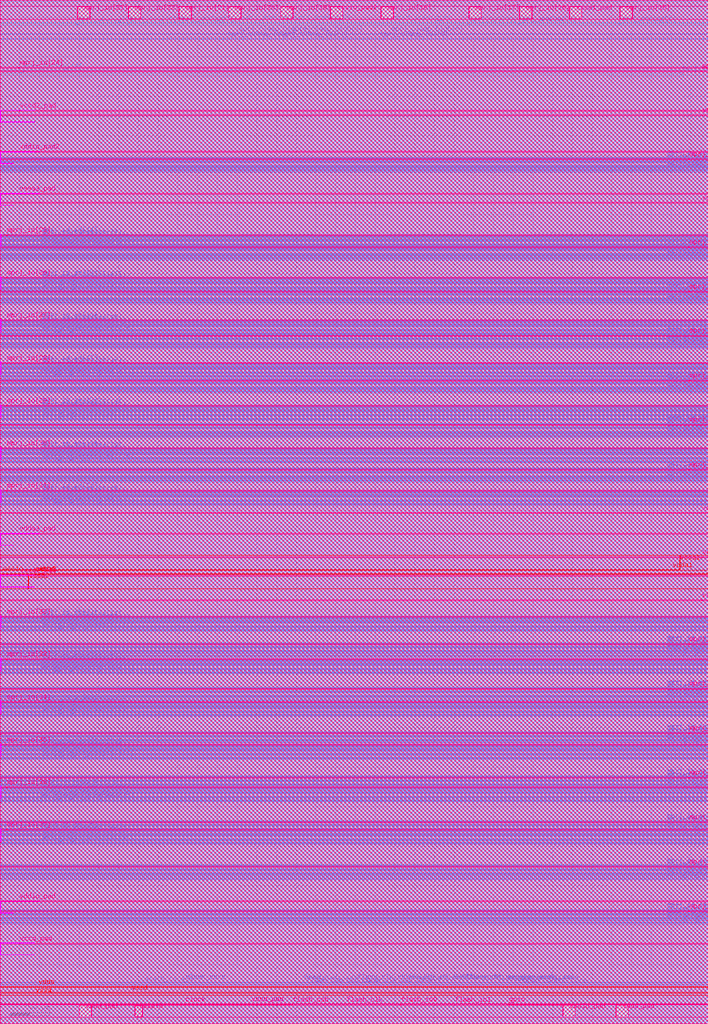
<source format=lef>
VERSION 5.7 ;
  NOWIREEXTENSIONATPIN ON ;
  DIVIDERCHAR "/" ;
  BUSBITCHARS "[]" ;
MACRO chip_io_alt
  CLASS BLOCK ;
  FOREIGN chip_io_alt ;
  ORIGIN 0.000 0.000 ;
  SIZE 3588.000 BY 5188.000 ;
  PIN mprj_gpio_analog[5]
    PORT
      LAYER met2 ;
        RECT 3377.035 3883.055 3379.435 3883.335 ;
    END
  END mprj_gpio_analog[5]
  PIN mprj_gpio_noesd[5]
    PORT
      LAYER met2 ;
        RECT 3377.035 3892.255 3379.435 3892.535 ;
    END
  END mprj_gpio_noesd[5]
  PIN mprj_io_analog_en[12]
    ANTENNAGATEAREA 0.640000 ;
    PORT
      LAYER met2 ;
        RECT 3377.035 3895.015 3379.435 3895.295 ;
    END
  END mprj_io_analog_en[12]
  PIN mprj_io_analog_pol[12]
    ANTENNAGATEAREA 0.279000 ;
    PORT
      LAYER met2 ;
        RECT 3377.035 3901.455 3379.435 3901.735 ;
    END
  END mprj_io_analog_pol[12]
  PIN mprj_io_analog_sel[12]
    ANTENNAGATEAREA 0.279000 ;
    PORT
      LAYER met2 ;
        RECT 3377.035 3916.635 3379.435 3916.915 ;
    END
  END mprj_io_analog_sel[12]
  PIN mprj_io_dm[36]
    ANTENNAGATEAREA 0.500000 ;
    PORT
      LAYER met2 ;
        RECT 3377.035 3898.235 3379.435 3898.515 ;
    END
  END mprj_io_dm[36]
  PIN mprj_io_dm[37]
    ANTENNAGATEAREA 0.500000 ;
    PORT
      LAYER met2 ;
        RECT 3377.035 3889.035 3379.435 3889.315 ;
    END
  END mprj_io_dm[37]
  PIN mprj_io_dm[38]
    ANTENNAGATEAREA 0.500000 ;
    PORT
      LAYER met2 ;
        RECT 3377.035 3919.855 3379.435 3920.135 ;
    END
  END mprj_io_dm[38]
  PIN mprj_io_holdover[12]
    ANTENNAGATEAREA 0.500000 ;
    PORT
      LAYER met2 ;
        RECT 3377.035 3923.075 3379.435 3923.355 ;
    END
  END mprj_io_holdover[12]
  PIN mprj_io_ib_mode_sel[12]
    ANTENNAGATEAREA 0.500000 ;
    PORT
      LAYER met2 ;
        RECT 3377.035 3938.255 3379.435 3938.535 ;
    END
  END mprj_io_ib_mode_sel[12]
  PIN mprj_io_inp_dis[12]
    ANTENNAGATEAREA 0.500000 ;
    PORT
      LAYER met2 ;
        RECT 3377.035 3904.215 3379.435 3904.495 ;
    END
  END mprj_io_inp_dis[12]
  PIN mprj_io_oeb[12]
    ANTENNAGATEAREA 1.250000 ;
    PORT
      LAYER met2 ;
        RECT 3377.035 3941.475 3379.435 3941.755 ;
    END
  END mprj_io_oeb[12]
  PIN mprj_io_out[12]
    ANTENNAGATEAREA 1.529000 ;
    PORT
      LAYER met2 ;
        RECT 3377.035 3925.835 3379.435 3926.115 ;
    END
  END mprj_io_out[12]
  PIN mprj_io_slow_sel[12]
    ANTENNAGATEAREA 0.500000 ;
    PORT
      LAYER met2 ;
        RECT 3377.035 3879.835 3379.435 3880.115 ;
    END
  END mprj_io_slow_sel[12]
  PIN mprj_io_vtrip_sel[12]
    ANTENNAGATEAREA 0.500000 ;
    PORT
      LAYER met2 ;
        RECT 3377.035 3935.035 3379.435 3935.315 ;
    END
  END mprj_io_vtrip_sel[12]
  PIN mprj_io_in[12]
    ANTENNADIFFAREA 2.520000 ;
    PORT
      LAYER met2 ;
        RECT 3377.035 3870.635 3379.435 3870.915 ;
    END
  END mprj_io_in[12]
  PIN mprj_io_in_3v3[12]
    ANTENNADIFFAREA 6.850000 ;
    PORT
      LAYER met2 ;
        RECT 3377.035 3944.235 3379.435 3944.515 ;
    END
  END mprj_io_in_3v3[12]
  PIN mprj_gpio_analog[6]
    PORT
      LAYER met2 ;
        RECT 3377.035 4329.055 3379.435 4329.335 ;
    END
  END mprj_gpio_analog[6]
  PIN mprj_gpio_noesd[6]
    PORT
      LAYER met2 ;
        RECT 3377.035 4338.255 3379.435 4338.535 ;
    END
  END mprj_gpio_noesd[6]
  PIN mprj_io_analog_en[13]
    ANTENNAGATEAREA 0.640000 ;
    PORT
      LAYER met2 ;
        RECT 3377.035 4341.015 3379.435 4341.295 ;
    END
  END mprj_io_analog_en[13]
  PIN mprj_io_analog_pol[13]
    ANTENNAGATEAREA 0.279000 ;
    PORT
      LAYER met2 ;
        RECT 3377.035 4347.455 3379.435 4347.735 ;
    END
  END mprj_io_analog_pol[13]
  PIN mprj_io_analog_sel[13]
    ANTENNAGATEAREA 0.279000 ;
    PORT
      LAYER met2 ;
        RECT 3377.035 4362.635 3379.435 4362.915 ;
    END
  END mprj_io_analog_sel[13]
  PIN mprj_io_dm[39]
    ANTENNAGATEAREA 0.500000 ;
    PORT
      LAYER met2 ;
        RECT 3377.035 4344.235 3379.435 4344.515 ;
    END
  END mprj_io_dm[39]
  PIN mprj_io_dm[40]
    ANTENNAGATEAREA 0.500000 ;
    PORT
      LAYER met2 ;
        RECT 3377.035 4335.035 3379.435 4335.315 ;
    END
  END mprj_io_dm[40]
  PIN mprj_io_dm[41]
    ANTENNAGATEAREA 0.500000 ;
    PORT
      LAYER met2 ;
        RECT 3377.035 4365.855 3379.435 4366.135 ;
    END
  END mprj_io_dm[41]
  PIN mprj_io_holdover[13]
    ANTENNAGATEAREA 0.500000 ;
    PORT
      LAYER met2 ;
        RECT 3377.035 4369.075 3379.435 4369.355 ;
    END
  END mprj_io_holdover[13]
  PIN mprj_io_ib_mode_sel[13]
    ANTENNAGATEAREA 0.500000 ;
    PORT
      LAYER met2 ;
        RECT 3377.035 4384.255 3379.435 4384.535 ;
    END
  END mprj_io_ib_mode_sel[13]
  PIN mprj_io_inp_dis[13]
    ANTENNAGATEAREA 0.500000 ;
    PORT
      LAYER met2 ;
        RECT 3377.035 4350.215 3379.435 4350.495 ;
    END
  END mprj_io_inp_dis[13]
  PIN mprj_io_oeb[13]
    ANTENNAGATEAREA 1.250000 ;
    PORT
      LAYER met2 ;
        RECT 3377.035 4387.475 3379.435 4387.755 ;
    END
  END mprj_io_oeb[13]
  PIN mprj_io_out[13]
    ANTENNAGATEAREA 1.529000 ;
    PORT
      LAYER met2 ;
        RECT 3377.035 4371.835 3379.435 4372.115 ;
    END
  END mprj_io_out[13]
  PIN mprj_io_slow_sel[13]
    ANTENNAGATEAREA 0.500000 ;
    PORT
      LAYER met2 ;
        RECT 3377.035 4325.835 3379.435 4326.115 ;
    END
  END mprj_io_slow_sel[13]
  PIN mprj_io_vtrip_sel[13]
    ANTENNAGATEAREA 0.500000 ;
    PORT
      LAYER met2 ;
        RECT 3377.035 4381.035 3379.435 4381.315 ;
    END
  END mprj_io_vtrip_sel[13]
  PIN mprj_io_in[13]
    ANTENNADIFFAREA 2.520000 ;
    PORT
      LAYER met2 ;
        RECT 3377.035 4316.635 3379.435 4316.915 ;
    END
  END mprj_io_in[13]
  PIN mprj_io_in_3v3[13]
    ANTENNADIFFAREA 6.850000 ;
    PORT
      LAYER met2 ;
        RECT 3377.035 4390.235 3379.435 4390.515 ;
    END
  END mprj_io_in_3v3[13]
  PIN mprj_io_one[12]
    ANTENNAGATEAREA 3.240000 ;
    PORT
      LAYER met2 ;
        RECT 3377.035 3876.615 3379.435 3876.895 ;
    END
  END mprj_io_one[12]
  PIN mprj_io_one[13]
    ANTENNAGATEAREA 3.240000 ;
    PORT
      LAYER met2 ;
        RECT 3377.035 4322.615 3379.435 4322.895 ;
    END
  END mprj_io_one[13]
  PIN mprj_clamp_high[0]
    ANTENNADIFFAREA 2045.300781 ;
    PORT
      LAYER met2 ;
        RECT 1979.815 5013.660 1982.020 5015.865 ;
    END
  END mprj_clamp_high[0]
  PIN mprj_clamp_low[0]
    ANTENNADIFFAREA 3339.692627 ;
    PORT
      LAYER met2 ;
        RECT 1924.495 4990.055 1925.005 4990.565 ;
    END
  END mprj_clamp_low[0]
  PIN mprj_io_analog_sel[10]
    ANTENNAGATEAREA 0.279000 ;
    PORT
      LAYER met2 ;
        RECT 3377.035 3466.635 3379.435 3466.915 ;
    END
  END mprj_io_analog_sel[10]
  PIN mprj_io_dm[30]
    ANTENNAGATEAREA 0.500000 ;
    PORT
      LAYER met2 ;
        RECT 3377.035 3448.235 3379.435 3448.515 ;
    END
  END mprj_io_dm[30]
  PIN mprj_io_dm[31]
    ANTENNAGATEAREA 0.500000 ;
    PORT
      LAYER met2 ;
        RECT 3377.035 3439.035 3379.435 3439.315 ;
    END
  END mprj_io_dm[31]
  PIN mprj_io_dm[32]
    ANTENNAGATEAREA 0.500000 ;
    PORT
      LAYER met2 ;
        RECT 3377.035 3469.855 3379.435 3470.135 ;
    END
  END mprj_io_dm[32]
  PIN mprj_io_holdover[10]
    ANTENNAGATEAREA 0.500000 ;
    PORT
      LAYER met2 ;
        RECT 3377.035 3473.075 3379.435 3473.355 ;
    END
  END mprj_io_holdover[10]
  PIN mprj_io_ib_mode_sel[10]
    ANTENNAGATEAREA 0.500000 ;
    PORT
      LAYER met2 ;
        RECT 3377.035 3488.255 3379.435 3488.535 ;
    END
  END mprj_io_ib_mode_sel[10]
  PIN mprj_io_inp_dis[10]
    ANTENNAGATEAREA 0.500000 ;
    PORT
      LAYER met2 ;
        RECT 3377.035 3454.215 3379.435 3454.495 ;
    END
  END mprj_io_inp_dis[10]
  PIN mprj_io_oeb[10]
    ANTENNAGATEAREA 1.250000 ;
    PORT
      LAYER met2 ;
        RECT 3377.035 3491.475 3379.435 3491.755 ;
    END
  END mprj_io_oeb[10]
  PIN mprj_io_out[10]
    ANTENNAGATEAREA 1.529000 ;
    PORT
      LAYER met2 ;
        RECT 3377.035 3475.835 3379.435 3476.115 ;
    END
  END mprj_io_out[10]
  PIN mprj_io_slow_sel[10]
    ANTENNAGATEAREA 0.500000 ;
    PORT
      LAYER met2 ;
        RECT 3377.035 3429.835 3379.435 3430.115 ;
    END
  END mprj_io_slow_sel[10]
  PIN mprj_io_vtrip_sel[10]
    ANTENNAGATEAREA 0.500000 ;
    PORT
      LAYER met2 ;
        RECT 3377.035 3485.035 3379.435 3485.315 ;
    END
  END mprj_io_vtrip_sel[10]
  PIN mprj_io_in[10]
    ANTENNADIFFAREA 2.520000 ;
    PORT
      LAYER met2 ;
        RECT 3377.035 3420.635 3379.435 3420.915 ;
    END
  END mprj_io_in[10]
  PIN mprj_io_in_3v3[10]
    ANTENNADIFFAREA 6.850000 ;
    PORT
      LAYER met2 ;
        RECT 3377.035 3494.235 3379.435 3494.515 ;
    END
  END mprj_io_in_3v3[10]
  PIN mprj_gpio_analog[4]
    PORT
      LAYER met2 ;
        RECT 3377.035 3658.055 3379.435 3658.335 ;
    END
  END mprj_gpio_analog[4]
  PIN mprj_gpio_noesd[4]
    PORT
      LAYER met2 ;
        RECT 3377.035 3667.255 3379.435 3667.535 ;
    END
  END mprj_gpio_noesd[4]
  PIN mprj_io_analog_en[11]
    ANTENNAGATEAREA 0.640000 ;
    PORT
      LAYER met2 ;
        RECT 3377.035 3670.015 3379.435 3670.295 ;
    END
  END mprj_io_analog_en[11]
  PIN mprj_io_analog_pol[11]
    ANTENNAGATEAREA 0.279000 ;
    PORT
      LAYER met2 ;
        RECT 3377.035 3676.455 3379.435 3676.735 ;
    END
  END mprj_io_analog_pol[11]
  PIN mprj_io_analog_sel[11]
    ANTENNAGATEAREA 0.279000 ;
    PORT
      LAYER met2 ;
        RECT 3377.035 3691.635 3379.435 3691.915 ;
    END
  END mprj_io_analog_sel[11]
  PIN mprj_io_dm[33]
    ANTENNAGATEAREA 0.500000 ;
    PORT
      LAYER met2 ;
        RECT 3377.035 3673.235 3379.435 3673.515 ;
    END
  END mprj_io_dm[33]
  PIN mprj_io_dm[34]
    ANTENNAGATEAREA 0.500000 ;
    PORT
      LAYER met2 ;
        RECT 3377.035 3664.035 3379.435 3664.315 ;
    END
  END mprj_io_dm[34]
  PIN mprj_io_dm[35]
    ANTENNAGATEAREA 0.500000 ;
    PORT
      LAYER met2 ;
        RECT 3377.035 3694.855 3379.435 3695.135 ;
    END
  END mprj_io_dm[35]
  PIN mprj_io_holdover[11]
    ANTENNAGATEAREA 0.500000 ;
    PORT
      LAYER met2 ;
        RECT 3377.035 3698.075 3379.435 3698.355 ;
    END
  END mprj_io_holdover[11]
  PIN mprj_io_ib_mode_sel[11]
    ANTENNAGATEAREA 0.500000 ;
    PORT
      LAYER met2 ;
        RECT 3377.035 3713.255 3379.435 3713.535 ;
    END
  END mprj_io_ib_mode_sel[11]
  PIN mprj_io_inp_dis[11]
    ANTENNAGATEAREA 0.500000 ;
    PORT
      LAYER met2 ;
        RECT 3377.035 3679.215 3379.435 3679.495 ;
    END
  END mprj_io_inp_dis[11]
  PIN mprj_io_oeb[11]
    ANTENNAGATEAREA 1.250000 ;
    PORT
      LAYER met2 ;
        RECT 3377.035 3716.475 3379.435 3716.755 ;
    END
  END mprj_io_oeb[11]
  PIN mprj_io_out[11]
    ANTENNAGATEAREA 1.529000 ;
    PORT
      LAYER met2 ;
        RECT 3377.035 3700.835 3379.435 3701.115 ;
    END
  END mprj_io_out[11]
  PIN mprj_io_slow_sel[11]
    ANTENNAGATEAREA 0.500000 ;
    PORT
      LAYER met2 ;
        RECT 3377.035 3654.835 3379.435 3655.115 ;
    END
  END mprj_io_slow_sel[11]
  PIN mprj_io_vtrip_sel[11]
    ANTENNAGATEAREA 0.500000 ;
    PORT
      LAYER met2 ;
        RECT 3377.035 3710.035 3379.435 3710.315 ;
    END
  END mprj_io_vtrip_sel[11]
  PIN mprj_io_in[11]
    ANTENNADIFFAREA 2.520000 ;
    PORT
      LAYER met2 ;
        RECT 3377.035 3645.635 3379.435 3645.915 ;
    END
  END mprj_io_in[11]
  PIN mprj_io_in_3v3[11]
    ANTENNADIFFAREA 6.850000 ;
    PORT
      LAYER met2 ;
        RECT 3377.035 3719.235 3379.435 3719.515 ;
    END
  END mprj_io_in_3v3[11]
  PIN mprj_gpio_analog[0]
    PORT
      LAYER met2 ;
        RECT 3377.035 2756.055 3379.435 2756.335 ;
    END
  END mprj_gpio_analog[0]
  PIN mprj_gpio_noesd[0]
    PORT
      LAYER met2 ;
        RECT 3377.035 2765.255 3379.435 2765.535 ;
    END
  END mprj_gpio_noesd[0]
  PIN mprj_io_analog_en[7]
    ANTENNAGATEAREA 0.640000 ;
    PORT
      LAYER met2 ;
        RECT 3377.035 2768.015 3379.435 2768.295 ;
    END
  END mprj_io_analog_en[7]
  PIN mprj_io_analog_pol[7]
    ANTENNAGATEAREA 0.279000 ;
    PORT
      LAYER met2 ;
        RECT 3377.035 2774.455 3379.435 2774.735 ;
    END
  END mprj_io_analog_pol[7]
  PIN mprj_io_analog_sel[7]
    ANTENNAGATEAREA 0.279000 ;
    PORT
      LAYER met2 ;
        RECT 3377.035 2789.635 3379.435 2789.915 ;
    END
  END mprj_io_analog_sel[7]
  PIN mprj_io_dm[21]
    ANTENNAGATEAREA 0.500000 ;
    PORT
      LAYER met2 ;
        RECT 3377.035 2771.235 3379.435 2771.515 ;
    END
  END mprj_io_dm[21]
  PIN mprj_io_dm[22]
    ANTENNAGATEAREA 0.500000 ;
    PORT
      LAYER met2 ;
        RECT 3377.035 2762.035 3379.435 2762.315 ;
    END
  END mprj_io_dm[22]
  PIN mprj_io_dm[23]
    ANTENNAGATEAREA 0.500000 ;
    PORT
      LAYER met2 ;
        RECT 3377.035 2792.855 3379.435 2793.135 ;
    END
  END mprj_io_dm[23]
  PIN mprj_io_holdover[7]
    ANTENNAGATEAREA 0.500000 ;
    PORT
      LAYER met2 ;
        RECT 3377.035 2796.075 3379.435 2796.355 ;
    END
  END mprj_io_holdover[7]
  PIN mprj_io_ib_mode_sel[7]
    ANTENNAGATEAREA 0.500000 ;
    PORT
      LAYER met2 ;
        RECT 3377.035 2811.255 3379.435 2811.535 ;
    END
  END mprj_io_ib_mode_sel[7]
  PIN mprj_io_inp_dis[7]
    ANTENNAGATEAREA 0.500000 ;
    PORT
      LAYER met2 ;
        RECT 3377.035 2777.215 3379.435 2777.495 ;
    END
  END mprj_io_inp_dis[7]
  PIN mprj_io_oeb[7]
    ANTENNAGATEAREA 1.250000 ;
    PORT
      LAYER met2 ;
        RECT 3377.035 2814.475 3379.435 2814.755 ;
    END
  END mprj_io_oeb[7]
  PIN mprj_io_out[7]
    ANTENNAGATEAREA 1.529000 ;
    PORT
      LAYER met2 ;
        RECT 3377.035 2798.835 3379.435 2799.115 ;
    END
  END mprj_io_out[7]
  PIN mprj_io_slow_sel[7]
    ANTENNAGATEAREA 0.500000 ;
    PORT
      LAYER met2 ;
        RECT 3377.035 2752.835 3379.435 2753.115 ;
    END
  END mprj_io_slow_sel[7]
  PIN mprj_io_vtrip_sel[7]
    ANTENNAGATEAREA 0.500000 ;
    PORT
      LAYER met2 ;
        RECT 3377.035 2808.035 3379.435 2808.315 ;
    END
  END mprj_io_vtrip_sel[7]
  PIN mprj_io_in[7]
    ANTENNADIFFAREA 2.520000 ;
    PORT
      LAYER met2 ;
        RECT 3377.035 2743.635 3379.435 2743.915 ;
    END
  END mprj_io_in[7]
  PIN mprj_io_in_3v3[7]
    ANTENNADIFFAREA 6.850000 ;
    PORT
      LAYER met2 ;
        RECT 3377.035 2817.235 3379.435 2817.515 ;
    END
  END mprj_io_in_3v3[7]
  PIN mprj_gpio_analog[1]
    PORT
      LAYER met2 ;
        RECT 3377.035 2982.055 3379.435 2982.335 ;
    END
  END mprj_gpio_analog[1]
  PIN mprj_gpio_noesd[1]
    PORT
      LAYER met2 ;
        RECT 3377.035 2991.255 3379.435 2991.535 ;
    END
  END mprj_gpio_noesd[1]
  PIN mprj_io_analog_en[8]
    ANTENNAGATEAREA 0.640000 ;
    PORT
      LAYER met2 ;
        RECT 3377.035 2994.015 3379.435 2994.295 ;
    END
  END mprj_io_analog_en[8]
  PIN mprj_io_analog_pol[8]
    ANTENNAGATEAREA 0.279000 ;
    PORT
      LAYER met2 ;
        RECT 3377.035 3000.455 3379.435 3000.735 ;
    END
  END mprj_io_analog_pol[8]
  PIN mprj_io_analog_sel[8]
    ANTENNAGATEAREA 0.279000 ;
    PORT
      LAYER met2 ;
        RECT 3377.035 3015.635 3379.435 3015.915 ;
    END
  END mprj_io_analog_sel[8]
  PIN mprj_io_dm[24]
    ANTENNAGATEAREA 0.500000 ;
    PORT
      LAYER met2 ;
        RECT 3377.035 2997.235 3379.435 2997.515 ;
    END
  END mprj_io_dm[24]
  PIN mprj_io_dm[25]
    ANTENNAGATEAREA 0.500000 ;
    PORT
      LAYER met2 ;
        RECT 3377.035 2988.035 3379.435 2988.315 ;
    END
  END mprj_io_dm[25]
  PIN mprj_io_dm[26]
    ANTENNAGATEAREA 0.500000 ;
    PORT
      LAYER met2 ;
        RECT 3377.035 3018.855 3379.435 3019.135 ;
    END
  END mprj_io_dm[26]
  PIN mprj_io_holdover[8]
    ANTENNAGATEAREA 0.500000 ;
    PORT
      LAYER met2 ;
        RECT 3377.035 3022.075 3379.435 3022.355 ;
    END
  END mprj_io_holdover[8]
  PIN mprj_io_ib_mode_sel[8]
    ANTENNAGATEAREA 0.500000 ;
    PORT
      LAYER met2 ;
        RECT 3377.035 3037.255 3379.435 3037.535 ;
    END
  END mprj_io_ib_mode_sel[8]
  PIN mprj_io_inp_dis[8]
    ANTENNAGATEAREA 0.500000 ;
    PORT
      LAYER met2 ;
        RECT 3377.035 3003.215 3379.435 3003.495 ;
    END
  END mprj_io_inp_dis[8]
  PIN mprj_io_oeb[8]
    ANTENNAGATEAREA 1.250000 ;
    PORT
      LAYER met2 ;
        RECT 3377.035 3040.475 3379.435 3040.755 ;
    END
  END mprj_io_oeb[8]
  PIN mprj_io_out[8]
    ANTENNAGATEAREA 1.529000 ;
    PORT
      LAYER met2 ;
        RECT 3377.035 3024.835 3379.435 3025.115 ;
    END
  END mprj_io_out[8]
  PIN mprj_io_slow_sel[8]
    ANTENNAGATEAREA 0.500000 ;
    PORT
      LAYER met2 ;
        RECT 3377.035 2978.835 3379.435 2979.115 ;
    END
  END mprj_io_slow_sel[8]
  PIN mprj_io_vtrip_sel[8]
    ANTENNAGATEAREA 0.500000 ;
    PORT
      LAYER met2 ;
        RECT 3377.035 3034.035 3379.435 3034.315 ;
    END
  END mprj_io_vtrip_sel[8]
  PIN mprj_io_in[8]
    ANTENNADIFFAREA 2.520000 ;
    PORT
      LAYER met2 ;
        RECT 3377.035 2969.635 3379.435 2969.915 ;
    END
  END mprj_io_in[8]
  PIN mprj_io_in_3v3[8]
    ANTENNADIFFAREA 6.850000 ;
    PORT
      LAYER met2 ;
        RECT 3377.035 3043.235 3379.435 3043.515 ;
    END
  END mprj_io_in_3v3[8]
  PIN mprj_gpio_analog[2]
    PORT
      LAYER met2 ;
        RECT 3377.035 3207.055 3379.435 3207.335 ;
    END
  END mprj_gpio_analog[2]
  PIN mprj_gpio_noesd[2]
    PORT
      LAYER met2 ;
        RECT 3377.035 3216.255 3379.435 3216.535 ;
    END
  END mprj_gpio_noesd[2]
  PIN mprj_io_analog_en[9]
    ANTENNAGATEAREA 0.640000 ;
    PORT
      LAYER met2 ;
        RECT 3377.035 3219.015 3379.435 3219.295 ;
    END
  END mprj_io_analog_en[9]
  PIN mprj_io_analog_pol[9]
    ANTENNAGATEAREA 0.279000 ;
    PORT
      LAYER met2 ;
        RECT 3377.035 3225.455 3379.435 3225.735 ;
    END
  END mprj_io_analog_pol[9]
  PIN mprj_io_analog_sel[9]
    ANTENNAGATEAREA 0.279000 ;
    PORT
      LAYER met2 ;
        RECT 3377.035 3240.635 3379.435 3240.915 ;
    END
  END mprj_io_analog_sel[9]
  PIN mprj_io_dm[27]
    ANTENNAGATEAREA 0.500000 ;
    PORT
      LAYER met2 ;
        RECT 3377.035 3222.235 3379.435 3222.515 ;
    END
  END mprj_io_dm[27]
  PIN mprj_io_dm[28]
    ANTENNAGATEAREA 0.500000 ;
    PORT
      LAYER met2 ;
        RECT 3377.035 3213.035 3379.435 3213.315 ;
    END
  END mprj_io_dm[28]
  PIN mprj_io_dm[29]
    ANTENNAGATEAREA 0.500000 ;
    PORT
      LAYER met2 ;
        RECT 3377.035 3243.855 3379.435 3244.135 ;
    END
  END mprj_io_dm[29]
  PIN mprj_io_holdover[9]
    ANTENNAGATEAREA 0.500000 ;
    PORT
      LAYER met2 ;
        RECT 3377.035 3247.075 3379.435 3247.355 ;
    END
  END mprj_io_holdover[9]
  PIN mprj_io_ib_mode_sel[9]
    ANTENNAGATEAREA 0.500000 ;
    PORT
      LAYER met2 ;
        RECT 3377.035 3262.255 3379.435 3262.535 ;
    END
  END mprj_io_ib_mode_sel[9]
  PIN mprj_io_inp_dis[9]
    ANTENNAGATEAREA 0.500000 ;
    PORT
      LAYER met2 ;
        RECT 3377.035 3228.215 3379.435 3228.495 ;
    END
  END mprj_io_inp_dis[9]
  PIN mprj_io_oeb[9]
    ANTENNAGATEAREA 1.250000 ;
    PORT
      LAYER met2 ;
        RECT 3377.035 3265.475 3379.435 3265.755 ;
    END
  END mprj_io_oeb[9]
  PIN mprj_io_out[9]
    ANTENNAGATEAREA 1.529000 ;
    PORT
      LAYER met2 ;
        RECT 3377.035 3249.835 3379.435 3250.115 ;
    END
  END mprj_io_out[9]
  PIN mprj_io_slow_sel[9]
    ANTENNAGATEAREA 0.500000 ;
    PORT
      LAYER met2 ;
        RECT 3377.035 3203.835 3379.435 3204.115 ;
    END
  END mprj_io_slow_sel[9]
  PIN mprj_io_vtrip_sel[9]
    ANTENNAGATEAREA 0.500000 ;
    PORT
      LAYER met2 ;
        RECT 3377.035 3259.035 3379.435 3259.315 ;
    END
  END mprj_io_vtrip_sel[9]
  PIN mprj_io_in[9]
    ANTENNADIFFAREA 2.520000 ;
    PORT
      LAYER met2 ;
        RECT 3377.035 3194.635 3379.435 3194.915 ;
    END
  END mprj_io_in[9]
  PIN mprj_io_in_3v3[9]
    ANTENNADIFFAREA 6.850000 ;
    PORT
      LAYER met2 ;
        RECT 3377.035 3268.235 3379.435 3268.515 ;
    END
  END mprj_io_in_3v3[9]
  PIN mprj_gpio_analog[3]
    PORT
      LAYER met2 ;
        RECT 3377.035 3433.055 3379.435 3433.335 ;
    END
  END mprj_gpio_analog[3]
  PIN mprj_gpio_noesd[3]
    PORT
      LAYER met2 ;
        RECT 3377.035 3442.255 3379.435 3442.535 ;
    END
  END mprj_gpio_noesd[3]
  PIN mprj_io_one[7]
    ANTENNAGATEAREA 3.240000 ;
    PORT
      LAYER met2 ;
        RECT 3377.035 2749.615 3379.435 2749.895 ;
    END
  END mprj_io_one[7]
  PIN mprj_io_one[8]
    ANTENNAGATEAREA 3.240000 ;
    PORT
      LAYER met2 ;
        RECT 3377.035 2975.615 3379.435 2975.895 ;
    END
  END mprj_io_one[8]
  PIN mprj_io_one[9]
    ANTENNAGATEAREA 3.240000 ;
    PORT
      LAYER met2 ;
        RECT 3377.035 3200.615 3379.435 3200.895 ;
    END
  END mprj_io_one[9]
  PIN mprj_io_one[10]
    ANTENNAGATEAREA 3.240000 ;
    PORT
      LAYER met2 ;
        RECT 3377.035 3426.615 3379.435 3426.895 ;
    END
  END mprj_io_one[10]
  PIN mprj_io_one[11]
    ANTENNAGATEAREA 3.240000 ;
    PORT
      LAYER met2 ;
        RECT 3377.035 3651.615 3379.435 3651.895 ;
    END
  END mprj_io_one[11]
  PIN mprj_io_analog_en[10]
    ANTENNAGATEAREA 0.640000 ;
    PORT
      LAYER met2 ;
        RECT 3377.035 3445.015 3379.435 3445.295 ;
    END
  END mprj_io_analog_en[10]
  PIN mprj_io_analog_pol[10]
    ANTENNAGATEAREA 0.279000 ;
    PORT
      LAYER met2 ;
        RECT 3377.035 3451.455 3379.435 3451.735 ;
    END
  END mprj_io_analog_pol[10]
  PIN mprj_clamp_high[1]
    ANTENNADIFFAREA 2045.300781 ;
    PORT
      LAYER met2 ;
        RECT 1470.815 5013.660 1473.020 5015.865 ;
    END
  END mprj_clamp_high[1]
  PIN mprj_clamp_low[1]
    ANTENNADIFFAREA 3339.692627 ;
    PORT
      LAYER met2 ;
        RECT 1415.495 4990.055 1416.005 4990.565 ;
    END
  END mprj_clamp_low[1]
  PIN mprj_clamp_high[2]
    ANTENNADIFFAREA 2045.300781 ;
    PORT
      LAYER met2 ;
        RECT 1207.815 5013.660 1210.020 5015.865 ;
    END
  END mprj_clamp_high[2]
  PIN mprj_clamp_low[2]
    ANTENNADIFFAREA 3339.692627 ;
    PORT
      LAYER met2 ;
        RECT 1152.495 4990.055 1153.005 4990.565 ;
    END
  END mprj_clamp_low[2]
  PIN mprj_io_slow_sel[14]
    ANTENNAGATEAREA 0.500000 ;
    PORT
      LAYER met2 ;
        RECT 208.565 3987.885 210.965 3988.165 ;
    END
  END mprj_io_slow_sel[14]
  PIN mprj_io_vtrip_sel[14]
    ANTENNAGATEAREA 0.500000 ;
    PORT
      LAYER met2 ;
        RECT 208.565 3932.685 210.965 3932.965 ;
    END
  END mprj_io_vtrip_sel[14]
  PIN mprj_io_in[14]
    ANTENNADIFFAREA 2.520000 ;
    PORT
      LAYER met2 ;
        RECT 208.565 3997.085 210.965 3997.365 ;
    END
  END mprj_io_in[14]
  PIN mprj_io_in_3v3[14]
    ANTENNADIFFAREA 6.850000 ;
    PORT
      LAYER met2 ;
        RECT 208.565 3923.485 210.965 3923.765 ;
    END
  END mprj_io_in_3v3[14]
  PIN mprj_gpio_analog[7]
    PORT
      LAYER met2 ;
        RECT 208.565 3984.665 210.965 3984.945 ;
    END
  END mprj_gpio_analog[7]
  PIN mprj_gpio_noesd[7]
    PORT
      LAYER met2 ;
        RECT 208.565 3975.465 210.965 3975.745 ;
    END
  END mprj_gpio_noesd[7]
  PIN mprj_io_ib_mode_sel[14]
    ANTENNAGATEAREA 0.500000 ;
    PORT
      LAYER met2 ;
        RECT 208.565 3929.465 210.965 3929.745 ;
    END
  END mprj_io_ib_mode_sel[14]
  PIN mprj_io_inp_dis[14]
    ANTENNAGATEAREA 0.500000 ;
    PORT
      LAYER met2 ;
        RECT 208.565 3963.505 210.965 3963.785 ;
    END
  END mprj_io_inp_dis[14]
  PIN mprj_io_oeb[14]
    ANTENNAGATEAREA 1.250000 ;
    PORT
      LAYER met2 ;
        RECT 208.565 3926.245 210.965 3926.525 ;
    END
  END mprj_io_oeb[14]
  PIN mprj_io_out[14]
    ANTENNAGATEAREA 1.529000 ;
    PORT
      LAYER met2 ;
        RECT 208.565 3941.885 210.965 3942.165 ;
    END
  END mprj_io_out[14]
  PIN mprj_io_analog_en[14]
    ANTENNAGATEAREA 0.640000 ;
    PORT
      LAYER met2 ;
        RECT 208.565 3972.705 210.965 3972.985 ;
    END
  END mprj_io_analog_en[14]
  PIN mprj_io_analog_pol[14]
    ANTENNAGATEAREA 0.279000 ;
    PORT
      LAYER met2 ;
        RECT 208.565 3966.265 210.965 3966.545 ;
    END
  END mprj_io_analog_pol[14]
  PIN mprj_io_analog_sel[14]
    ANTENNAGATEAREA 0.279000 ;
    PORT
      LAYER met2 ;
        RECT 208.565 3951.085 210.965 3951.365 ;
    END
  END mprj_io_analog_sel[14]
  PIN mprj_io_dm[42]
    ANTENNAGATEAREA 0.500000 ;
    PORT
      LAYER met2 ;
        RECT 208.565 3969.485 210.965 3969.765 ;
    END
  END mprj_io_dm[42]
  PIN mprj_io_dm[43]
    ANTENNAGATEAREA 0.500000 ;
    PORT
      LAYER met2 ;
        RECT 208.565 3978.685 210.965 3978.965 ;
    END
  END mprj_io_dm[43]
  PIN mprj_io_dm[44]
    ANTENNAGATEAREA 0.500000 ;
    PORT
      LAYER met2 ;
        RECT 208.565 3947.865 210.965 3948.145 ;
    END
  END mprj_io_dm[44]
  PIN mprj_io_holdover[14]
    ANTENNAGATEAREA 0.500000 ;
    PORT
      LAYER met2 ;
        RECT 208.565 3944.645 210.965 3944.925 ;
    END
  END mprj_io_holdover[14]
  PIN mprj_io_one[14]
    ANTENNAGATEAREA 3.240000 ;
    PORT
      LAYER met2 ;
        RECT 208.565 3991.105 210.965 3991.385 ;
    END
  END mprj_io_one[14]
  PIN mprj_io_vtrip_sel[15]
    ANTENNAGATEAREA 0.500000 ;
    PORT
      LAYER met2 ;
        RECT 208.565 3716.685 210.965 3716.965 ;
    END
  END mprj_io_vtrip_sel[15]
  PIN mprj_io_in[15]
    ANTENNADIFFAREA 2.520000 ;
    PORT
      LAYER met2 ;
        RECT 208.565 3781.085 210.965 3781.365 ;
    END
  END mprj_io_in[15]
  PIN mprj_io_in_3v3[15]
    ANTENNADIFFAREA 6.850000 ;
    PORT
      LAYER met2 ;
        RECT 208.565 3707.485 210.965 3707.765 ;
    END
  END mprj_io_in_3v3[15]
  PIN mprj_gpio_analog[9]
    PORT
      LAYER met2 ;
        RECT 208.565 3552.665 210.965 3552.945 ;
    END
  END mprj_gpio_analog[9]
  PIN mprj_gpio_noesd[9]
    PORT
      LAYER met2 ;
        RECT 208.565 3543.465 210.965 3543.745 ;
    END
  END mprj_gpio_noesd[9]
  PIN mprj_io_analog_en[16]
    ANTENNAGATEAREA 0.640000 ;
    PORT
      LAYER met2 ;
        RECT 208.565 3540.705 210.965 3540.985 ;
    END
  END mprj_io_analog_en[16]
  PIN mprj_io_analog_pol[16]
    ANTENNAGATEAREA 0.279000 ;
    PORT
      LAYER met2 ;
        RECT 208.565 3534.265 210.965 3534.545 ;
    END
  END mprj_io_analog_pol[16]
  PIN mprj_io_analog_sel[16]
    ANTENNAGATEAREA 0.279000 ;
    PORT
      LAYER met2 ;
        RECT 208.565 3519.085 210.965 3519.365 ;
    END
  END mprj_io_analog_sel[16]
  PIN mprj_io_dm[48]
    ANTENNAGATEAREA 0.500000 ;
    PORT
      LAYER met2 ;
        RECT 208.565 3537.485 210.965 3537.765 ;
    END
  END mprj_io_dm[48]
  PIN mprj_io_dm[49]
    ANTENNAGATEAREA 0.500000 ;
    PORT
      LAYER met2 ;
        RECT 208.565 3546.685 210.965 3546.965 ;
    END
  END mprj_io_dm[49]
  PIN mprj_io_dm[50]
    ANTENNAGATEAREA 0.500000 ;
    PORT
      LAYER met2 ;
        RECT 208.565 3515.865 210.965 3516.145 ;
    END
  END mprj_io_dm[50]
  PIN mprj_io_holdover[16]
    ANTENNAGATEAREA 0.500000 ;
    PORT
      LAYER met2 ;
        RECT 208.565 3512.645 210.965 3512.925 ;
    END
  END mprj_io_holdover[16]
  PIN mprj_io_ib_mode_sel[16]
    ANTENNAGATEAREA 0.500000 ;
    PORT
      LAYER met2 ;
        RECT 208.565 3497.465 210.965 3497.745 ;
    END
  END mprj_io_ib_mode_sel[16]
  PIN mprj_io_inp_dis[16]
    ANTENNAGATEAREA 0.500000 ;
    PORT
      LAYER met2 ;
        RECT 208.565 3531.505 210.965 3531.785 ;
    END
  END mprj_io_inp_dis[16]
  PIN mprj_io_oeb[16]
    ANTENNAGATEAREA 1.250000 ;
    PORT
      LAYER met2 ;
        RECT 208.565 3494.245 210.965 3494.525 ;
    END
  END mprj_io_oeb[16]
  PIN mprj_io_out[16]
    ANTENNAGATEAREA 1.529000 ;
    PORT
      LAYER met2 ;
        RECT 208.565 3509.885 210.965 3510.165 ;
    END
  END mprj_io_out[16]
  PIN mprj_io_slow_sel[16]
    ANTENNAGATEAREA 0.500000 ;
    PORT
      LAYER met2 ;
        RECT 208.565 3555.885 210.965 3556.165 ;
    END
  END mprj_io_slow_sel[16]
  PIN mprj_io_vtrip_sel[16]
    ANTENNAGATEAREA 0.500000 ;
    PORT
      LAYER met2 ;
        RECT 208.565 3500.685 210.965 3500.965 ;
    END
  END mprj_io_vtrip_sel[16]
  PIN mprj_io_in[16]
    ANTENNADIFFAREA 2.520000 ;
    PORT
      LAYER met2 ;
        RECT 208.565 3565.085 210.965 3565.365 ;
    END
  END mprj_io_in[16]
  PIN mprj_io_in_3v3[16]
    ANTENNADIFFAREA 6.850000 ;
    PORT
      LAYER met2 ;
        RECT 208.565 3491.485 210.965 3491.765 ;
    END
  END mprj_io_in_3v3[16]
  PIN mprj_gpio_analog[10]
    PORT
      LAYER met2 ;
        RECT 208.565 3336.665 210.965 3336.945 ;
    END
  END mprj_gpio_analog[10]
  PIN mprj_gpio_noesd[10]
    PORT
      LAYER met2 ;
        RECT 208.565 3327.465 210.965 3327.745 ;
    END
  END mprj_gpio_noesd[10]
  PIN mprj_io_analog_en[17]
    ANTENNAGATEAREA 0.640000 ;
    PORT
      LAYER met2 ;
        RECT 208.565 3324.705 210.965 3324.985 ;
    END
  END mprj_io_analog_en[17]
  PIN mprj_io_analog_pol[17]
    ANTENNAGATEAREA 0.279000 ;
    PORT
      LAYER met2 ;
        RECT 208.565 3318.265 210.965 3318.545 ;
    END
  END mprj_io_analog_pol[17]
  PIN mprj_io_analog_sel[17]
    ANTENNAGATEAREA 0.279000 ;
    PORT
      LAYER met2 ;
        RECT 208.565 3303.085 210.965 3303.365 ;
    END
  END mprj_io_analog_sel[17]
  PIN mprj_io_dm[51]
    ANTENNAGATEAREA 0.500000 ;
    PORT
      LAYER met2 ;
        RECT 208.565 3321.485 210.965 3321.765 ;
    END
  END mprj_io_dm[51]
  PIN mprj_io_dm[52]
    ANTENNAGATEAREA 0.500000 ;
    PORT
      LAYER met2 ;
        RECT 208.565 3330.685 210.965 3330.965 ;
    END
  END mprj_io_dm[52]
  PIN mprj_io_dm[53]
    ANTENNAGATEAREA 0.500000 ;
    PORT
      LAYER met2 ;
        RECT 208.565 3299.865 210.965 3300.145 ;
    END
  END mprj_io_dm[53]
  PIN mprj_io_holdover[17]
    ANTENNAGATEAREA 0.500000 ;
    PORT
      LAYER met2 ;
        RECT 208.565 3296.645 210.965 3296.925 ;
    END
  END mprj_io_holdover[17]
  PIN mprj_io_ib_mode_sel[17]
    ANTENNAGATEAREA 0.500000 ;
    PORT
      LAYER met2 ;
        RECT 208.565 3281.465 210.965 3281.745 ;
    END
  END mprj_io_ib_mode_sel[17]
  PIN mprj_io_inp_dis[17]
    ANTENNAGATEAREA 0.500000 ;
    PORT
      LAYER met2 ;
        RECT 208.565 3315.505 210.965 3315.785 ;
    END
  END mprj_io_inp_dis[17]
  PIN mprj_io_oeb[17]
    ANTENNAGATEAREA 1.250000 ;
    PORT
      LAYER met2 ;
        RECT 208.565 3278.245 210.965 3278.525 ;
    END
  END mprj_io_oeb[17]
  PIN mprj_io_out[17]
    ANTENNAGATEAREA 1.529000 ;
    PORT
      LAYER met2 ;
        RECT 208.565 3293.885 210.965 3294.165 ;
    END
  END mprj_io_out[17]
  PIN mprj_io_slow_sel[17]
    ANTENNAGATEAREA 0.500000 ;
    PORT
      LAYER met2 ;
        RECT 208.565 3339.885 210.965 3340.165 ;
    END
  END mprj_io_slow_sel[17]
  PIN mprj_io_vtrip_sel[17]
    ANTENNAGATEAREA 0.500000 ;
    PORT
      LAYER met2 ;
        RECT 208.565 3284.685 210.965 3284.965 ;
    END
  END mprj_io_vtrip_sel[17]
  PIN mprj_io_in[17]
    ANTENNADIFFAREA 2.520000 ;
    PORT
      LAYER met2 ;
        RECT 208.565 3349.085 210.965 3349.365 ;
    END
  END mprj_io_in[17]
  PIN mprj_io_in_3v3[17]
    ANTENNADIFFAREA 6.850000 ;
    PORT
      LAYER met2 ;
        RECT 208.565 3275.485 210.965 3275.765 ;
    END
  END mprj_io_in_3v3[17]
  PIN mprj_gpio_analog[8]
    PORT
      LAYER met2 ;
        RECT 208.565 3768.665 210.965 3768.945 ;
    END
  END mprj_gpio_analog[8]
  PIN mprj_gpio_noesd[8]
    PORT
      LAYER met2 ;
        RECT 208.565 3759.465 210.965 3759.745 ;
    END
  END mprj_gpio_noesd[8]
  PIN mprj_io_analog_en[15]
    ANTENNAGATEAREA 0.640000 ;
    PORT
      LAYER met2 ;
        RECT 208.565 3756.705 210.965 3756.985 ;
    END
  END mprj_io_analog_en[15]
  PIN mprj_io_analog_pol[15]
    ANTENNAGATEAREA 0.279000 ;
    PORT
      LAYER met2 ;
        RECT 208.565 3750.265 210.965 3750.545 ;
    END
  END mprj_io_analog_pol[15]
  PIN mprj_io_analog_sel[15]
    ANTENNAGATEAREA 0.279000 ;
    PORT
      LAYER met2 ;
        RECT 208.565 3735.085 210.965 3735.365 ;
    END
  END mprj_io_analog_sel[15]
  PIN mprj_io_dm[45]
    ANTENNAGATEAREA 0.500000 ;
    PORT
      LAYER met2 ;
        RECT 208.565 3753.485 210.965 3753.765 ;
    END
  END mprj_io_dm[45]
  PIN mprj_io_dm[46]
    ANTENNAGATEAREA 0.500000 ;
    PORT
      LAYER met2 ;
        RECT 208.565 3762.685 210.965 3762.965 ;
    END
  END mprj_io_dm[46]
  PIN mprj_io_dm[47]
    ANTENNAGATEAREA 0.500000 ;
    PORT
      LAYER met2 ;
        RECT 208.565 3731.865 210.965 3732.145 ;
    END
  END mprj_io_dm[47]
  PIN mprj_io_holdover[15]
    ANTENNAGATEAREA 0.500000 ;
    PORT
      LAYER met2 ;
        RECT 208.565 3728.645 210.965 3728.925 ;
    END
  END mprj_io_holdover[15]
  PIN mprj_io_ib_mode_sel[15]
    ANTENNAGATEAREA 0.500000 ;
    PORT
      LAYER met2 ;
        RECT 208.565 3713.465 210.965 3713.745 ;
    END
  END mprj_io_ib_mode_sel[15]
  PIN mprj_io_inp_dis[15]
    ANTENNAGATEAREA 0.500000 ;
    PORT
      LAYER met2 ;
        RECT 208.565 3747.505 210.965 3747.785 ;
    END
  END mprj_io_inp_dis[15]
  PIN mprj_io_oeb[15]
    ANTENNAGATEAREA 1.250000 ;
    PORT
      LAYER met2 ;
        RECT 208.565 3710.245 210.965 3710.525 ;
    END
  END mprj_io_oeb[15]
  PIN mprj_io_out[15]
    ANTENNAGATEAREA 1.529000 ;
    PORT
      LAYER met2 ;
        RECT 208.565 3725.885 210.965 3726.165 ;
    END
  END mprj_io_out[15]
  PIN mprj_io_slow_sel[15]
    ANTENNAGATEAREA 0.500000 ;
    PORT
      LAYER met2 ;
        RECT 208.565 3771.885 210.965 3772.165 ;
    END
  END mprj_io_slow_sel[15]
  PIN mprj_io_one[15]
    ANTENNAGATEAREA 3.240000 ;
    PORT
      LAYER met2 ;
        RECT 208.565 3775.105 210.965 3775.385 ;
    END
  END mprj_io_one[15]
  PIN mprj_io_one[16]
    ANTENNAGATEAREA 3.240000 ;
    PORT
      LAYER met2 ;
        RECT 208.565 3559.105 210.965 3559.385 ;
    END
  END mprj_io_one[16]
  PIN mprj_io_one[17]
    ANTENNAGATEAREA 3.240000 ;
    PORT
      LAYER met2 ;
        RECT 208.565 3343.105 210.965 3343.385 ;
    END
  END mprj_io_one[17]
  PIN mprj_gpio_analog[12]
    PORT
      LAYER met2 ;
        RECT 208.565 2904.665 210.965 2904.945 ;
    END
  END mprj_gpio_analog[12]
  PIN mprj_gpio_noesd[12]
    PORT
      LAYER met2 ;
        RECT 208.565 2895.465 210.965 2895.745 ;
    END
  END mprj_gpio_noesd[12]
  PIN mprj_io_analog_en[19]
    ANTENNAGATEAREA 0.640000 ;
    PORT
      LAYER met2 ;
        RECT 208.565 2892.705 210.965 2892.985 ;
    END
  END mprj_io_analog_en[19]
  PIN mprj_io_analog_pol[19]
    ANTENNAGATEAREA 0.279000 ;
    PORT
      LAYER met2 ;
        RECT 208.565 2886.265 210.965 2886.545 ;
    END
  END mprj_io_analog_pol[19]
  PIN mprj_io_analog_sel[19]
    ANTENNAGATEAREA 0.279000 ;
    PORT
      LAYER met2 ;
        RECT 208.565 2871.085 210.965 2871.365 ;
    END
  END mprj_io_analog_sel[19]
  PIN mprj_io_dm[57]
    ANTENNAGATEAREA 0.500000 ;
    PORT
      LAYER met2 ;
        RECT 208.565 2889.485 210.965 2889.765 ;
    END
  END mprj_io_dm[57]
  PIN mprj_io_dm[58]
    ANTENNAGATEAREA 0.500000 ;
    PORT
      LAYER met2 ;
        RECT 208.565 2898.685 210.965 2898.965 ;
    END
  END mprj_io_dm[58]
  PIN mprj_io_dm[59]
    ANTENNAGATEAREA 0.500000 ;
    PORT
      LAYER met2 ;
        RECT 208.565 2867.865 210.965 2868.145 ;
    END
  END mprj_io_dm[59]
  PIN mprj_io_holdover[19]
    ANTENNAGATEAREA 0.500000 ;
    PORT
      LAYER met2 ;
        RECT 208.565 2864.645 210.965 2864.925 ;
    END
  END mprj_io_holdover[19]
  PIN mprj_io_ib_mode_sel[19]
    ANTENNAGATEAREA 0.500000 ;
    PORT
      LAYER met2 ;
        RECT 208.565 2849.465 210.965 2849.745 ;
    END
  END mprj_io_ib_mode_sel[19]
  PIN mprj_io_inp_dis[19]
    ANTENNAGATEAREA 0.500000 ;
    PORT
      LAYER met2 ;
        RECT 208.565 2883.505 210.965 2883.785 ;
    END
  END mprj_io_inp_dis[19]
  PIN mprj_io_oeb[19]
    ANTENNAGATEAREA 1.250000 ;
    PORT
      LAYER met2 ;
        RECT 208.565 2846.245 210.965 2846.525 ;
    END
  END mprj_io_oeb[19]
  PIN mprj_io_out[19]
    ANTENNAGATEAREA 1.529000 ;
    PORT
      LAYER met2 ;
        RECT 208.565 2861.885 210.965 2862.165 ;
    END
  END mprj_io_out[19]
  PIN mprj_io_slow_sel[19]
    ANTENNAGATEAREA 0.500000 ;
    PORT
      LAYER met2 ;
        RECT 208.565 2907.885 210.965 2908.165 ;
    END
  END mprj_io_slow_sel[19]
  PIN mprj_io_vtrip_sel[19]
    ANTENNAGATEAREA 0.500000 ;
    PORT
      LAYER met2 ;
        RECT 208.565 2852.685 210.965 2852.965 ;
    END
  END mprj_io_vtrip_sel[19]
  PIN mprj_io_in[19]
    ANTENNADIFFAREA 2.520000 ;
    PORT
      LAYER met2 ;
        RECT 208.565 2917.085 210.965 2917.365 ;
    END
  END mprj_io_in[19]
  PIN mprj_io_in_3v3[19]
    ANTENNADIFFAREA 6.850000 ;
    PORT
      LAYER met2 ;
        RECT 208.565 2843.485 210.965 2843.765 ;
    END
  END mprj_io_in_3v3[19]
  PIN mprj_gpio_analog[13]
    PORT
      LAYER met2 ;
        RECT 208.565 2688.665 210.965 2688.945 ;
    END
  END mprj_gpio_analog[13]
  PIN mprj_gpio_noesd[13]
    PORT
      LAYER met2 ;
        RECT 208.565 2679.465 210.965 2679.745 ;
    END
  END mprj_gpio_noesd[13]
  PIN mprj_io_analog_en[20]
    ANTENNAGATEAREA 0.640000 ;
    PORT
      LAYER met2 ;
        RECT 208.565 2676.705 210.965 2676.985 ;
    END
  END mprj_io_analog_en[20]
  PIN mprj_io_analog_pol[20]
    ANTENNAGATEAREA 0.279000 ;
    PORT
      LAYER met2 ;
        RECT 208.565 2670.265 210.965 2670.545 ;
    END
  END mprj_io_analog_pol[20]
  PIN mprj_io_analog_sel[20]
    ANTENNAGATEAREA 0.279000 ;
    PORT
      LAYER met2 ;
        RECT 208.565 2655.085 210.965 2655.365 ;
    END
  END mprj_io_analog_sel[20]
  PIN mprj_io_dm[60]
    ANTENNAGATEAREA 0.500000 ;
    PORT
      LAYER met2 ;
        RECT 208.565 2673.485 210.965 2673.765 ;
    END
  END mprj_io_dm[60]
  PIN mprj_io_dm[61]
    ANTENNAGATEAREA 0.500000 ;
    PORT
      LAYER met2 ;
        RECT 208.565 2682.685 210.965 2682.965 ;
    END
  END mprj_io_dm[61]
  PIN mprj_io_dm[62]
    ANTENNAGATEAREA 0.500000 ;
    PORT
      LAYER met2 ;
        RECT 208.565 2651.865 210.965 2652.145 ;
    END
  END mprj_io_dm[62]
  PIN mprj_io_holdover[20]
    ANTENNAGATEAREA 0.500000 ;
    PORT
      LAYER met2 ;
        RECT 208.565 2648.645 210.965 2648.925 ;
    END
  END mprj_io_holdover[20]
  PIN mprj_io_ib_mode_sel[20]
    ANTENNAGATEAREA 0.500000 ;
    PORT
      LAYER met2 ;
        RECT 208.565 2633.465 210.965 2633.745 ;
    END
  END mprj_io_ib_mode_sel[20]
  PIN mprj_io_inp_dis[20]
    ANTENNAGATEAREA 0.500000 ;
    PORT
      LAYER met2 ;
        RECT 208.565 2667.505 210.965 2667.785 ;
    END
  END mprj_io_inp_dis[20]
  PIN mprj_io_oeb[20]
    ANTENNAGATEAREA 1.250000 ;
    PORT
      LAYER met2 ;
        RECT 208.565 2630.245 210.965 2630.525 ;
    END
  END mprj_io_oeb[20]
  PIN mprj_io_out[20]
    ANTENNAGATEAREA 1.529000 ;
    PORT
      LAYER met2 ;
        RECT 208.565 2645.885 210.965 2646.165 ;
    END
  END mprj_io_out[20]
  PIN mprj_io_slow_sel[20]
    ANTENNAGATEAREA 0.500000 ;
    PORT
      LAYER met2 ;
        RECT 208.565 2691.885 210.965 2692.165 ;
    END
  END mprj_io_slow_sel[20]
  PIN mprj_io_vtrip_sel[20]
    ANTENNAGATEAREA 0.500000 ;
    PORT
      LAYER met2 ;
        RECT 208.565 2636.685 210.965 2636.965 ;
    END
  END mprj_io_vtrip_sel[20]
  PIN mprj_io_in[20]
    ANTENNADIFFAREA 2.520000 ;
    PORT
      LAYER met2 ;
        RECT 208.565 2701.085 210.965 2701.365 ;
    END
  END mprj_io_in[20]
  PIN mprj_io_in_3v3[20]
    ANTENNADIFFAREA 6.850000 ;
    PORT
      LAYER met2 ;
        RECT 208.565 2627.485 210.965 2627.765 ;
    END
  END mprj_io_in_3v3[20]
  PIN mprj_gpio_analog[11]
    PORT
      LAYER met2 ;
        RECT 208.565 3120.665 210.965 3120.945 ;
    END
  END mprj_gpio_analog[11]
  PIN mprj_gpio_noesd[11]
    PORT
      LAYER met2 ;
        RECT 208.565 3111.465 210.965 3111.745 ;
    END
  END mprj_gpio_noesd[11]
  PIN mprj_io_analog_en[18]
    ANTENNAGATEAREA 0.640000 ;
    PORT
      LAYER met2 ;
        RECT 208.565 3108.705 210.965 3108.985 ;
    END
  END mprj_io_analog_en[18]
  PIN mprj_io_analog_pol[18]
    ANTENNAGATEAREA 0.279000 ;
    PORT
      LAYER met2 ;
        RECT 208.565 3102.265 210.965 3102.545 ;
    END
  END mprj_io_analog_pol[18]
  PIN mprj_io_analog_sel[18]
    ANTENNAGATEAREA 0.279000 ;
    PORT
      LAYER met2 ;
        RECT 208.565 3087.085 210.965 3087.365 ;
    END
  END mprj_io_analog_sel[18]
  PIN mprj_io_dm[54]
    ANTENNAGATEAREA 0.500000 ;
    PORT
      LAYER met2 ;
        RECT 208.565 3105.485 210.965 3105.765 ;
    END
  END mprj_io_dm[54]
  PIN mprj_io_dm[55]
    ANTENNAGATEAREA 0.500000 ;
    PORT
      LAYER met2 ;
        RECT 208.565 3114.685 210.965 3114.965 ;
    END
  END mprj_io_dm[55]
  PIN mprj_io_dm[56]
    ANTENNAGATEAREA 0.500000 ;
    PORT
      LAYER met2 ;
        RECT 208.565 3083.865 210.965 3084.145 ;
    END
  END mprj_io_dm[56]
  PIN mprj_io_holdover[18]
    ANTENNAGATEAREA 0.500000 ;
    PORT
      LAYER met2 ;
        RECT 208.565 3080.645 210.965 3080.925 ;
    END
  END mprj_io_holdover[18]
  PIN mprj_io_ib_mode_sel[18]
    ANTENNAGATEAREA 0.500000 ;
    PORT
      LAYER met2 ;
        RECT 208.565 3065.465 210.965 3065.745 ;
    END
  END mprj_io_ib_mode_sel[18]
  PIN mprj_io_inp_dis[18]
    ANTENNAGATEAREA 0.500000 ;
    PORT
      LAYER met2 ;
        RECT 208.565 3099.505 210.965 3099.785 ;
    END
  END mprj_io_inp_dis[18]
  PIN mprj_io_oeb[18]
    ANTENNAGATEAREA 1.250000 ;
    PORT
      LAYER met2 ;
        RECT 208.565 3062.245 210.965 3062.525 ;
    END
  END mprj_io_oeb[18]
  PIN mprj_io_out[18]
    ANTENNAGATEAREA 1.529000 ;
    PORT
      LAYER met2 ;
        RECT 208.565 3077.885 210.965 3078.165 ;
    END
  END mprj_io_out[18]
  PIN mprj_io_slow_sel[18]
    ANTENNAGATEAREA 0.500000 ;
    PORT
      LAYER met2 ;
        RECT 208.565 3123.885 210.965 3124.165 ;
    END
  END mprj_io_slow_sel[18]
  PIN mprj_io_vtrip_sel[18]
    ANTENNAGATEAREA 0.500000 ;
    PORT
      LAYER met2 ;
        RECT 208.565 3068.685 210.965 3068.965 ;
    END
  END mprj_io_vtrip_sel[18]
  PIN mprj_io_in[18]
    ANTENNADIFFAREA 2.520000 ;
    PORT
      LAYER met2 ;
        RECT 208.565 3133.085 210.965 3133.365 ;
    END
  END mprj_io_in[18]
  PIN mprj_io_in_3v3[18]
    ANTENNADIFFAREA 6.850000 ;
    PORT
      LAYER met2 ;
        RECT 208.565 3059.485 210.965 3059.765 ;
    END
  END mprj_io_in_3v3[18]
  PIN mprj_io_one[18]
    ANTENNAGATEAREA 3.240000 ;
    PORT
      LAYER met2 ;
        RECT 208.565 3127.105 210.965 3127.385 ;
    END
  END mprj_io_one[18]
  PIN mprj_io_one[19]
    ANTENNAGATEAREA 3.240000 ;
    PORT
      LAYER met2 ;
        RECT 208.565 2911.105 210.965 2911.385 ;
    END
  END mprj_io_one[19]
  PIN mprj_io_one[20]
    ANTENNAGATEAREA 3.240000 ;
    PORT
      LAYER met2 ;
        RECT 208.565 2695.105 210.965 2695.385 ;
    END
  END mprj_io_one[20]
  PIN mprj_gpio_analog[17]
    PORT
      LAYER met2 ;
        RECT 208.565 1402.665 210.965 1402.945 ;
    END
  END mprj_gpio_analog[17]
  PIN mprj_gpio_analog[14]
    PORT
      LAYER met2 ;
        RECT 208.565 2050.665 210.965 2050.945 ;
    END
  END mprj_gpio_analog[14]
  PIN mprj_gpio_noesd[14]
    PORT
      LAYER met2 ;
        RECT 208.565 2041.465 210.965 2041.745 ;
    END
  END mprj_gpio_noesd[14]
  PIN mprj_io_analog_en[21]
    ANTENNAGATEAREA 0.640000 ;
    PORT
      LAYER met2 ;
        RECT 208.565 2038.705 210.965 2038.985 ;
    END
  END mprj_io_analog_en[21]
  PIN mprj_io_analog_pol[21]
    ANTENNAGATEAREA 0.279000 ;
    PORT
      LAYER met2 ;
        RECT 208.565 2032.265 210.965 2032.545 ;
    END
  END mprj_io_analog_pol[21]
  PIN mprj_io_analog_sel[21]
    ANTENNAGATEAREA 0.279000 ;
    PORT
      LAYER met2 ;
        RECT 208.565 2017.085 210.965 2017.365 ;
    END
  END mprj_io_analog_sel[21]
  PIN mprj_io_dm[63]
    ANTENNAGATEAREA 0.500000 ;
    PORT
      LAYER met2 ;
        RECT 208.565 2035.485 210.965 2035.765 ;
    END
  END mprj_io_dm[63]
  PIN mprj_io_dm[64]
    ANTENNAGATEAREA 0.500000 ;
    PORT
      LAYER met2 ;
        RECT 208.565 2044.685 210.965 2044.965 ;
    END
  END mprj_io_dm[64]
  PIN mprj_io_dm[65]
    ANTENNAGATEAREA 0.500000 ;
    PORT
      LAYER met2 ;
        RECT 208.565 2013.865 210.965 2014.145 ;
    END
  END mprj_io_dm[65]
  PIN mprj_io_holdover[21]
    ANTENNAGATEAREA 0.500000 ;
    PORT
      LAYER met2 ;
        RECT 208.565 2010.645 210.965 2010.925 ;
    END
  END mprj_io_holdover[21]
  PIN mprj_io_ib_mode_sel[21]
    ANTENNAGATEAREA 0.500000 ;
    PORT
      LAYER met2 ;
        RECT 208.565 1995.465 210.965 1995.745 ;
    END
  END mprj_io_ib_mode_sel[21]
  PIN mprj_io_inp_dis[21]
    ANTENNAGATEAREA 0.500000 ;
    PORT
      LAYER met2 ;
        RECT 208.565 2029.505 210.965 2029.785 ;
    END
  END mprj_io_inp_dis[21]
  PIN mprj_io_oeb[21]
    ANTENNAGATEAREA 1.250000 ;
    PORT
      LAYER met2 ;
        RECT 208.565 1992.245 210.965 1992.525 ;
    END
  END mprj_io_oeb[21]
  PIN mprj_io_out[21]
    ANTENNAGATEAREA 1.529000 ;
    PORT
      LAYER met2 ;
        RECT 208.565 2007.885 210.965 2008.165 ;
    END
  END mprj_io_out[21]
  PIN mprj_io_slow_sel[21]
    ANTENNAGATEAREA 0.500000 ;
    PORT
      LAYER met2 ;
        RECT 208.565 2053.885 210.965 2054.165 ;
    END
  END mprj_io_slow_sel[21]
  PIN mprj_io_vtrip_sel[21]
    ANTENNAGATEAREA 0.500000 ;
    PORT
      LAYER met2 ;
        RECT 208.565 1998.685 210.965 1998.965 ;
    END
  END mprj_io_vtrip_sel[21]
  PIN mprj_io_in[21]
    ANTENNADIFFAREA 2.520000 ;
    PORT
      LAYER met2 ;
        RECT 208.565 2063.085 210.965 2063.365 ;
    END
  END mprj_io_in[21]
  PIN mprj_io_in_3v3[21]
    ANTENNADIFFAREA 6.850000 ;
    PORT
      LAYER met2 ;
        RECT 208.565 1989.485 210.965 1989.765 ;
    END
  END mprj_io_in_3v3[21]
  PIN mprj_gpio_analog[15]
    PORT
      LAYER met2 ;
        RECT 208.565 1834.665 210.965 1834.945 ;
    END
  END mprj_gpio_analog[15]
  PIN mprj_gpio_noesd[15]
    PORT
      LAYER met2 ;
        RECT 208.565 1825.465 210.965 1825.745 ;
    END
  END mprj_gpio_noesd[15]
  PIN mprj_io_analog_en[22]
    ANTENNAGATEAREA 0.640000 ;
    PORT
      LAYER met2 ;
        RECT 208.565 1822.705 210.965 1822.985 ;
    END
  END mprj_io_analog_en[22]
  PIN mprj_io_analog_pol[22]
    ANTENNAGATEAREA 0.279000 ;
    PORT
      LAYER met2 ;
        RECT 208.565 1816.265 210.965 1816.545 ;
    END
  END mprj_io_analog_pol[22]
  PIN mprj_io_analog_sel[22]
    ANTENNAGATEAREA 0.279000 ;
    PORT
      LAYER met2 ;
        RECT 208.565 1801.085 210.965 1801.365 ;
    END
  END mprj_io_analog_sel[22]
  PIN mprj_io_dm[66]
    ANTENNAGATEAREA 0.500000 ;
    PORT
      LAYER met2 ;
        RECT 208.565 1819.485 210.965 1819.765 ;
    END
  END mprj_io_dm[66]
  PIN mprj_io_dm[67]
    ANTENNAGATEAREA 0.500000 ;
    PORT
      LAYER met2 ;
        RECT 208.565 1828.685 210.965 1828.965 ;
    END
  END mprj_io_dm[67]
  PIN mprj_io_dm[68]
    ANTENNAGATEAREA 0.500000 ;
    PORT
      LAYER met2 ;
        RECT 208.565 1797.865 210.965 1798.145 ;
    END
  END mprj_io_dm[68]
  PIN mprj_io_holdover[22]
    ANTENNAGATEAREA 0.500000 ;
    PORT
      LAYER met2 ;
        RECT 208.565 1794.645 210.965 1794.925 ;
    END
  END mprj_io_holdover[22]
  PIN mprj_io_ib_mode_sel[22]
    ANTENNAGATEAREA 0.500000 ;
    PORT
      LAYER met2 ;
        RECT 208.565 1779.465 210.965 1779.745 ;
    END
  END mprj_io_ib_mode_sel[22]
  PIN mprj_io_inp_dis[22]
    ANTENNAGATEAREA 0.500000 ;
    PORT
      LAYER met2 ;
        RECT 208.565 1813.505 210.965 1813.785 ;
    END
  END mprj_io_inp_dis[22]
  PIN mprj_io_oeb[22]
    ANTENNAGATEAREA 1.250000 ;
    PORT
      LAYER met2 ;
        RECT 208.565 1776.245 210.965 1776.525 ;
    END
  END mprj_io_oeb[22]
  PIN mprj_io_out[22]
    ANTENNAGATEAREA 1.529000 ;
    PORT
      LAYER met2 ;
        RECT 208.565 1791.885 210.965 1792.165 ;
    END
  END mprj_io_out[22]
  PIN mprj_io_slow_sel[22]
    ANTENNAGATEAREA 0.500000 ;
    PORT
      LAYER met2 ;
        RECT 208.565 1837.885 210.965 1838.165 ;
    END
  END mprj_io_slow_sel[22]
  PIN mprj_io_vtrip_sel[22]
    ANTENNAGATEAREA 0.500000 ;
    PORT
      LAYER met2 ;
        RECT 208.565 1782.685 210.965 1782.965 ;
    END
  END mprj_io_vtrip_sel[22]
  PIN mprj_io_in[22]
    ANTENNADIFFAREA 2.520000 ;
    PORT
      LAYER met2 ;
        RECT 208.565 1847.085 210.965 1847.365 ;
    END
  END mprj_io_in[22]
  PIN mprj_io_in_3v3[22]
    ANTENNADIFFAREA 6.850000 ;
    PORT
      LAYER met2 ;
        RECT 208.565 1773.485 210.965 1773.765 ;
    END
  END mprj_io_in_3v3[22]
  PIN mprj_gpio_analog[16]
    PORT
      LAYER met2 ;
        RECT 208.565 1618.665 210.965 1618.945 ;
    END
  END mprj_gpio_analog[16]
  PIN mprj_gpio_noesd[16]
    PORT
      LAYER met2 ;
        RECT 208.565 1609.465 210.965 1609.745 ;
    END
  END mprj_gpio_noesd[16]
  PIN mprj_io_analog_en[23]
    ANTENNAGATEAREA 0.640000 ;
    PORT
      LAYER met2 ;
        RECT 208.565 1606.705 210.965 1606.985 ;
    END
  END mprj_io_analog_en[23]
  PIN mprj_io_analog_pol[23]
    ANTENNAGATEAREA 0.279000 ;
    PORT
      LAYER met2 ;
        RECT 208.565 1600.265 210.965 1600.545 ;
    END
  END mprj_io_analog_pol[23]
  PIN mprj_io_analog_sel[23]
    ANTENNAGATEAREA 0.279000 ;
    PORT
      LAYER met2 ;
        RECT 208.565 1585.085 210.965 1585.365 ;
    END
  END mprj_io_analog_sel[23]
  PIN mprj_io_dm[69]
    ANTENNAGATEAREA 0.500000 ;
    PORT
      LAYER met2 ;
        RECT 208.565 1603.485 210.965 1603.765 ;
    END
  END mprj_io_dm[69]
  PIN mprj_io_dm[70]
    ANTENNAGATEAREA 0.500000 ;
    PORT
      LAYER met2 ;
        RECT 208.565 1612.685 210.965 1612.965 ;
    END
  END mprj_io_dm[70]
  PIN mprj_io_dm[71]
    ANTENNAGATEAREA 0.500000 ;
    PORT
      LAYER met2 ;
        RECT 208.565 1581.865 210.965 1582.145 ;
    END
  END mprj_io_dm[71]
  PIN mprj_io_holdover[23]
    ANTENNAGATEAREA 0.500000 ;
    PORT
      LAYER met2 ;
        RECT 208.565 1578.645 210.965 1578.925 ;
    END
  END mprj_io_holdover[23]
  PIN mprj_io_ib_mode_sel[23]
    ANTENNAGATEAREA 0.500000 ;
    PORT
      LAYER met2 ;
        RECT 208.565 1563.465 210.965 1563.745 ;
    END
  END mprj_io_ib_mode_sel[23]
  PIN mprj_io_inp_dis[23]
    ANTENNAGATEAREA 0.500000 ;
    PORT
      LAYER met2 ;
        RECT 208.565 1597.505 210.965 1597.785 ;
    END
  END mprj_io_inp_dis[23]
  PIN mprj_io_oeb[23]
    ANTENNAGATEAREA 1.250000 ;
    PORT
      LAYER met2 ;
        RECT 208.565 1560.245 210.965 1560.525 ;
    END
  END mprj_io_oeb[23]
  PIN mprj_io_out[23]
    ANTENNAGATEAREA 1.529000 ;
    PORT
      LAYER met2 ;
        RECT 208.565 1575.885 210.965 1576.165 ;
    END
  END mprj_io_out[23]
  PIN mprj_io_slow_sel[23]
    ANTENNAGATEAREA 0.500000 ;
    PORT
      LAYER met2 ;
        RECT 208.565 1621.885 210.965 1622.165 ;
    END
  END mprj_io_slow_sel[23]
  PIN mprj_io_vtrip_sel[23]
    ANTENNAGATEAREA 0.500000 ;
    PORT
      LAYER met2 ;
        RECT 208.565 1566.685 210.965 1566.965 ;
    END
  END mprj_io_vtrip_sel[23]
  PIN mprj_io_in[23]
    ANTENNADIFFAREA 2.520000 ;
    PORT
      LAYER met2 ;
        RECT 208.565 1631.085 210.965 1631.365 ;
    END
  END mprj_io_in[23]
  PIN mprj_io_in_3v3[23]
    ANTENNADIFFAREA 6.850000 ;
    PORT
      LAYER met2 ;
        RECT 208.565 1557.485 210.965 1557.765 ;
    END
  END mprj_io_in_3v3[23]
  PIN mprj_io_slow_sel[24]
    ANTENNAGATEAREA 0.500000 ;
    PORT
      LAYER met2 ;
        RECT 208.565 1405.885 210.965 1406.165 ;
    END
  END mprj_io_slow_sel[24]
  PIN mprj_io_in[24]
    ANTENNADIFFAREA 2.520000 ;
    PORT
      LAYER met2 ;
        RECT 208.565 1415.085 210.965 1415.365 ;
    END
  END mprj_io_in[24]
  PIN mprj_io_one[21]
    ANTENNAGATEAREA 3.240000 ;
    PORT
      LAYER met2 ;
        RECT 208.565 2057.105 210.965 2057.385 ;
    END
  END mprj_io_one[21]
  PIN mprj_io_one[22]
    ANTENNAGATEAREA 3.240000 ;
    PORT
      LAYER met2 ;
        RECT 208.565 1841.105 210.965 1841.385 ;
    END
  END mprj_io_one[22]
  PIN mprj_io_one[23]
    ANTENNAGATEAREA 3.240000 ;
    PORT
      LAYER met2 ;
        RECT 208.565 1625.105 210.965 1625.385 ;
    END
  END mprj_io_one[23]
  PIN mprj_io_one[24]
    ANTENNAGATEAREA 3.240000 ;
    PORT
      LAYER met2 ;
        RECT 208.565 1409.105 210.965 1409.385 ;
    END
  END mprj_io_one[24]
  PIN mprj_io_ib_mode_sel[25]
    ANTENNAGATEAREA 0.500000 ;
    PORT
      LAYER met2 ;
        RECT 208.565 1131.465 210.965 1131.745 ;
    END
  END mprj_io_ib_mode_sel[25]
  PIN mprj_io_inp_dis[25]
    ANTENNAGATEAREA 0.500000 ;
    PORT
      LAYER met2 ;
        RECT 208.565 1165.505 210.965 1165.785 ;
    END
  END mprj_io_inp_dis[25]
  PIN mprj_io_oeb[25]
    ANTENNAGATEAREA 1.250000 ;
    PORT
      LAYER met2 ;
        RECT 208.565 1128.245 210.965 1128.525 ;
    END
  END mprj_io_oeb[25]
  PIN mprj_io_out[25]
    ANTENNAGATEAREA 1.529000 ;
    PORT
      LAYER met2 ;
        RECT 208.565 1143.885 210.965 1144.165 ;
    END
  END mprj_io_out[25]
  PIN mprj_io_slow_sel[25]
    ANTENNAGATEAREA 0.500000 ;
    PORT
      LAYER met2 ;
        RECT 208.565 1189.885 210.965 1190.165 ;
    END
  END mprj_io_slow_sel[25]
  PIN mprj_io_vtrip_sel[25]
    ANTENNAGATEAREA 0.500000 ;
    PORT
      LAYER met2 ;
        RECT 208.565 1134.685 210.965 1134.965 ;
    END
  END mprj_io_vtrip_sel[25]
  PIN mprj_io_in[25]
    ANTENNADIFFAREA 2.520000 ;
    PORT
      LAYER met2 ;
        RECT 208.565 1199.085 210.965 1199.365 ;
    END
  END mprj_io_in[25]
  PIN mprj_io_in_3v3[25]
    ANTENNADIFFAREA 6.850000 ;
    PORT
      LAYER met2 ;
        RECT 208.565 1125.485 210.965 1125.765 ;
    END
  END mprj_io_in_3v3[25]
  PIN mprj_io_analog_en[26]
    ANTENNAGATEAREA 0.640000 ;
    PORT
      LAYER met2 ;
        RECT 208.565 958.705 210.965 958.985 ;
    END
  END mprj_io_analog_en[26]
  PIN mprj_io_analog_pol[26]
    ANTENNAGATEAREA 0.279000 ;
    PORT
      LAYER met2 ;
        RECT 208.565 952.265 210.965 952.545 ;
    END
  END mprj_io_analog_pol[26]
  PIN mprj_io_analog_sel[26]
    ANTENNAGATEAREA 0.279000 ;
    PORT
      LAYER met2 ;
        RECT 208.565 937.085 210.965 937.365 ;
    END
  END mprj_io_analog_sel[26]
  PIN mprj_io_dm[78]
    ANTENNAGATEAREA 0.500000 ;
    PORT
      LAYER met2 ;
        RECT 208.565 955.485 210.965 955.765 ;
    END
  END mprj_io_dm[78]
  PIN mprj_io_dm[79]
    ANTENNAGATEAREA 0.500000 ;
    PORT
      LAYER met2 ;
        RECT 208.565 964.685 210.965 964.965 ;
    END
  END mprj_io_dm[79]
  PIN mprj_io_dm[80]
    ANTENNAGATEAREA 0.500000 ;
    PORT
      LAYER met2 ;
        RECT 208.565 933.865 210.965 934.145 ;
    END
  END mprj_io_dm[80]
  PIN mprj_io_holdover[26]
    ANTENNAGATEAREA 0.500000 ;
    PORT
      LAYER met2 ;
        RECT 208.565 930.645 210.965 930.925 ;
    END
  END mprj_io_holdover[26]
  PIN mprj_io_ib_mode_sel[26]
    ANTENNAGATEAREA 0.500000 ;
    PORT
      LAYER met2 ;
        RECT 208.565 915.465 210.965 915.745 ;
    END
  END mprj_io_ib_mode_sel[26]
  PIN mprj_io_inp_dis[26]
    ANTENNAGATEAREA 0.500000 ;
    PORT
      LAYER met2 ;
        RECT 208.565 949.505 210.965 949.785 ;
    END
  END mprj_io_inp_dis[26]
  PIN mprj_io_oeb[26]
    ANTENNAGATEAREA 1.250000 ;
    PORT
      LAYER met2 ;
        RECT 208.565 912.245 210.965 912.525 ;
    END
  END mprj_io_oeb[26]
  PIN mprj_io_out[26]
    ANTENNAGATEAREA 1.529000 ;
    PORT
      LAYER met2 ;
        RECT 208.565 927.885 210.965 928.165 ;
    END
  END mprj_io_out[26]
  PIN mprj_io_slow_sel[26]
    ANTENNAGATEAREA 0.500000 ;
    PORT
      LAYER met2 ;
        RECT 208.565 973.885 210.965 974.165 ;
    END
  END mprj_io_slow_sel[26]
  PIN mprj_io_vtrip_sel[26]
    ANTENNAGATEAREA 0.500000 ;
    PORT
      LAYER met2 ;
        RECT 208.565 918.685 210.965 918.965 ;
    END
  END mprj_io_vtrip_sel[26]
  PIN mprj_io_in[26]
    ANTENNADIFFAREA 2.520000 ;
    PORT
      LAYER met2 ;
        RECT 208.565 983.085 210.965 983.365 ;
    END
  END mprj_io_in[26]
  PIN resetb_core_h
    ANTENNADIFFAREA 3.024000 ;
    PORT
      LAYER met2 ;
        RECT 708.335 199.670 709.065 200.000 ;
    END
  END resetb_core_h
  PIN mprj_io_analog_en[24]
    ANTENNAGATEAREA 0.640000 ;
    PORT
      LAYER met2 ;
        RECT 208.565 1390.705 210.965 1390.985 ;
    END
  END mprj_io_analog_en[24]
  PIN mprj_io_analog_pol[24]
    ANTENNAGATEAREA 0.279000 ;
    PORT
      LAYER met2 ;
        RECT 208.565 1384.265 210.965 1384.545 ;
    END
  END mprj_io_analog_pol[24]
  PIN mprj_io_analog_sel[24]
    ANTENNAGATEAREA 0.279000 ;
    PORT
      LAYER met2 ;
        RECT 208.565 1369.085 210.965 1369.365 ;
    END
  END mprj_io_analog_sel[24]
  PIN mprj_io_dm[72]
    ANTENNAGATEAREA 0.500000 ;
    PORT
      LAYER met2 ;
        RECT 208.565 1387.485 210.965 1387.765 ;
    END
  END mprj_io_dm[72]
  PIN mprj_io_dm[73]
    ANTENNAGATEAREA 0.500000 ;
    PORT
      LAYER met2 ;
        RECT 208.565 1396.685 210.965 1396.965 ;
    END
  END mprj_io_dm[73]
  PIN mprj_io_dm[74]
    ANTENNAGATEAREA 0.500000 ;
    PORT
      LAYER met2 ;
        RECT 208.565 1365.865 210.965 1366.145 ;
    END
  END mprj_io_dm[74]
  PIN mprj_io_holdover[24]
    ANTENNAGATEAREA 0.500000 ;
    PORT
      LAYER met2 ;
        RECT 208.565 1362.645 210.965 1362.925 ;
    END
  END mprj_io_holdover[24]
  PIN mprj_io_ib_mode_sel[24]
    ANTENNAGATEAREA 0.500000 ;
    PORT
      LAYER met2 ;
        RECT 208.565 1347.465 210.965 1347.745 ;
    END
  END mprj_io_ib_mode_sel[24]
  PIN mprj_io_inp_dis[24]
    ANTENNAGATEAREA 0.500000 ;
    PORT
      LAYER met2 ;
        RECT 208.565 1381.505 210.965 1381.785 ;
    END
  END mprj_io_inp_dis[24]
  PIN mprj_io_oeb[24]
    ANTENNAGATEAREA 1.250000 ;
    PORT
      LAYER met2 ;
        RECT 208.565 1344.245 210.965 1344.525 ;
    END
  END mprj_io_oeb[24]
  PIN mprj_io_out[24]
    ANTENNAGATEAREA 1.529000 ;
    PORT
      LAYER met2 ;
        RECT 208.565 1359.885 210.965 1360.165 ;
    END
  END mprj_io_out[24]
  PIN mprj_io_in_3v3[26]
    ANTENNADIFFAREA 6.850000 ;
    PORT
      LAYER met2 ;
        RECT 208.565 909.485 210.965 909.765 ;
    END
  END mprj_io_in_3v3[26]
  PIN mprj_io_vtrip_sel[24]
    ANTENNAGATEAREA 0.500000 ;
    PORT
      LAYER met2 ;
        RECT 208.565 1350.685 210.965 1350.965 ;
    END
  END mprj_io_vtrip_sel[24]
  PIN clock_core
    ANTENNADIFFAREA 2.520000 ;
    PORT
      LAYER met2 ;
        RECT 936.635 208.565 936.915 210.965 ;
    END
  END clock_core
  PIN mprj_io_in_3v3[24]
    ANTENNADIFFAREA 6.850000 ;
    PORT
      LAYER met2 ;
        RECT 208.565 1341.485 210.965 1341.765 ;
    END
  END mprj_io_in_3v3[24]
  PIN mprj_io_analog_en[25]
    ANTENNAGATEAREA 0.640000 ;
    PORT
      LAYER met2 ;
        RECT 208.565 1174.705 210.965 1174.985 ;
    END
  END mprj_io_analog_en[25]
  PIN mprj_io_analog_pol[25]
    ANTENNAGATEAREA 0.279000 ;
    PORT
      LAYER met2 ;
        RECT 208.565 1168.265 210.965 1168.545 ;
    END
  END mprj_io_analog_pol[25]
  PIN mprj_io_analog_sel[25]
    ANTENNAGATEAREA 0.279000 ;
    PORT
      LAYER met2 ;
        RECT 208.565 1153.085 210.965 1153.365 ;
    END
  END mprj_io_analog_sel[25]
  PIN mprj_io_dm[75]
    ANTENNAGATEAREA 0.500000 ;
    PORT
      LAYER met2 ;
        RECT 208.565 1171.485 210.965 1171.765 ;
    END
  END mprj_io_dm[75]
  PIN mprj_io_dm[76]
    ANTENNAGATEAREA 0.500000 ;
    PORT
      LAYER met2 ;
        RECT 208.565 1180.685 210.965 1180.965 ;
    END
  END mprj_io_dm[76]
  PIN por
    ANTENNAGATEAREA 0.500000 ;
    PORT
      LAYER met2 ;
        RECT 970.215 208.565 970.495 210.965 ;
    END
  END por
  PIN mprj_io_dm[77]
    ANTENNAGATEAREA 0.500000 ;
    PORT
      LAYER met2 ;
        RECT 208.565 1149.865 210.965 1150.145 ;
    END
  END mprj_io_dm[77]
  PIN mprj_gpio_noesd[17]
    PORT
      LAYER met2 ;
        RECT 208.565 1393.465 210.965 1393.745 ;
    END
  END mprj_gpio_noesd[17]
  PIN mprj_io_holdover[25]
    ANTENNAGATEAREA 0.500000 ;
    PORT
      LAYER met2 ;
        RECT 208.565 1146.645 210.965 1146.925 ;
    END
  END mprj_io_holdover[25]
  PIN mprj_io_one[25]
    ANTENNAGATEAREA 3.240000 ;
    PORT
      LAYER met2 ;
        RECT 208.565 1193.105 210.965 1193.385 ;
    END
  END mprj_io_one[25]
  PIN mprj_io_one[26]
    ANTENNAGATEAREA 3.240000 ;
    PORT
      LAYER met2 ;
        RECT 208.565 977.105 210.965 977.385 ;
    END
  END mprj_io_one[26]
  PIN flash_csb_core
    ANTENNAGATEAREA 1.529000 ;
    PORT
      LAYER met2 ;
        RECT 1534.835 208.565 1535.115 210.965 ;
    END
  END flash_csb_core
  PIN flash_csb_oeb_core
    ANTENNAGATEAREA 1.250000 ;
    PORT
      LAYER met2 ;
        RECT 1551.295 195.525 1551.395 195.625 ;
    END
  END flash_csb_oeb_core
  PIN porb_h
    ANTENNAGATEAREA 281.500000 ;
    PORT
      LAYER met2 ;
        RECT 1541.275 208.730 1541.555 211.130 ;
    END
  END porb_h
  PIN mprj_io_analog_en[4]
    ANTENNAGATEAREA 0.640000 ;
    PORT
      LAYER met2 ;
        RECT 3377.035 1431.015 3379.435 1431.295 ;
    END
  END mprj_io_analog_en[4]
  PIN mprj_io_analog_pol[4]
    ANTENNAGATEAREA 0.279000 ;
    PORT
      LAYER met2 ;
        RECT 3377.035 1437.455 3379.435 1437.735 ;
    END
  END mprj_io_analog_pol[4]
  PIN mprj_io_analog_sel[4]
    ANTENNAGATEAREA 0.279000 ;
    PORT
      LAYER met2 ;
        RECT 3377.035 1452.635 3379.435 1452.915 ;
    END
  END mprj_io_analog_sel[4]
  PIN mprj_io_dm[12]
    ANTENNAGATEAREA 0.500000 ;
    PORT
      LAYER met2 ;
        RECT 3377.035 1434.235 3379.435 1434.515 ;
    END
  END mprj_io_dm[12]
  PIN mprj_io_dm[13]
    ANTENNAGATEAREA 0.500000 ;
    PORT
      LAYER met2 ;
        RECT 3377.035 1425.035 3379.435 1425.315 ;
    END
  END mprj_io_dm[13]
  PIN mprj_io_dm[14]
    ANTENNAGATEAREA 0.500000 ;
    PORT
      LAYER met2 ;
        RECT 3377.035 1455.855 3379.435 1456.135 ;
    END
  END mprj_io_dm[14]
  PIN mprj_io_holdover[4]
    ANTENNAGATEAREA 0.500000 ;
    PORT
      LAYER met2 ;
        RECT 3377.035 1459.075 3379.435 1459.355 ;
    END
  END mprj_io_holdover[4]
  PIN mprj_io_ib_mode_sel[4]
    ANTENNAGATEAREA 0.500000 ;
    PORT
      LAYER met2 ;
        RECT 3377.035 1474.255 3379.435 1474.535 ;
    END
  END mprj_io_ib_mode_sel[4]
  PIN mprj_io_inp_dis[4]
    ANTENNAGATEAREA 0.500000 ;
    PORT
      LAYER met2 ;
        RECT 3377.035 1440.215 3379.435 1440.495 ;
    END
  END mprj_io_inp_dis[4]
  PIN mprj_io_oeb[4]
    ANTENNAGATEAREA 1.250000 ;
    PORT
      LAYER met2 ;
        RECT 3377.035 1477.475 3379.435 1477.755 ;
    END
  END mprj_io_oeb[4]
  PIN mprj_io_out[4]
    ANTENNAGATEAREA 1.529000 ;
    PORT
      LAYER met2 ;
        RECT 3377.035 1461.835 3379.435 1462.115 ;
    END
  END mprj_io_out[4]
  PIN mprj_io_slow_sel[4]
    ANTENNAGATEAREA 0.500000 ;
    PORT
      LAYER met2 ;
        RECT 3377.035 1415.835 3379.435 1416.115 ;
    END
  END mprj_io_slow_sel[4]
  PIN mprj_io_vtrip_sel[4]
    ANTENNAGATEAREA 0.500000 ;
    PORT
      LAYER met2 ;
        RECT 3377.035 1471.035 3379.435 1471.315 ;
    END
  END mprj_io_vtrip_sel[4]
  PIN mprj_io_in[4]
    ANTENNADIFFAREA 2.520000 ;
    PORT
      LAYER met2 ;
        RECT 3377.035 1406.635 3379.435 1406.915 ;
    END
  END mprj_io_in[4]
  PIN mprj_io_in_3v3[4]
    ANTENNADIFFAREA 6.850000 ;
    PORT
      LAYER met2 ;
        RECT 3377.035 1480.235 3379.435 1480.515 ;
    END
  END mprj_io_in_3v3[4]
  PIN mprj_io_analog_en[5]
    ANTENNAGATEAREA 0.640000 ;
    PORT
      LAYER met2 ;
        RECT 3377.035 1656.015 3379.435 1656.295 ;
    END
  END mprj_io_analog_en[5]
  PIN mprj_io_analog_pol[5]
    ANTENNAGATEAREA 0.279000 ;
    PORT
      LAYER met2 ;
        RECT 3377.035 1662.455 3379.435 1662.735 ;
    END
  END mprj_io_analog_pol[5]
  PIN mprj_io_analog_sel[5]
    ANTENNAGATEAREA 0.279000 ;
    PORT
      LAYER met2 ;
        RECT 3377.035 1677.635 3379.435 1677.915 ;
    END
  END mprj_io_analog_sel[5]
  PIN mprj_io_dm[15]
    ANTENNAGATEAREA 0.500000 ;
    PORT
      LAYER met2 ;
        RECT 3377.035 1659.235 3379.435 1659.515 ;
    END
  END mprj_io_dm[15]
  PIN mprj_io_dm[16]
    ANTENNAGATEAREA 0.500000 ;
    PORT
      LAYER met2 ;
        RECT 3377.035 1650.035 3379.435 1650.315 ;
    END
  END mprj_io_dm[16]
  PIN mprj_io_dm[17]
    ANTENNAGATEAREA 0.500000 ;
    PORT
      LAYER met2 ;
        RECT 3377.035 1680.855 3379.435 1681.135 ;
    END
  END mprj_io_dm[17]
  PIN mprj_io_holdover[5]
    ANTENNAGATEAREA 0.500000 ;
    PORT
      LAYER met2 ;
        RECT 3377.035 1684.075 3379.435 1684.355 ;
    END
  END mprj_io_holdover[5]
  PIN mprj_io_ib_mode_sel[5]
    ANTENNAGATEAREA 0.500000 ;
    PORT
      LAYER met2 ;
        RECT 3377.035 1699.255 3379.435 1699.535 ;
    END
  END mprj_io_ib_mode_sel[5]
  PIN mprj_io_inp_dis[5]
    ANTENNAGATEAREA 0.500000 ;
    PORT
      LAYER met2 ;
        RECT 3377.035 1665.215 3379.435 1665.495 ;
    END
  END mprj_io_inp_dis[5]
  PIN mprj_io_oeb[5]
    ANTENNAGATEAREA 1.250000 ;
    PORT
      LAYER met2 ;
        RECT 3377.035 1702.475 3379.435 1702.755 ;
    END
  END mprj_io_oeb[5]
  PIN mprj_io_out[5]
    ANTENNAGATEAREA 1.529000 ;
    PORT
      LAYER met2 ;
        RECT 3377.035 1686.835 3379.435 1687.115 ;
    END
  END mprj_io_out[5]
  PIN mprj_io_slow_sel[5]
    ANTENNAGATEAREA 0.500000 ;
    PORT
      LAYER met2 ;
        RECT 3377.035 1640.835 3379.435 1641.115 ;
    END
  END mprj_io_slow_sel[5]
  PIN mprj_io_vtrip_sel[5]
    ANTENNAGATEAREA 0.500000 ;
    PORT
      LAYER met2 ;
        RECT 3377.035 1696.035 3379.435 1696.315 ;
    END
  END mprj_io_vtrip_sel[5]
  PIN mprj_io_in[5]
    ANTENNADIFFAREA 2.520000 ;
    PORT
      LAYER met2 ;
        RECT 3377.035 1631.635 3379.435 1631.915 ;
    END
  END mprj_io_in[5]
  PIN mprj_io_in_3v3[5]
    ANTENNADIFFAREA 6.850000 ;
    PORT
      LAYER met2 ;
        RECT 3377.035 1705.235 3379.435 1705.515 ;
    END
  END mprj_io_in_3v3[5]
  PIN mprj_io_analog_en[6]
    ANTENNAGATEAREA 0.640000 ;
    PORT
      LAYER met2 ;
        RECT 3377.035 1882.015 3379.435 1882.295 ;
    END
  END mprj_io_analog_en[6]
  PIN mprj_io_analog_pol[6]
    ANTENNAGATEAREA 0.279000 ;
    PORT
      LAYER met2 ;
        RECT 3377.035 1888.455 3379.435 1888.735 ;
    END
  END mprj_io_analog_pol[6]
  PIN mprj_io_analog_sel[6]
    ANTENNAGATEAREA 0.279000 ;
    PORT
      LAYER met2 ;
        RECT 3377.035 1903.635 3379.435 1903.915 ;
    END
  END mprj_io_analog_sel[6]
  PIN mprj_io_dm[18]
    ANTENNAGATEAREA 0.500000 ;
    PORT
      LAYER met2 ;
        RECT 3377.035 1885.235 3379.435 1885.515 ;
    END
  END mprj_io_dm[18]
  PIN mprj_io_dm[19]
    ANTENNAGATEAREA 0.500000 ;
    PORT
      LAYER met2 ;
        RECT 3377.035 1876.035 3379.435 1876.315 ;
    END
  END mprj_io_dm[19]
  PIN mprj_io_dm[20]
    ANTENNAGATEAREA 0.500000 ;
    PORT
      LAYER met2 ;
        RECT 3377.035 1906.855 3379.435 1907.135 ;
    END
  END mprj_io_dm[20]
  PIN mprj_io_holdover[6]
    ANTENNAGATEAREA 0.500000 ;
    PORT
      LAYER met2 ;
        RECT 3377.035 1910.075 3379.435 1910.355 ;
    END
  END mprj_io_holdover[6]
  PIN mprj_io_ib_mode_sel[6]
    ANTENNAGATEAREA 0.500000 ;
    PORT
      LAYER met2 ;
        RECT 3377.035 1925.255 3379.435 1925.535 ;
    END
  END mprj_io_ib_mode_sel[6]
  PIN mprj_io_inp_dis[6]
    ANTENNAGATEAREA 0.500000 ;
    PORT
      LAYER met2 ;
        RECT 3377.035 1891.215 3379.435 1891.495 ;
    END
  END mprj_io_inp_dis[6]
  PIN mprj_io_oeb[6]
    ANTENNAGATEAREA 1.250000 ;
    PORT
      LAYER met2 ;
        RECT 3377.035 1928.475 3379.435 1928.755 ;
    END
  END mprj_io_oeb[6]
  PIN mprj_io_out[6]
    ANTENNAGATEAREA 1.529000 ;
    PORT
      LAYER met2 ;
        RECT 3377.035 1912.835 3379.435 1913.115 ;
    END
  END mprj_io_out[6]
  PIN mprj_io_slow_sel[6]
    ANTENNAGATEAREA 0.500000 ;
    PORT
      LAYER met2 ;
        RECT 3377.035 1866.835 3379.435 1867.115 ;
    END
  END mprj_io_slow_sel[6]
  PIN mprj_io_vtrip_sel[6]
    ANTENNAGATEAREA 0.500000 ;
    PORT
      LAYER met2 ;
        RECT 3377.035 1922.035 3379.435 1922.315 ;
    END
  END mprj_io_vtrip_sel[6]
  PIN mprj_io_in[6]
    ANTENNADIFFAREA 2.520000 ;
    PORT
      LAYER met2 ;
        RECT 3377.035 1857.635 3379.435 1857.915 ;
    END
  END mprj_io_in[6]
  PIN mprj_io_in_3v3[6]
    ANTENNADIFFAREA 6.850000 ;
    PORT
      LAYER met2 ;
        RECT 3377.035 1931.235 3379.435 1931.515 ;
    END
  END mprj_io_in_3v3[6]
  PIN mprj_io_one[4]
    ANTENNAGATEAREA 3.240000 ;
    PORT
      LAYER met2 ;
        RECT 3377.035 1412.615 3379.435 1412.895 ;
    END
  END mprj_io_one[4]
  PIN mprj_io_one[5]
    ANTENNAGATEAREA 3.240000 ;
    PORT
      LAYER met2 ;
        RECT 3377.035 1637.615 3379.435 1637.895 ;
    END
  END mprj_io_one[5]
  PIN mprj_io_one[6]
    ANTENNAGATEAREA 3.240000 ;
    PORT
      LAYER met2 ;
        RECT 3377.035 1863.615 3379.435 1863.895 ;
    END
  END mprj_io_one[6]
  PIN flash_io0_oeb_core
    ANTENNAGATEAREA 1.750000 ;
    PORT
      LAYER met2 ;
        RECT 2098.475 208.565 2098.755 210.965 ;
    END
  END flash_io0_oeb_core
  PIN flash_io1_di_core
    ANTENNADIFFAREA 2.520000 ;
    PORT
      LAYER met2 ;
        RECT 2301.635 208.565 2301.915 210.965 ;
    END
  END flash_io1_di_core
  PIN flash_io1_do_core
    ANTENNAGATEAREA 1.529000 ;
    PORT
      LAYER met2 ;
        RECT 2356.835 208.565 2357.115 210.965 ;
    END
  END flash_io1_do_core
  PIN flash_io1_ieb_core
    ANTENNAGATEAREA 1.500000 ;
    PORT
      LAYER met2 ;
        RECT 2335.215 208.565 2335.495 210.965 ;
    END
  END flash_io1_ieb_core
  PIN flash_io1_oeb_core
    ANTENNAGATEAREA 1.750000 ;
    PORT
      LAYER met2 ;
        RECT 2372.475 208.565 2372.755 210.965 ;
    END
  END flash_io1_oeb_core
  PIN gpio_in_core
    ANTENNADIFFAREA 2.520000 ;
    PORT
      LAYER met2 ;
        RECT 2575.635 208.565 2575.915 210.965 ;
    END
  END gpio_in_core
  PIN flash_clk_oeb_core
    ANTENNAGATEAREA 1.250000 ;
    PORT
      LAYER met2 ;
        RECT 1825.295 195.525 1825.395 195.625 ;
    END
  END flash_clk_oeb_core
  PIN flash_clk_core
    ANTENNAGATEAREA 1.529000 ;
    PORT
      LAYER met2 ;
        RECT 1808.835 208.565 1809.115 210.965 ;
    END
  END flash_clk_core
  PIN flash_io0_di_core
    ANTENNADIFFAREA 2.520000 ;
    PORT
      LAYER met2 ;
        RECT 2027.635 208.565 2027.915 210.965 ;
    END
  END flash_io0_di_core
  PIN flash_io0_do_core
    ANTENNAGATEAREA 1.529000 ;
    PORT
      LAYER met2 ;
        RECT 2082.835 208.565 2083.115 210.965 ;
    END
  END flash_io0_do_core
  PIN flash_io0_ieb_core
    ANTENNAGATEAREA 1.500000 ;
    PORT
      LAYER met2 ;
        RECT 2061.215 208.565 2061.495 210.965 ;
    END
  END flash_io0_ieb_core
  PIN mprj_io_analog_sel[0]
    ANTENNAGATEAREA 0.279000 ;
    PORT
      LAYER met2 ;
        RECT 3377.035 550.635 3379.435 550.915 ;
    END
  END mprj_io_analog_sel[0]
  PIN mprj_io_dm[0]
    ANTENNAGATEAREA 0.500000 ;
    PORT
      LAYER met2 ;
        RECT 3377.035 532.235 3379.435 532.515 ;
    END
  END mprj_io_dm[0]
  PIN mprj_io_dm[1]
    ANTENNAGATEAREA 0.500000 ;
    PORT
      LAYER met2 ;
        RECT 3377.035 523.035 3379.435 523.315 ;
    END
  END mprj_io_dm[1]
  PIN mprj_io_dm[2]
    ANTENNAGATEAREA 0.500000 ;
    PORT
      LAYER met2 ;
        RECT 3377.035 553.855 3379.435 554.135 ;
    END
  END mprj_io_dm[2]
  PIN mprj_io_holdover[0]
    ANTENNAGATEAREA 0.500000 ;
    PORT
      LAYER met2 ;
        RECT 3377.035 557.075 3379.435 557.355 ;
    END
  END mprj_io_holdover[0]
  PIN mprj_io_ib_mode_sel[0]
    ANTENNAGATEAREA 0.500000 ;
    PORT
      LAYER met2 ;
        RECT 3377.035 572.255 3379.435 572.535 ;
    END
  END mprj_io_ib_mode_sel[0]
  PIN mprj_io_inp_dis[0]
    ANTENNAGATEAREA 0.500000 ;
    PORT
      LAYER met2 ;
        RECT 3377.035 538.215 3379.435 538.495 ;
    END
  END mprj_io_inp_dis[0]
  PIN mprj_io_oeb[0]
    ANTENNAGATEAREA 1.250000 ;
    PORT
      LAYER met2 ;
        RECT 3377.035 575.475 3379.435 575.755 ;
    END
  END mprj_io_oeb[0]
  PIN mprj_io_out[0]
    ANTENNAGATEAREA 1.529000 ;
    PORT
      LAYER met2 ;
        RECT 3377.035 559.835 3379.435 560.115 ;
    END
  END mprj_io_out[0]
  PIN mprj_io_slow_sel[0]
    ANTENNAGATEAREA 0.500000 ;
    PORT
      LAYER met2 ;
        RECT 3377.035 513.835 3379.435 514.115 ;
    END
  END mprj_io_slow_sel[0]
  PIN mprj_io_vtrip_sel[0]
    ANTENNAGATEAREA 0.500000 ;
    PORT
      LAYER met2 ;
        RECT 3377.035 569.035 3379.435 569.315 ;
    END
  END mprj_io_vtrip_sel[0]
  PIN mprj_io_in[0]
    ANTENNADIFFAREA 2.520000 ;
    PORT
      LAYER met2 ;
        RECT 3377.035 504.635 3379.435 504.915 ;
    END
  END mprj_io_in[0]
  PIN mprj_io_in_3v3[0]
    ANTENNADIFFAREA 6.850000 ;
    PORT
      LAYER met2 ;
        RECT 3377.035 578.235 3379.435 578.515 ;
    END
  END mprj_io_in_3v3[0]
  PIN mprj_io_dm[9]
    ANTENNAGATEAREA 0.500000 ;
    PORT
      LAYER met2 ;
        RECT 3377.035 1209.235 3379.435 1209.515 ;
    END
  END mprj_io_dm[9]
  PIN mprj_io_holdover[3]
    ANTENNAGATEAREA 0.500000 ;
    PORT
      LAYER met2 ;
        RECT 3377.035 1234.075 3379.435 1234.355 ;
    END
  END mprj_io_holdover[3]
  PIN mprj_io_ib_mode_sel[3]
    ANTENNAGATEAREA 0.500000 ;
    PORT
      LAYER met2 ;
        RECT 3377.035 1249.255 3379.435 1249.535 ;
    END
  END mprj_io_ib_mode_sel[3]
  PIN mprj_io_inp_dis[3]
    ANTENNAGATEAREA 0.500000 ;
    PORT
      LAYER met2 ;
        RECT 3377.035 1215.215 3379.435 1215.495 ;
    END
  END mprj_io_inp_dis[3]
  PIN mprj_io_oeb[3]
    ANTENNAGATEAREA 1.250000 ;
    PORT
      LAYER met2 ;
        RECT 3377.035 1252.475 3379.435 1252.755 ;
    END
  END mprj_io_oeb[3]
  PIN mprj_io_out[3]
    ANTENNAGATEAREA 1.529000 ;
    PORT
      LAYER met2 ;
        RECT 3377.035 1236.835 3379.435 1237.115 ;
    END
  END mprj_io_out[3]
  PIN mprj_io_slow_sel[3]
    ANTENNAGATEAREA 0.500000 ;
    PORT
      LAYER met2 ;
        RECT 3377.035 1190.835 3379.435 1191.115 ;
    END
  END mprj_io_slow_sel[3]
  PIN mprj_io_vtrip_sel[3]
    ANTENNAGATEAREA 0.500000 ;
    PORT
      LAYER met2 ;
        RECT 3377.035 1246.035 3379.435 1246.315 ;
    END
  END mprj_io_vtrip_sel[3]
  PIN mprj_io_in[3]
    ANTENNADIFFAREA 2.520000 ;
    PORT
      LAYER met2 ;
        RECT 3377.035 1181.635 3379.435 1181.915 ;
    END
  END mprj_io_in[3]
  PIN gpio_inenb_core
    ANTENNAGATEAREA 0.500000 ;
    PORT
      LAYER met2 ;
        RECT 2609.215 208.565 2609.495 210.965 ;
    END
  END gpio_inenb_core
  PIN gpio_mode0_core
    ANTENNAGATEAREA 0.500000 ;
    PORT
      LAYER met2 ;
        RECT 2603.235 208.565 2603.515 210.965 ;
    END
  END gpio_mode0_core
  PIN gpio_out_core
    ANTENNAGATEAREA 1.529000 ;
    PORT
      LAYER met2 ;
        RECT 2630.835 208.565 2631.115 210.965 ;
    END
  END gpio_out_core
  PIN mprj_io_analog_en[1]
    ANTENNAGATEAREA 0.640000 ;
    PORT
      LAYER met2 ;
        RECT 3377.035 755.015 3379.435 755.295 ;
    END
  END mprj_io_analog_en[1]
  PIN mprj_io_analog_pol[1]
    ANTENNAGATEAREA 0.279000 ;
    PORT
      LAYER met2 ;
        RECT 3377.035 761.455 3379.435 761.735 ;
    END
  END mprj_io_analog_pol[1]
  PIN mprj_io_analog_sel[1]
    ANTENNAGATEAREA 0.279000 ;
    PORT
      LAYER met2 ;
        RECT 3377.035 776.635 3379.435 776.915 ;
    END
  END mprj_io_analog_sel[1]
  PIN mprj_io_dm[3]
    ANTENNAGATEAREA 0.500000 ;
    PORT
      LAYER met2 ;
        RECT 3377.035 758.235 3379.435 758.515 ;
    END
  END mprj_io_dm[3]
  PIN mprj_io_dm[4]
    ANTENNAGATEAREA 0.500000 ;
    PORT
      LAYER met2 ;
        RECT 3377.035 749.035 3379.435 749.315 ;
    END
  END mprj_io_dm[4]
  PIN mprj_io_dm[5]
    ANTENNAGATEAREA 0.500000 ;
    PORT
      LAYER met2 ;
        RECT 3377.035 779.855 3379.435 780.135 ;
    END
  END mprj_io_dm[5]
  PIN mprj_io_holdover[1]
    ANTENNAGATEAREA 0.500000 ;
    PORT
      LAYER met2 ;
        RECT 3377.035 783.075 3379.435 783.355 ;
    END
  END mprj_io_holdover[1]
  PIN mprj_io_ib_mode_sel[1]
    ANTENNAGATEAREA 0.500000 ;
    PORT
      LAYER met2 ;
        RECT 3377.035 798.255 3379.435 798.535 ;
    END
  END mprj_io_ib_mode_sel[1]
  PIN mprj_io_inp_dis[1]
    ANTENNAGATEAREA 0.500000 ;
    PORT
      LAYER met2 ;
        RECT 3377.035 764.215 3379.435 764.495 ;
    END
  END mprj_io_inp_dis[1]
  PIN mprj_io_oeb[1]
    ANTENNAGATEAREA 1.250000 ;
    PORT
      LAYER met2 ;
        RECT 3377.035 801.475 3379.435 801.755 ;
    END
  END mprj_io_oeb[1]
  PIN mprj_io_out[1]
    ANTENNAGATEAREA 1.529000 ;
    PORT
      LAYER met2 ;
        RECT 3377.035 785.835 3379.435 786.115 ;
    END
  END mprj_io_out[1]
  PIN mprj_io_slow_sel[1]
    ANTENNAGATEAREA 0.500000 ;
    PORT
      LAYER met2 ;
        RECT 3377.035 739.835 3379.435 740.115 ;
    END
  END mprj_io_slow_sel[1]
  PIN mprj_io_in_3v3[3]
    ANTENNADIFFAREA 6.850000 ;
    PORT
      LAYER met2 ;
        RECT 3377.035 1255.235 3379.435 1255.515 ;
    END
  END mprj_io_in_3v3[3]
  PIN mprj_io_dm[11]
    ANTENNAGATEAREA 0.500000 ;
    PORT
      LAYER met2 ;
        RECT 3377.035 1230.855 3379.435 1231.135 ;
    END
  END mprj_io_dm[11]
  PIN mprj_io_vtrip_sel[1]
    ANTENNAGATEAREA 0.500000 ;
    PORT
      LAYER met2 ;
        RECT 3377.035 795.035 3379.435 795.315 ;
    END
  END mprj_io_vtrip_sel[1]
  PIN mprj_io_one[0]
    ANTENNAGATEAREA 3.240000 ;
    PORT
      LAYER met2 ;
        RECT 3377.035 510.615 3379.435 510.895 ;
    END
  END mprj_io_one[0]
  PIN mprj_io_one[1]
    ANTENNAGATEAREA 3.240000 ;
    PORT
      LAYER met2 ;
        RECT 3377.035 736.615 3379.435 736.895 ;
    END
  END mprj_io_one[1]
  PIN mprj_io_one[2]
    ANTENNAGATEAREA 3.240000 ;
    PORT
      LAYER met2 ;
        RECT 3377.035 961.615 3379.435 961.895 ;
    END
  END mprj_io_one[2]
  PIN mprj_io_one[3]
    ANTENNAGATEAREA 3.240000 ;
    PORT
      LAYER met2 ;
        RECT 3377.035 1187.615 3379.435 1187.895 ;
    END
  END mprj_io_one[3]
  PIN gpio_outenb_core
    ANTENNAGATEAREA 1.250000 ;
    PORT
      LAYER met2 ;
        RECT 2647.295 195.525 2647.395 195.625 ;
    END
  END gpio_outenb_core
  PIN mprj_io_analog_en[0]
    ANTENNAGATEAREA 0.640000 ;
    PORT
      LAYER met2 ;
        RECT 3377.035 529.015 3379.435 529.295 ;
    END
  END mprj_io_analog_en[0]
  PIN mprj_io_analog_pol[0]
    ANTENNAGATEAREA 0.279000 ;
    PORT
      LAYER met2 ;
        RECT 3377.035 535.455 3379.435 535.735 ;
    END
  END mprj_io_analog_pol[0]
  PIN mprj_io_in[1]
    ANTENNADIFFAREA 2.520000 ;
    PORT
      LAYER met2 ;
        RECT 3377.035 730.635 3379.435 730.915 ;
    END
  END mprj_io_in[1]
  PIN mprj_io_in_3v3[1]
    ANTENNADIFFAREA 6.850000 ;
    PORT
      LAYER met2 ;
        RECT 3377.035 804.235 3379.435 804.515 ;
    END
  END mprj_io_in_3v3[1]
  PIN mprj_io_analog_en[2]
    ANTENNAGATEAREA 0.640000 ;
    PORT
      LAYER met2 ;
        RECT 3377.035 980.015 3379.435 980.295 ;
    END
  END mprj_io_analog_en[2]
  PIN mprj_io_analog_pol[2]
    ANTENNAGATEAREA 0.279000 ;
    PORT
      LAYER met2 ;
        RECT 3377.035 986.455 3379.435 986.735 ;
    END
  END mprj_io_analog_pol[2]
  PIN mprj_io_analog_sel[2]
    ANTENNAGATEAREA 0.279000 ;
    PORT
      LAYER met2 ;
        RECT 3377.035 1001.635 3379.435 1001.915 ;
    END
  END mprj_io_analog_sel[2]
  PIN mprj_io_dm[6]
    ANTENNAGATEAREA 0.500000 ;
    PORT
      LAYER met2 ;
        RECT 3377.035 983.235 3379.435 983.515 ;
    END
  END mprj_io_dm[6]
  PIN mprj_io_dm[7]
    ANTENNAGATEAREA 0.500000 ;
    PORT
      LAYER met2 ;
        RECT 3377.035 974.035 3379.435 974.315 ;
    END
  END mprj_io_dm[7]
  PIN mprj_io_dm[8]
    ANTENNAGATEAREA 0.500000 ;
    PORT
      LAYER met2 ;
        RECT 3377.035 1004.855 3379.435 1005.135 ;
    END
  END mprj_io_dm[8]
  PIN mprj_io_holdover[2]
    ANTENNAGATEAREA 0.500000 ;
    PORT
      LAYER met2 ;
        RECT 3377.035 1008.075 3379.435 1008.355 ;
    END
  END mprj_io_holdover[2]
  PIN mprj_io_ib_mode_sel[2]
    ANTENNAGATEAREA 0.500000 ;
    PORT
      LAYER met2 ;
        RECT 3377.035 1023.255 3379.435 1023.535 ;
    END
  END mprj_io_ib_mode_sel[2]
  PIN mprj_io_inp_dis[2]
    ANTENNAGATEAREA 0.500000 ;
    PORT
      LAYER met2 ;
        RECT 3377.035 989.215 3379.435 989.495 ;
    END
  END mprj_io_inp_dis[2]
  PIN mprj_io_oeb[2]
    ANTENNAGATEAREA 1.250000 ;
    PORT
      LAYER met2 ;
        RECT 3377.035 1026.475 3379.435 1026.755 ;
    END
  END mprj_io_oeb[2]
  PIN mprj_io_out[2]
    ANTENNAGATEAREA 1.529000 ;
    PORT
      LAYER met2 ;
        RECT 3377.035 1010.835 3379.435 1011.115 ;
    END
  END mprj_io_out[2]
  PIN mprj_io_slow_sel[2]
    ANTENNAGATEAREA 0.500000 ;
    PORT
      LAYER met2 ;
        RECT 3377.035 964.835 3379.435 965.115 ;
    END
  END mprj_io_slow_sel[2]
  PIN mprj_io_vtrip_sel[2]
    ANTENNAGATEAREA 0.500000 ;
    PORT
      LAYER met2 ;
        RECT 3377.035 1020.035 3379.435 1020.315 ;
    END
  END mprj_io_vtrip_sel[2]
  PIN mprj_io_in[2]
    ANTENNADIFFAREA 2.520000 ;
    PORT
      LAYER met2 ;
        RECT 3377.035 955.635 3379.435 955.915 ;
    END
  END mprj_io_in[2]
  PIN mprj_io_in_3v3[2]
    ANTENNADIFFAREA 6.850000 ;
    PORT
      LAYER met2 ;
        RECT 3377.035 1029.235 3379.435 1029.515 ;
    END
  END mprj_io_in_3v3[2]
  PIN mprj_io_analog_en[3]
    ANTENNAGATEAREA 0.640000 ;
    PORT
      LAYER met2 ;
        RECT 3377.035 1206.015 3379.435 1206.295 ;
    END
  END mprj_io_analog_en[3]
  PIN mprj_io_analog_pol[3]
    ANTENNAGATEAREA 0.279000 ;
    PORT
      LAYER met2 ;
        RECT 3377.035 1212.455 3379.435 1212.735 ;
    END
  END mprj_io_analog_pol[3]
  PIN mprj_io_analog_sel[3]
    ANTENNAGATEAREA 0.279000 ;
    PORT
      LAYER met2 ;
        RECT 3377.035 1227.635 3379.435 1227.915 ;
    END
  END mprj_io_analog_sel[3]
  PIN mprj_io_dm[10]
    ANTENNAGATEAREA 0.500000 ;
    PORT
      LAYER met2 ;
        RECT 3377.035 1200.035 3379.435 1200.315 ;
    END
  END mprj_io_dm[10]
  PIN gpio_mode1_core
    ANTENNAGATEAREA 1.000000 ;
    PORT
      LAYER met2 ;
        RECT 2624.855 208.730 2625.135 211.130 ;
    END
  END gpio_mode1_core
  PIN vdda
    ANTENNADIFFAREA 4850.636719 ;
    PORT
      LAYER met4 ;
        RECT 192.160 185.065 194.155 187.060 ;
    END
  END vdda
  PIN vdda1
    ANTENNADIFFAREA 11026.780273 ;
    PORT
      LAYER met4 ;
        RECT 3402.935 2299.000 3406.385 2299.960 ;
    END
  END vdda1
  PIN vssa1
    ANTENNAGATEAREA 10.500000 ;
    ANTENNADIFFAREA 14070.980469 ;
    PORT
      LAYER met4 ;
        RECT 3444.405 2299.000 3444.735 2374.000 ;
    END
  END vssa1
  PIN vdda2
    ANTENNADIFFAREA 6809.279785 ;
    PORT
      LAYER met4 ;
        RECT 181.615 2278.035 185.065 2278.995 ;
    END
  END vdda2
  PIN vssa2
    ANTENNAGATEAREA 9.750000 ;
    ANTENNADIFFAREA 7340.723145 ;
    PORT
      LAYER met4 ;
        RECT 143.265 2204.000 143.595 2279.000 ;
    END
  END vssa2
  PIN vccd
    ANTENNAGATEAREA 3801.599854 ;
    ANTENNADIFFAREA 4661.507324 ;
    PORT
      LAYER met4 ;
        RECT 192.515 2277.730 197.965 2279.000 ;
    END
  END vccd
  PIN vddio
    ANTENNAGATEAREA 296.339996 ;
    ANTENNADIFFAREA 19164.962891 ;
    PORT
      LAYER met4 ;
        RECT 164.665 2277.730 168.115 2279.000 ;
    END
  END vddio
  PIN vssa
    ANTENNAGATEAREA 4.500000 ;
    ANTENNADIFFAREA 7164.618164 ;
    PORT
      LAYER met4 ;
        RECT 176.665 143.595 176.965 143.895 ;
    END
  END vssa
  PIN vssd
    ANTENNAGATEAREA 910.000000 ;
    ANTENNADIFFAREA 9171.701172 ;
    PORT
      LAYER met4 ;
        RECT 663.000 153.765 664.270 158.415 ;
    END
  END vssd
  PIN vssio
    ANTENNAGATEAREA 110.879997 ;
    ANTENNADIFFAREA 36807.734375 ;
    PORT
      LAYER met4 ;
        RECT 0.000 2278.225 24.215 2280.470 ;
    END
  END vssio
  PIN clock
    ANTENNADIFFAREA 398.699982 ;
    PORT
      LAYER met5 ;
        RECT 936.855 95.440 938.470 97.055 ;
    END
  END clock
  PIN flash_clk
    ANTENNADIFFAREA 398.699982 ;
    PORT
      LAYER met5 ;
        RECT 1753.855 95.440 1755.470 97.055 ;
    END
  END flash_clk
  PIN flash_csb
    ANTENNADIFFAREA 398.699982 ;
    PORT
      LAYER met5 ;
        RECT 1479.855 95.440 1481.470 97.055 ;
    END
  END flash_csb
  PIN flash_io0
    ANTENNADIFFAREA 398.699982 ;
    PORT
      LAYER met5 ;
        RECT 2027.855 95.440 2029.470 97.055 ;
    END
  END flash_io0
  PIN flash_io1
    ANTENNADIFFAREA 398.699982 ;
    PORT
      LAYER met5 ;
        RECT 2301.855 95.440 2303.470 97.055 ;
    END
  END flash_io1
  PIN gpio
    ANTENNADIFFAREA 398.699982 ;
    PORT
      LAYER met5 ;
        RECT 2575.855 95.440 2577.470 97.055 ;
    END
  END gpio
  PIN vccd_pad
    ANTENNAGATEAREA 3801.599854 ;
    ANTENNADIFFAREA 4661.507324 ;
    PORT
      LAYER met5 ;
        RECT 99.105 405.265 100.705 406.865 ;
    END
  END vccd_pad
  PIN vdda_pad
    ANTENNADIFFAREA 4850.636719 ;
    PORT
      LAYER met5 ;
        RECT 3121.110 34.055 3181.950 94.875 ;
    END
  END vdda_pad
  PIN vddio_pad
    ANTENNAGATEAREA 296.339996 ;
    ANTENNADIFFAREA 19164.962891 ;
    PORT
      LAYER met5 ;
        RECT 95.890 619.465 97.505 621.080 ;
    END
  END vddio_pad
  PIN vddio_pad2
    ANTENNAGATEAREA 296.339996 ;
    ANTENNADIFFAREA 19164.962891 ;
    PORT
      LAYER met5 ;
        RECT 95.890 4417.465 97.505 4419.080 ;
    END
  END vddio_pad2
  PIN vssa_pad
    ANTENNAGATEAREA 4.500000 ;
    ANTENNADIFFAREA 7164.618164 ;
    PORT
      LAYER met5 ;
        RECT 401.110 34.055 461.950 94.875 ;
    END
  END vssa_pad
  PIN vssd_pad
    ANTENNAGATEAREA 910.000000 ;
    ANTENNADIFFAREA 9171.701172 ;
    PORT
      LAYER met5 ;
        RECT 1271.600 98.770 1273.200 100.370 ;
    END
  END vssd_pad
  PIN vssio_pad
    ANTENNAGATEAREA 110.879997 ;
    ANTENNADIFFAREA 36807.734375 ;
    PORT
      LAYER met5 ;
        RECT 2852.110 34.055 2912.950 94.875 ;
    END
  END vssio_pad
  PIN vssio_pad2
    ANTENNAGATEAREA 110.879997 ;
    ANTENNADIFFAREA 36807.734375 ;
    PORT
      LAYER met5 ;
        RECT 1674.050 5093.120 1734.890 5153.940 ;
    END
  END vssio_pad2
  PIN mprj_io[0]
    ANTENNADIFFAREA 398.699982 ;
    PORT
      LAYER met5 ;
        RECT 3491.150 568.735 3492.615 570.200 ;
    END
  END mprj_io[0]
  PIN mprj_io[10]
    ANTENNADIFFAREA 398.699982 ;
    PORT
      LAYER met5 ;
        RECT 3491.150 3484.735 3492.615 3486.200 ;
    END
  END mprj_io[10]
  PIN mprj_io[11]
    ANTENNADIFFAREA 398.699982 ;
    PORT
      LAYER met5 ;
        RECT 3491.150 3709.735 3492.615 3711.200 ;
    END
  END mprj_io[11]
  PIN mprj_io[12]
    ANTENNADIFFAREA 398.699982 ;
    PORT
      LAYER met5 ;
        RECT 3491.150 3934.735 3492.615 3936.200 ;
    END
  END mprj_io[12]
  PIN mprj_io[13]
    ANTENNADIFFAREA 398.699982 ;
    PORT
      LAYER met5 ;
        RECT 3491.150 4380.735 3492.615 4382.200 ;
    END
  END mprj_io[13]
  PIN mprj_io[1]
    ANTENNADIFFAREA 398.699982 ;
    PORT
      LAYER met5 ;
        RECT 3491.150 794.735 3492.615 796.200 ;
    END
  END mprj_io[1]
  PIN mprj_io[2]
    ANTENNADIFFAREA 398.699982 ;
    PORT
      LAYER met5 ;
        RECT 3491.150 1019.735 3492.615 1021.200 ;
    END
  END mprj_io[2]
  PIN mprj_io[3]
    ANTENNADIFFAREA 398.699982 ;
    PORT
      LAYER met5 ;
        RECT 3491.150 1245.735 3492.615 1247.200 ;
    END
  END mprj_io[3]
  PIN mprj_io[4]
    ANTENNADIFFAREA 398.699982 ;
    PORT
      LAYER met5 ;
        RECT 3491.150 1470.735 3492.615 1472.200 ;
    END
  END mprj_io[4]
  PIN mprj_io[5]
    ANTENNADIFFAREA 398.699982 ;
    PORT
      LAYER met5 ;
        RECT 3491.150 1695.735 3492.615 1697.200 ;
    END
  END mprj_io[5]
  PIN mprj_io[6]
    ANTENNADIFFAREA 398.699982 ;
    PORT
      LAYER met5 ;
        RECT 3491.150 1921.735 3492.615 1923.200 ;
    END
  END mprj_io[6]
  PIN mprj_io[7]
    ANTENNADIFFAREA 398.699982 ;
    PORT
      LAYER met5 ;
        RECT 3491.150 2807.735 3492.615 2809.200 ;
    END
  END mprj_io[7]
  PIN mprj_io[8]
    ANTENNADIFFAREA 398.699982 ;
    PORT
      LAYER met5 ;
        RECT 3491.150 3033.735 3492.615 3035.200 ;
    END
  END mprj_io[8]
  PIN mprj_io[9]
    ANTENNADIFFAREA 398.699982 ;
    PORT
      LAYER met5 ;
        RECT 3491.150 3258.735 3492.615 3260.200 ;
    END
  END mprj_io[9]
  PIN mprj_io[25]
    ANTENNADIFFAREA 398.699982 ;
    PORT
      LAYER met5 ;
        RECT 31.580 3995.735 33.045 3997.200 ;
    END
  END mprj_io[25]
  PIN mprj_io[35]
    ANTENNADIFFAREA 398.699982 ;
    PORT
      LAYER met5 ;
        RECT 31.580 1413.735 33.045 1415.200 ;
    END
  END mprj_io[35]
  PIN mprj_io[36]
    ANTENNADIFFAREA 398.699982 ;
    PORT
      LAYER met5 ;
        RECT 31.580 1197.735 33.045 1199.200 ;
    END
  END mprj_io[36]
  PIN mprj_io[37]
    ANTENNADIFFAREA 398.699982 ;
    PORT
      LAYER met5 ;
        RECT 31.580 981.735 33.045 983.200 ;
    END
  END mprj_io[37]
  PIN mprj_io[26]
    ANTENNADIFFAREA 398.699982 ;
    PORT
      LAYER met5 ;
        RECT 31.580 3779.735 33.045 3781.200 ;
    END
  END mprj_io[26]
  PIN mprj_io[27]
    ANTENNADIFFAREA 398.699982 ;
    PORT
      LAYER met5 ;
        RECT 31.580 3563.735 33.045 3565.200 ;
    END
  END mprj_io[27]
  PIN mprj_io[28]
    ANTENNADIFFAREA 398.699982 ;
    PORT
      LAYER met5 ;
        RECT 31.580 3347.735 33.045 3349.200 ;
    END
  END mprj_io[28]
  PIN mprj_io[29]
    ANTENNADIFFAREA 398.699982 ;
    PORT
      LAYER met5 ;
        RECT 31.580 3131.735 33.045 3133.200 ;
    END
  END mprj_io[29]
  PIN mprj_io[30]
    ANTENNADIFFAREA 398.699982 ;
    PORT
      LAYER met5 ;
        RECT 31.580 2915.735 33.045 2917.200 ;
    END
  END mprj_io[30]
  PIN mprj_io[31]
    ANTENNADIFFAREA 398.699982 ;
    PORT
      LAYER met5 ;
        RECT 31.580 2699.735 33.045 2701.200 ;
    END
  END mprj_io[31]
  PIN mprj_io[32]
    ANTENNADIFFAREA 398.699982 ;
    PORT
      LAYER met5 ;
        RECT 31.580 2061.735 33.045 2063.200 ;
    END
  END mprj_io[32]
  PIN mprj_io[33]
    ANTENNADIFFAREA 398.699982 ;
    PORT
      LAYER met5 ;
        RECT 31.580 1845.735 33.045 1847.200 ;
    END
  END mprj_io[33]
  PIN mprj_io[34]
    ANTENNADIFFAREA 398.699982 ;
    PORT
      LAYER met5 ;
        RECT 31.580 1629.735 33.045 1631.200 ;
    END
  END mprj_io[34]
  PIN resetb
    ANTENNADIFFAREA 398.699982 ;
    PORT
      LAYER met5 ;
        RECT 683.565 35.715 720.745 91.545 ;
    END
  END resetb
  PIN mprj_io[15]
    PORT
      LAYER met5 ;
        RECT 3142.050 5093.120 3202.890 5153.940 ;
    END
  END mprj_io[15]
  PIN mprj_io[16]
    PORT
      LAYER met5 ;
        RECT 2633.050 5093.120 2693.890 5153.940 ;
    END
  END mprj_io[16]
  PIN mprj_io[17]
    PORT
      LAYER met5 ;
        RECT 2376.050 5093.120 2436.890 5153.940 ;
    END
  END mprj_io[17]
  PIN mprj_io[14]
    PORT
      LAYER met5 ;
        RECT 3554.690 4826.465 3556.305 4828.080 ;
    END
  END mprj_io[14]
  PIN mprj_io[18]
    PORT
      LAYER met5 ;
        RECT 1931.050 5093.120 1991.890 5153.940 ;
    END
  END mprj_io[18]
  PIN vccd1_pad
    ANTENNADIFFAREA 1391.834717 ;
    PORT
      LAYER met5 ;
        RECT 3557.905 4603.265 3559.505 4604.865 ;
    END
  END vccd1_pad
  PIN vdda1_pad
    ANTENNADIFFAREA 11026.780273 ;
    PORT
      LAYER met5 ;
        RECT 3554.690 4160.465 3556.305 4162.080 ;
    END
  END vdda1_pad
  PIN vdda1_pad2
    ANTENNADIFFAREA 11026.780273 ;
    PORT
      LAYER met5 ;
        RECT 3554.690 2587.465 3556.305 2589.080 ;
    END
  END vdda1_pad2
  PIN vssa1_pad
    ANTENNAGATEAREA 10.500000 ;
    ANTENNADIFFAREA 14070.980469 ;
    PORT
      LAYER met5 ;
        RECT 2885.050 5093.120 2945.890 5153.940 ;
    END
  END vssa1_pad
  PIN vssa1_pad2
    ANTENNAGATEAREA 10.500000 ;
    ANTENNADIFFAREA 14070.980469 ;
    PORT
      LAYER met5 ;
        RECT 3554.690 2146.465 3556.305 2148.080 ;
    END
  END vssa1_pad2
  PIN vssd1_pad
    ANTENNADIFFAREA 2860.180176 ;
    PORT
      LAYER met5 ;
        RECT 3557.905 2364.265 3559.505 2365.865 ;
    END
  END vssd1_pad
  PIN mprj_io[21]
    PORT
      LAYER met5 ;
        RECT 907.050 5093.120 967.890 5153.940 ;
    END
  END mprj_io[21]
  PIN mprj_io[22]
    PORT
      LAYER met5 ;
        RECT 650.050 5093.120 710.890 5153.940 ;
    END
  END mprj_io[22]
  PIN mprj_io[23]
    PORT
      LAYER met5 ;
        RECT 393.050 5093.120 453.890 5153.940 ;
    END
  END mprj_io[23]
  PIN mprj_io[24]
    PORT
      LAYER met5 ;
        RECT 95.890 4844.465 97.505 4846.080 ;
    END
  END mprj_io[24]
  PIN mprj_io[19]
    PORT
      LAYER met5 ;
        RECT 1422.050 5093.120 1482.890 5153.940 ;
    END
  END mprj_io[19]
  PIN mprj_io[20]
    PORT
      LAYER met5 ;
        RECT 1159.050 5093.120 1219.890 5153.940 ;
    END
  END mprj_io[20]
  PIN vccd2_pad
    ANTENNADIFFAREA 1391.834717 ;
    PORT
      LAYER met5 ;
        RECT 99.105 4625.265 100.705 4626.865 ;
    END
  END vccd2_pad
  PIN vdda2_pad
    ANTENNADIFFAREA 6809.279785 ;
    PORT
      LAYER met5 ;
        RECT 95.890 2483.465 97.505 2485.080 ;
    END
  END vdda2_pad
  PIN vssa2_pad
    ANTENNAGATEAREA 9.750000 ;
    ANTENNADIFFAREA 7340.723145 ;
    PORT
      LAYER met5 ;
        RECT 95.890 4206.465 97.505 4208.080 ;
    END
  END vssa2_pad
  PIN vssd2_pad
    ANTENNADIFFAREA 2860.180176 ;
    PORT
      LAYER met5 ;
        RECT 99.105 2269.265 100.705 2270.865 ;
    END
  END vssd2_pad
  PIN mprj_analog[1]
    PORT
      LAYER met3 ;
        RECT 3135.455 5061.605 3144.720 5070.870 ;
    END
  END mprj_analog[1]
  PIN mprj_analog[2]
    PORT
      LAYER met3 ;
        RECT 2626.455 5061.605 2635.720 5070.870 ;
    END
  END mprj_analog[2]
  PIN mprj_analog[3]
    PORT
      LAYER met3 ;
        RECT 2369.455 5061.605 2378.720 5070.870 ;
    END
  END mprj_analog[3]
  PIN mprj_analog[0]
    PORT
      LAYER met3 ;
        RECT 3446.605 4808.280 3461.605 4823.280 ;
    END
  END mprj_analog[0]
  PIN mprj_analog[4]
    PORT
      LAYER met3 ;
        RECT 1998.290 5071.775 1999.290 5072.775 ;
    END
  END mprj_analog[4]
  PIN mprj_analog[7]
    PORT
      LAYER met3 ;
        RECT 900.455 5061.605 909.720 5070.870 ;
    END
  END mprj_analog[7]
  PIN mprj_analog[8]
    PORT
      LAYER met3 ;
        RECT 643.455 5061.605 652.720 5070.870 ;
    END
  END mprj_analog[8]
  PIN mprj_analog[9]
    PORT
      LAYER met3 ;
        RECT 386.455 5061.605 395.720 5070.870 ;
    END
  END mprj_analog[9]
  PIN mprj_analog[10]
    PORT
      LAYER met3 ;
        RECT 103.855 4818.520 117.650 4832.315 ;
    END
  END mprj_analog[10]
  PIN mprj_analog[5]
    PORT
      LAYER met3 ;
        RECT 1489.290 5071.775 1490.290 5072.775 ;
    END
  END mprj_analog[5]
  PIN mprj_analog[6]
    PORT
      LAYER met3 ;
        RECT 1226.290 5071.775 1227.290 5072.775 ;
    END
  END mprj_analog[6]
  OBS
      LAYER nwell ;
        RECT 0.000 4628.570 174.795 4630.340 ;
        RECT 0.000 4570.870 1.770 4628.570 ;
        RECT 0.000 4569.100 174.795 4570.870 ;
        RECT 0.000 4417.970 199.315 4419.430 ;
        RECT 0.000 4417.570 171.885 4417.970 ;
        RECT 0.000 4359.695 1.860 4417.570 ;
        RECT 0.000 4357.835 66.985 4359.695 ;
        RECT 0.000 4206.970 199.315 4208.430 ;
        RECT 0.000 4206.570 171.885 4206.970 ;
        RECT 0.000 4148.695 1.860 4206.570 ;
        RECT 0.000 4146.835 66.985 4148.695 ;
        RECT 0.000 4000.330 6.055 4002.000 ;
        RECT 0.000 3990.710 4.055 4000.330 ;
        RECT 0.000 3987.420 3.875 3990.710 ;
        RECT 0.000 3986.685 5.410 3987.420 ;
        RECT 0.000 3981.325 6.025 3986.685 ;
        RECT 0.000 3961.315 6.205 3979.015 ;
        RECT 0.000 3953.355 3.560 3961.315 ;
        RECT 0.000 3937.395 6.245 3953.355 ;
        RECT 0.000 3784.330 6.055 3786.000 ;
        RECT 0.000 3774.710 4.055 3784.330 ;
        RECT 0.000 3771.420 3.875 3774.710 ;
        RECT 0.000 3770.685 5.410 3771.420 ;
        RECT 0.000 3765.325 6.025 3770.685 ;
        RECT 0.000 3745.315 6.205 3763.015 ;
        RECT 0.000 3737.355 3.560 3745.315 ;
        RECT 0.000 3721.395 6.245 3737.355 ;
        RECT 0.000 3568.330 6.055 3570.000 ;
        RECT 0.000 3558.710 4.055 3568.330 ;
        RECT 0.000 3555.420 3.875 3558.710 ;
        RECT 0.000 3554.685 5.410 3555.420 ;
        RECT 0.000 3549.325 6.025 3554.685 ;
        RECT 0.000 3529.315 6.205 3547.015 ;
        RECT 0.000 3521.355 3.560 3529.315 ;
        RECT 0.000 3505.395 6.245 3521.355 ;
        RECT 0.000 3352.330 6.055 3354.000 ;
        RECT 0.000 3342.710 4.055 3352.330 ;
        RECT 0.000 3339.420 3.875 3342.710 ;
        RECT 0.000 3338.685 5.410 3339.420 ;
        RECT 0.000 3333.325 6.025 3338.685 ;
        RECT 0.000 3313.315 6.205 3331.015 ;
        RECT 0.000 3305.355 3.560 3313.315 ;
        RECT 0.000 3289.395 6.245 3305.355 ;
        RECT 0.000 3136.330 6.055 3138.000 ;
        RECT 0.000 3126.710 4.055 3136.330 ;
        RECT 0.000 3123.420 3.875 3126.710 ;
        RECT 0.000 3122.685 5.410 3123.420 ;
        RECT 0.000 3117.325 6.025 3122.685 ;
        RECT 0.000 3097.315 6.205 3115.015 ;
        RECT 0.000 3089.355 3.560 3097.315 ;
        RECT 0.000 3073.395 6.245 3089.355 ;
        RECT 0.000 2920.330 6.055 2922.000 ;
        RECT 0.000 2910.710 4.055 2920.330 ;
        RECT 0.000 2907.420 3.875 2910.710 ;
        RECT 0.000 2906.685 5.410 2907.420 ;
        RECT 0.000 2901.325 6.025 2906.685 ;
        RECT 0.000 2881.315 6.205 2899.015 ;
        RECT 0.000 2873.355 3.560 2881.315 ;
        RECT 0.000 2857.395 6.245 2873.355 ;
        RECT 0.000 2704.330 6.055 2706.000 ;
        RECT 0.000 2694.710 4.055 2704.330 ;
        RECT 0.000 2691.420 3.875 2694.710 ;
        RECT 0.000 2690.685 5.410 2691.420 ;
        RECT 0.000 2685.325 6.025 2690.685 ;
        RECT 0.000 2665.315 6.205 2683.015 ;
        RECT 0.000 2657.355 3.560 2665.315 ;
        RECT 0.000 2641.395 6.245 2657.355 ;
        RECT 0.000 2483.970 199.315 2485.430 ;
        RECT 0.000 2483.570 171.885 2483.970 ;
        RECT 0.000 2425.695 1.860 2483.570 ;
        RECT 0.000 2423.835 66.985 2425.695 ;
        RECT 0.000 2272.570 174.795 2274.340 ;
        RECT 0.000 2214.870 1.770 2272.570 ;
        RECT 0.000 2213.100 174.795 2214.870 ;
        RECT 0.000 2066.330 6.055 2068.000 ;
        RECT 0.000 2056.710 4.055 2066.330 ;
        RECT 0.000 2053.420 3.875 2056.710 ;
        RECT 0.000 2052.685 5.410 2053.420 ;
        RECT 0.000 2047.325 6.025 2052.685 ;
        RECT 0.000 2027.315 6.205 2045.015 ;
        RECT 0.000 2019.355 3.560 2027.315 ;
        RECT 0.000 2003.395 6.245 2019.355 ;
        RECT 0.000 1850.330 6.055 1852.000 ;
        RECT 0.000 1840.710 4.055 1850.330 ;
        RECT 0.000 1837.420 3.875 1840.710 ;
        RECT 0.000 1836.685 5.410 1837.420 ;
        RECT 0.000 1831.325 6.025 1836.685 ;
        RECT 0.000 1811.315 6.205 1829.015 ;
        RECT 0.000 1803.355 3.560 1811.315 ;
        RECT 0.000 1787.395 6.245 1803.355 ;
        RECT 0.000 1634.330 6.055 1636.000 ;
        RECT 0.000 1624.710 4.055 1634.330 ;
        RECT 0.000 1621.420 3.875 1624.710 ;
        RECT 0.000 1620.685 5.410 1621.420 ;
        RECT 0.000 1615.325 6.025 1620.685 ;
        RECT 0.000 1595.315 6.205 1613.015 ;
        RECT 0.000 1587.355 3.560 1595.315 ;
        RECT 0.000 1571.395 6.245 1587.355 ;
        RECT 0.000 1418.330 6.055 1420.000 ;
        RECT 0.000 1408.710 4.055 1418.330 ;
        RECT 0.000 1405.420 3.875 1408.710 ;
        RECT 0.000 1404.685 5.410 1405.420 ;
        RECT 0.000 1399.325 6.025 1404.685 ;
        RECT 0.000 1379.315 6.205 1397.015 ;
        RECT 0.000 1371.355 3.560 1379.315 ;
        RECT 0.000 1355.395 6.245 1371.355 ;
        RECT 0.000 1202.330 6.055 1204.000 ;
        RECT 0.000 1192.710 4.055 1202.330 ;
        RECT 0.000 1189.420 3.875 1192.710 ;
        RECT 0.000 1188.685 5.410 1189.420 ;
        RECT 0.000 1183.325 6.025 1188.685 ;
        RECT 0.000 1163.315 6.205 1181.015 ;
        RECT 0.000 1155.355 3.560 1163.315 ;
        RECT 0.000 1139.395 6.245 1155.355 ;
        RECT 0.000 986.330 6.055 988.000 ;
        RECT 0.000 976.710 4.055 986.330 ;
        RECT 0.000 973.420 3.875 976.710 ;
        RECT 0.000 972.685 5.410 973.420 ;
        RECT 0.000 967.325 6.025 972.685 ;
        RECT 0.000 947.315 6.205 965.015 ;
        RECT 0.000 939.355 3.560 947.315 ;
        RECT 0.000 923.395 6.245 939.355 ;
        RECT 0.000 619.970 199.315 621.430 ;
        RECT 0.000 619.570 171.885 619.970 ;
        RECT 0.000 561.695 1.860 619.570 ;
        RECT 0.000 559.835 66.985 561.695 ;
        RECT 0.000 408.570 174.795 410.340 ;
        RECT 0.000 350.870 1.770 408.570 ;
        RECT 0.000 349.100 174.795 350.870 ;
      LAYER li1 ;
        RECT 0.220 0.220 3587.780 5187.695 ;
      LAYER met1 ;
        RECT 0.000 0.000 3588.000 5187.725 ;
      LAYER met2 ;
        RECT 0.000 5016.145 3588.000 5183.075 ;
        RECT 0.000 5013.380 1207.535 5016.145 ;
        RECT 1210.300 5013.380 1470.535 5016.145 ;
        RECT 1473.300 5013.380 1979.535 5016.145 ;
        RECT 1982.300 5013.380 3588.000 5016.145 ;
        RECT 0.000 4990.845 3588.000 5013.380 ;
        RECT 0.000 4989.775 1152.215 4990.845 ;
        RECT 1153.285 4989.775 1415.215 4990.845 ;
        RECT 1416.285 4989.775 1924.215 4990.845 ;
        RECT 1925.285 4989.775 3588.000 4990.845 ;
        RECT 0.000 4390.795 3588.000 4989.775 ;
        RECT 0.000 4389.955 3376.755 4390.795 ;
        RECT 3379.715 4389.955 3588.000 4390.795 ;
        RECT 0.000 4388.035 3588.000 4389.955 ;
        RECT 0.000 4387.195 3376.755 4388.035 ;
        RECT 3379.715 4387.195 3588.000 4388.035 ;
        RECT 0.000 4384.815 3588.000 4387.195 ;
        RECT 0.000 4383.975 3376.755 4384.815 ;
        RECT 3379.715 4383.975 3588.000 4384.815 ;
        RECT 0.000 4381.595 3588.000 4383.975 ;
        RECT 0.000 4380.755 3376.755 4381.595 ;
        RECT 3379.715 4380.755 3588.000 4381.595 ;
        RECT 0.000 4372.395 3588.000 4380.755 ;
        RECT 0.000 4371.555 3376.755 4372.395 ;
        RECT 3379.715 4371.555 3588.000 4372.395 ;
        RECT 0.000 4369.635 3588.000 4371.555 ;
        RECT 0.000 4368.795 3376.755 4369.635 ;
        RECT 3379.715 4368.795 3588.000 4369.635 ;
        RECT 0.000 4366.415 3588.000 4368.795 ;
        RECT 0.000 4365.575 3376.755 4366.415 ;
        RECT 3379.715 4365.575 3588.000 4366.415 ;
        RECT 0.000 4363.195 3588.000 4365.575 ;
        RECT 0.000 4362.355 3376.755 4363.195 ;
        RECT 3379.715 4362.355 3588.000 4363.195 ;
        RECT 0.000 4350.775 3588.000 4362.355 ;
        RECT 0.000 4349.935 3376.755 4350.775 ;
        RECT 3379.715 4349.935 3588.000 4350.775 ;
        RECT 0.000 4348.015 3588.000 4349.935 ;
        RECT 0.000 4347.175 3376.755 4348.015 ;
        RECT 3379.715 4347.175 3588.000 4348.015 ;
        RECT 0.000 4344.795 3588.000 4347.175 ;
        RECT 0.000 4343.955 3376.755 4344.795 ;
        RECT 3379.715 4343.955 3588.000 4344.795 ;
        RECT 0.000 4341.575 3588.000 4343.955 ;
        RECT 0.000 4340.735 3376.755 4341.575 ;
        RECT 3379.715 4340.735 3588.000 4341.575 ;
        RECT 0.000 4338.815 3588.000 4340.735 ;
        RECT 0.000 4337.975 3376.755 4338.815 ;
        RECT 3379.715 4337.975 3588.000 4338.815 ;
        RECT 0.000 4335.595 3588.000 4337.975 ;
        RECT 0.000 4334.755 3376.755 4335.595 ;
        RECT 3379.715 4334.755 3588.000 4335.595 ;
        RECT 0.000 4329.615 3588.000 4334.755 ;
        RECT 0.000 4328.775 3376.755 4329.615 ;
        RECT 3379.715 4328.775 3588.000 4329.615 ;
        RECT 0.000 4326.395 3588.000 4328.775 ;
        RECT 0.000 4325.555 3376.755 4326.395 ;
        RECT 3379.715 4325.555 3588.000 4326.395 ;
        RECT 0.000 4323.175 3588.000 4325.555 ;
        RECT 0.000 4322.335 3376.755 4323.175 ;
        RECT 3379.715 4322.335 3588.000 4323.175 ;
        RECT 0.000 4317.195 3588.000 4322.335 ;
        RECT 0.000 4316.355 3376.755 4317.195 ;
        RECT 3379.715 4316.355 3588.000 4317.195 ;
        RECT 0.000 3997.645 3588.000 4316.355 ;
        RECT 0.000 3996.805 208.285 3997.645 ;
        RECT 211.245 3996.805 3588.000 3997.645 ;
        RECT 0.000 3991.665 3588.000 3996.805 ;
        RECT 0.000 3990.825 208.285 3991.665 ;
        RECT 211.245 3990.825 3588.000 3991.665 ;
        RECT 0.000 3988.445 3588.000 3990.825 ;
        RECT 0.000 3987.605 208.285 3988.445 ;
        RECT 211.245 3987.605 3588.000 3988.445 ;
        RECT 0.000 3985.225 3588.000 3987.605 ;
        RECT 0.000 3984.385 208.285 3985.225 ;
        RECT 211.245 3984.385 3588.000 3985.225 ;
        RECT 0.000 3979.245 3588.000 3984.385 ;
        RECT 0.000 3978.405 208.285 3979.245 ;
        RECT 211.245 3978.405 3588.000 3979.245 ;
        RECT 0.000 3976.025 3588.000 3978.405 ;
        RECT 0.000 3975.185 208.285 3976.025 ;
        RECT 211.245 3975.185 3588.000 3976.025 ;
        RECT 0.000 3973.265 3588.000 3975.185 ;
        RECT 0.000 3972.425 208.285 3973.265 ;
        RECT 211.245 3972.425 3588.000 3973.265 ;
        RECT 0.000 3970.045 3588.000 3972.425 ;
        RECT 0.000 3969.205 208.285 3970.045 ;
        RECT 211.245 3969.205 3588.000 3970.045 ;
        RECT 0.000 3966.825 3588.000 3969.205 ;
        RECT 0.000 3965.985 208.285 3966.825 ;
        RECT 211.245 3965.985 3588.000 3966.825 ;
        RECT 0.000 3964.065 3588.000 3965.985 ;
        RECT 0.000 3963.225 208.285 3964.065 ;
        RECT 211.245 3963.225 3588.000 3964.065 ;
        RECT 0.000 3951.645 3588.000 3963.225 ;
        RECT 0.000 3950.805 208.285 3951.645 ;
        RECT 211.245 3950.805 3588.000 3951.645 ;
        RECT 0.000 3948.425 3588.000 3950.805 ;
        RECT 0.000 3947.585 208.285 3948.425 ;
        RECT 211.245 3947.585 3588.000 3948.425 ;
        RECT 0.000 3945.205 3588.000 3947.585 ;
        RECT 0.000 3944.365 208.285 3945.205 ;
        RECT 211.245 3944.795 3588.000 3945.205 ;
        RECT 211.245 3944.365 3376.755 3944.795 ;
        RECT 0.000 3943.955 3376.755 3944.365 ;
        RECT 3379.715 3943.955 3588.000 3944.795 ;
        RECT 0.000 3942.445 3588.000 3943.955 ;
        RECT 0.000 3941.605 208.285 3942.445 ;
        RECT 211.245 3942.035 3588.000 3942.445 ;
        RECT 211.245 3941.605 3376.755 3942.035 ;
        RECT 0.000 3941.195 3376.755 3941.605 ;
        RECT 3379.715 3941.195 3588.000 3942.035 ;
        RECT 0.000 3938.815 3588.000 3941.195 ;
        RECT 0.000 3937.975 3376.755 3938.815 ;
        RECT 3379.715 3937.975 3588.000 3938.815 ;
        RECT 0.000 3935.595 3588.000 3937.975 ;
        RECT 0.000 3934.755 3376.755 3935.595 ;
        RECT 3379.715 3934.755 3588.000 3935.595 ;
        RECT 0.000 3933.245 3588.000 3934.755 ;
        RECT 0.000 3932.405 208.285 3933.245 ;
        RECT 211.245 3932.405 3588.000 3933.245 ;
        RECT 0.000 3930.025 3588.000 3932.405 ;
        RECT 0.000 3929.185 208.285 3930.025 ;
        RECT 211.245 3929.185 3588.000 3930.025 ;
        RECT 0.000 3926.805 3588.000 3929.185 ;
        RECT 0.000 3925.965 208.285 3926.805 ;
        RECT 211.245 3926.395 3588.000 3926.805 ;
        RECT 211.245 3925.965 3376.755 3926.395 ;
        RECT 0.000 3925.555 3376.755 3925.965 ;
        RECT 3379.715 3925.555 3588.000 3926.395 ;
        RECT 0.000 3924.045 3588.000 3925.555 ;
        RECT 0.000 3923.205 208.285 3924.045 ;
        RECT 211.245 3923.635 3588.000 3924.045 ;
        RECT 211.245 3923.205 3376.755 3923.635 ;
        RECT 0.000 3922.795 3376.755 3923.205 ;
        RECT 3379.715 3922.795 3588.000 3923.635 ;
        RECT 0.000 3920.415 3588.000 3922.795 ;
        RECT 0.000 3919.575 3376.755 3920.415 ;
        RECT 3379.715 3919.575 3588.000 3920.415 ;
        RECT 0.000 3917.195 3588.000 3919.575 ;
        RECT 0.000 3916.355 3376.755 3917.195 ;
        RECT 3379.715 3916.355 3588.000 3917.195 ;
        RECT 0.000 3904.775 3588.000 3916.355 ;
        RECT 0.000 3903.935 3376.755 3904.775 ;
        RECT 3379.715 3903.935 3588.000 3904.775 ;
        RECT 0.000 3902.015 3588.000 3903.935 ;
        RECT 0.000 3901.175 3376.755 3902.015 ;
        RECT 3379.715 3901.175 3588.000 3902.015 ;
        RECT 0.000 3898.795 3588.000 3901.175 ;
        RECT 0.000 3897.955 3376.755 3898.795 ;
        RECT 3379.715 3897.955 3588.000 3898.795 ;
        RECT 0.000 3895.575 3588.000 3897.955 ;
        RECT 0.000 3894.735 3376.755 3895.575 ;
        RECT 3379.715 3894.735 3588.000 3895.575 ;
        RECT 0.000 3892.815 3588.000 3894.735 ;
        RECT 0.000 3891.975 3376.755 3892.815 ;
        RECT 3379.715 3891.975 3588.000 3892.815 ;
        RECT 0.000 3889.595 3588.000 3891.975 ;
        RECT 0.000 3888.755 3376.755 3889.595 ;
        RECT 3379.715 3888.755 3588.000 3889.595 ;
        RECT 0.000 3883.615 3588.000 3888.755 ;
        RECT 0.000 3882.775 3376.755 3883.615 ;
        RECT 3379.715 3882.775 3588.000 3883.615 ;
        RECT 0.000 3880.395 3588.000 3882.775 ;
        RECT 0.000 3879.555 3376.755 3880.395 ;
        RECT 3379.715 3879.555 3588.000 3880.395 ;
        RECT 0.000 3877.175 3588.000 3879.555 ;
        RECT 0.000 3876.335 3376.755 3877.175 ;
        RECT 3379.715 3876.335 3588.000 3877.175 ;
        RECT 0.000 3871.195 3588.000 3876.335 ;
        RECT 0.000 3870.355 3376.755 3871.195 ;
        RECT 3379.715 3870.355 3588.000 3871.195 ;
        RECT 0.000 3781.645 3588.000 3870.355 ;
        RECT 0.000 3780.805 208.285 3781.645 ;
        RECT 211.245 3780.805 3588.000 3781.645 ;
        RECT 0.000 3775.665 3588.000 3780.805 ;
        RECT 0.000 3774.825 208.285 3775.665 ;
        RECT 211.245 3774.825 3588.000 3775.665 ;
        RECT 0.000 3772.445 3588.000 3774.825 ;
        RECT 0.000 3771.605 208.285 3772.445 ;
        RECT 211.245 3771.605 3588.000 3772.445 ;
        RECT 0.000 3769.225 3588.000 3771.605 ;
        RECT 0.000 3768.385 208.285 3769.225 ;
        RECT 211.245 3768.385 3588.000 3769.225 ;
        RECT 0.000 3763.245 3588.000 3768.385 ;
        RECT 0.000 3762.405 208.285 3763.245 ;
        RECT 211.245 3762.405 3588.000 3763.245 ;
        RECT 0.000 3760.025 3588.000 3762.405 ;
        RECT 0.000 3759.185 208.285 3760.025 ;
        RECT 211.245 3759.185 3588.000 3760.025 ;
        RECT 0.000 3757.265 3588.000 3759.185 ;
        RECT 0.000 3756.425 208.285 3757.265 ;
        RECT 211.245 3756.425 3588.000 3757.265 ;
        RECT 0.000 3754.045 3588.000 3756.425 ;
        RECT 0.000 3753.205 208.285 3754.045 ;
        RECT 211.245 3753.205 3588.000 3754.045 ;
        RECT 0.000 3750.825 3588.000 3753.205 ;
        RECT 0.000 3749.985 208.285 3750.825 ;
        RECT 211.245 3749.985 3588.000 3750.825 ;
        RECT 0.000 3748.065 3588.000 3749.985 ;
        RECT 0.000 3747.225 208.285 3748.065 ;
        RECT 211.245 3747.225 3588.000 3748.065 ;
        RECT 0.000 3735.645 3588.000 3747.225 ;
        RECT 0.000 3734.805 208.285 3735.645 ;
        RECT 211.245 3734.805 3588.000 3735.645 ;
        RECT 0.000 3732.425 3588.000 3734.805 ;
        RECT 0.000 3731.585 208.285 3732.425 ;
        RECT 211.245 3731.585 3588.000 3732.425 ;
        RECT 0.000 3729.205 3588.000 3731.585 ;
        RECT 0.000 3728.365 208.285 3729.205 ;
        RECT 211.245 3728.365 3588.000 3729.205 ;
        RECT 0.000 3726.445 3588.000 3728.365 ;
        RECT 0.000 3725.605 208.285 3726.445 ;
        RECT 211.245 3725.605 3588.000 3726.445 ;
        RECT 0.000 3719.795 3588.000 3725.605 ;
        RECT 0.000 3718.955 3376.755 3719.795 ;
        RECT 3379.715 3718.955 3588.000 3719.795 ;
        RECT 0.000 3717.245 3588.000 3718.955 ;
        RECT 0.000 3716.405 208.285 3717.245 ;
        RECT 211.245 3717.035 3588.000 3717.245 ;
        RECT 211.245 3716.405 3376.755 3717.035 ;
        RECT 0.000 3716.195 3376.755 3716.405 ;
        RECT 3379.715 3716.195 3588.000 3717.035 ;
        RECT 0.000 3714.025 3588.000 3716.195 ;
        RECT 0.000 3713.185 208.285 3714.025 ;
        RECT 211.245 3713.815 3588.000 3714.025 ;
        RECT 211.245 3713.185 3376.755 3713.815 ;
        RECT 0.000 3712.975 3376.755 3713.185 ;
        RECT 3379.715 3712.975 3588.000 3713.815 ;
        RECT 0.000 3710.805 3588.000 3712.975 ;
        RECT 0.000 3709.965 208.285 3710.805 ;
        RECT 211.245 3710.595 3588.000 3710.805 ;
        RECT 211.245 3709.965 3376.755 3710.595 ;
        RECT 0.000 3709.755 3376.755 3709.965 ;
        RECT 3379.715 3709.755 3588.000 3710.595 ;
        RECT 0.000 3708.045 3588.000 3709.755 ;
        RECT 0.000 3707.205 208.285 3708.045 ;
        RECT 211.245 3707.205 3588.000 3708.045 ;
        RECT 0.000 3701.395 3588.000 3707.205 ;
        RECT 0.000 3700.555 3376.755 3701.395 ;
        RECT 3379.715 3700.555 3588.000 3701.395 ;
        RECT 0.000 3698.635 3588.000 3700.555 ;
        RECT 0.000 3697.795 3376.755 3698.635 ;
        RECT 3379.715 3697.795 3588.000 3698.635 ;
        RECT 0.000 3695.415 3588.000 3697.795 ;
        RECT 0.000 3694.575 3376.755 3695.415 ;
        RECT 3379.715 3694.575 3588.000 3695.415 ;
        RECT 0.000 3692.195 3588.000 3694.575 ;
        RECT 0.000 3691.355 3376.755 3692.195 ;
        RECT 3379.715 3691.355 3588.000 3692.195 ;
        RECT 0.000 3679.775 3588.000 3691.355 ;
        RECT 0.000 3678.935 3376.755 3679.775 ;
        RECT 3379.715 3678.935 3588.000 3679.775 ;
        RECT 0.000 3677.015 3588.000 3678.935 ;
        RECT 0.000 3676.175 3376.755 3677.015 ;
        RECT 3379.715 3676.175 3588.000 3677.015 ;
        RECT 0.000 3673.795 3588.000 3676.175 ;
        RECT 0.000 3672.955 3376.755 3673.795 ;
        RECT 3379.715 3672.955 3588.000 3673.795 ;
        RECT 0.000 3670.575 3588.000 3672.955 ;
        RECT 0.000 3669.735 3376.755 3670.575 ;
        RECT 3379.715 3669.735 3588.000 3670.575 ;
        RECT 0.000 3667.815 3588.000 3669.735 ;
        RECT 0.000 3666.975 3376.755 3667.815 ;
        RECT 3379.715 3666.975 3588.000 3667.815 ;
        RECT 0.000 3664.595 3588.000 3666.975 ;
        RECT 0.000 3663.755 3376.755 3664.595 ;
        RECT 3379.715 3663.755 3588.000 3664.595 ;
        RECT 0.000 3658.615 3588.000 3663.755 ;
        RECT 0.000 3657.775 3376.755 3658.615 ;
        RECT 3379.715 3657.775 3588.000 3658.615 ;
        RECT 0.000 3655.395 3588.000 3657.775 ;
        RECT 0.000 3654.555 3376.755 3655.395 ;
        RECT 3379.715 3654.555 3588.000 3655.395 ;
        RECT 0.000 3652.175 3588.000 3654.555 ;
        RECT 0.000 3651.335 3376.755 3652.175 ;
        RECT 3379.715 3651.335 3588.000 3652.175 ;
        RECT 0.000 3646.195 3588.000 3651.335 ;
        RECT 0.000 3645.355 3376.755 3646.195 ;
        RECT 3379.715 3645.355 3588.000 3646.195 ;
        RECT 0.000 3565.645 3588.000 3645.355 ;
        RECT 0.000 3564.805 208.285 3565.645 ;
        RECT 211.245 3564.805 3588.000 3565.645 ;
        RECT 0.000 3559.665 3588.000 3564.805 ;
        RECT 0.000 3558.825 208.285 3559.665 ;
        RECT 211.245 3558.825 3588.000 3559.665 ;
        RECT 0.000 3556.445 3588.000 3558.825 ;
        RECT 0.000 3555.605 208.285 3556.445 ;
        RECT 211.245 3555.605 3588.000 3556.445 ;
        RECT 0.000 3553.225 3588.000 3555.605 ;
        RECT 0.000 3552.385 208.285 3553.225 ;
        RECT 211.245 3552.385 3588.000 3553.225 ;
        RECT 0.000 3547.245 3588.000 3552.385 ;
        RECT 0.000 3546.405 208.285 3547.245 ;
        RECT 211.245 3546.405 3588.000 3547.245 ;
        RECT 0.000 3544.025 3588.000 3546.405 ;
        RECT 0.000 3543.185 208.285 3544.025 ;
        RECT 211.245 3543.185 3588.000 3544.025 ;
        RECT 0.000 3541.265 3588.000 3543.185 ;
        RECT 0.000 3540.425 208.285 3541.265 ;
        RECT 211.245 3540.425 3588.000 3541.265 ;
        RECT 0.000 3538.045 3588.000 3540.425 ;
        RECT 0.000 3537.205 208.285 3538.045 ;
        RECT 211.245 3537.205 3588.000 3538.045 ;
        RECT 0.000 3534.825 3588.000 3537.205 ;
        RECT 0.000 3533.985 208.285 3534.825 ;
        RECT 211.245 3533.985 3588.000 3534.825 ;
        RECT 0.000 3532.065 3588.000 3533.985 ;
        RECT 0.000 3531.225 208.285 3532.065 ;
        RECT 211.245 3531.225 3588.000 3532.065 ;
        RECT 0.000 3519.645 3588.000 3531.225 ;
        RECT 0.000 3518.805 208.285 3519.645 ;
        RECT 211.245 3518.805 3588.000 3519.645 ;
        RECT 0.000 3516.425 3588.000 3518.805 ;
        RECT 0.000 3515.585 208.285 3516.425 ;
        RECT 211.245 3515.585 3588.000 3516.425 ;
        RECT 0.000 3513.205 3588.000 3515.585 ;
        RECT 0.000 3512.365 208.285 3513.205 ;
        RECT 211.245 3512.365 3588.000 3513.205 ;
        RECT 0.000 3510.445 3588.000 3512.365 ;
        RECT 0.000 3509.605 208.285 3510.445 ;
        RECT 211.245 3509.605 3588.000 3510.445 ;
        RECT 0.000 3501.245 3588.000 3509.605 ;
        RECT 0.000 3500.405 208.285 3501.245 ;
        RECT 211.245 3500.405 3588.000 3501.245 ;
        RECT 0.000 3498.025 3588.000 3500.405 ;
        RECT 0.000 3497.185 208.285 3498.025 ;
        RECT 211.245 3497.185 3588.000 3498.025 ;
        RECT 0.000 3494.805 3588.000 3497.185 ;
        RECT 0.000 3493.965 208.285 3494.805 ;
        RECT 211.245 3494.795 3588.000 3494.805 ;
        RECT 211.245 3493.965 3376.755 3494.795 ;
        RECT 0.000 3493.955 3376.755 3493.965 ;
        RECT 3379.715 3493.955 3588.000 3494.795 ;
        RECT 0.000 3492.045 3588.000 3493.955 ;
        RECT 0.000 3491.205 208.285 3492.045 ;
        RECT 211.245 3492.035 3588.000 3492.045 ;
        RECT 211.245 3491.205 3376.755 3492.035 ;
        RECT 0.000 3491.195 3376.755 3491.205 ;
        RECT 3379.715 3491.195 3588.000 3492.035 ;
        RECT 0.000 3488.815 3588.000 3491.195 ;
        RECT 0.000 3487.975 3376.755 3488.815 ;
        RECT 3379.715 3487.975 3588.000 3488.815 ;
        RECT 0.000 3485.595 3588.000 3487.975 ;
        RECT 0.000 3484.755 3376.755 3485.595 ;
        RECT 3379.715 3484.755 3588.000 3485.595 ;
        RECT 0.000 3476.395 3588.000 3484.755 ;
        RECT 0.000 3475.555 3376.755 3476.395 ;
        RECT 3379.715 3475.555 3588.000 3476.395 ;
        RECT 0.000 3473.635 3588.000 3475.555 ;
        RECT 0.000 3472.795 3376.755 3473.635 ;
        RECT 3379.715 3472.795 3588.000 3473.635 ;
        RECT 0.000 3470.415 3588.000 3472.795 ;
        RECT 0.000 3469.575 3376.755 3470.415 ;
        RECT 3379.715 3469.575 3588.000 3470.415 ;
        RECT 0.000 3467.195 3588.000 3469.575 ;
        RECT 0.000 3466.355 3376.755 3467.195 ;
        RECT 3379.715 3466.355 3588.000 3467.195 ;
        RECT 0.000 3454.775 3588.000 3466.355 ;
        RECT 0.000 3453.935 3376.755 3454.775 ;
        RECT 3379.715 3453.935 3588.000 3454.775 ;
        RECT 0.000 3452.015 3588.000 3453.935 ;
        RECT 0.000 3451.175 3376.755 3452.015 ;
        RECT 3379.715 3451.175 3588.000 3452.015 ;
        RECT 0.000 3448.795 3588.000 3451.175 ;
        RECT 0.000 3447.955 3376.755 3448.795 ;
        RECT 3379.715 3447.955 3588.000 3448.795 ;
        RECT 0.000 3445.575 3588.000 3447.955 ;
        RECT 0.000 3444.735 3376.755 3445.575 ;
        RECT 3379.715 3444.735 3588.000 3445.575 ;
        RECT 0.000 3442.815 3588.000 3444.735 ;
        RECT 0.000 3441.975 3376.755 3442.815 ;
        RECT 3379.715 3441.975 3588.000 3442.815 ;
        RECT 0.000 3439.595 3588.000 3441.975 ;
        RECT 0.000 3438.755 3376.755 3439.595 ;
        RECT 3379.715 3438.755 3588.000 3439.595 ;
        RECT 0.000 3433.615 3588.000 3438.755 ;
        RECT 0.000 3432.775 3376.755 3433.615 ;
        RECT 3379.715 3432.775 3588.000 3433.615 ;
        RECT 0.000 3430.395 3588.000 3432.775 ;
        RECT 0.000 3429.555 3376.755 3430.395 ;
        RECT 3379.715 3429.555 3588.000 3430.395 ;
        RECT 0.000 3427.175 3588.000 3429.555 ;
        RECT 0.000 3426.335 3376.755 3427.175 ;
        RECT 3379.715 3426.335 3588.000 3427.175 ;
        RECT 0.000 3421.195 3588.000 3426.335 ;
        RECT 0.000 3420.355 3376.755 3421.195 ;
        RECT 3379.715 3420.355 3588.000 3421.195 ;
        RECT 0.000 3349.645 3588.000 3420.355 ;
        RECT 0.000 3348.805 208.285 3349.645 ;
        RECT 211.245 3348.805 3588.000 3349.645 ;
        RECT 0.000 3343.665 3588.000 3348.805 ;
        RECT 0.000 3342.825 208.285 3343.665 ;
        RECT 211.245 3342.825 3588.000 3343.665 ;
        RECT 0.000 3340.445 3588.000 3342.825 ;
        RECT 0.000 3339.605 208.285 3340.445 ;
        RECT 211.245 3339.605 3588.000 3340.445 ;
        RECT 0.000 3337.225 3588.000 3339.605 ;
        RECT 0.000 3336.385 208.285 3337.225 ;
        RECT 211.245 3336.385 3588.000 3337.225 ;
        RECT 0.000 3331.245 3588.000 3336.385 ;
        RECT 0.000 3330.405 208.285 3331.245 ;
        RECT 211.245 3330.405 3588.000 3331.245 ;
        RECT 0.000 3328.025 3588.000 3330.405 ;
        RECT 0.000 3327.185 208.285 3328.025 ;
        RECT 211.245 3327.185 3588.000 3328.025 ;
        RECT 0.000 3325.265 3588.000 3327.185 ;
        RECT 0.000 3324.425 208.285 3325.265 ;
        RECT 211.245 3324.425 3588.000 3325.265 ;
        RECT 0.000 3322.045 3588.000 3324.425 ;
        RECT 0.000 3321.205 208.285 3322.045 ;
        RECT 211.245 3321.205 3588.000 3322.045 ;
        RECT 0.000 3318.825 3588.000 3321.205 ;
        RECT 0.000 3317.985 208.285 3318.825 ;
        RECT 211.245 3317.985 3588.000 3318.825 ;
        RECT 0.000 3316.065 3588.000 3317.985 ;
        RECT 0.000 3315.225 208.285 3316.065 ;
        RECT 211.245 3315.225 3588.000 3316.065 ;
        RECT 0.000 3303.645 3588.000 3315.225 ;
        RECT 0.000 3302.805 208.285 3303.645 ;
        RECT 211.245 3302.805 3588.000 3303.645 ;
        RECT 0.000 3300.425 3588.000 3302.805 ;
        RECT 0.000 3299.585 208.285 3300.425 ;
        RECT 211.245 3299.585 3588.000 3300.425 ;
        RECT 0.000 3297.205 3588.000 3299.585 ;
        RECT 0.000 3296.365 208.285 3297.205 ;
        RECT 211.245 3296.365 3588.000 3297.205 ;
        RECT 0.000 3294.445 3588.000 3296.365 ;
        RECT 0.000 3293.605 208.285 3294.445 ;
        RECT 211.245 3293.605 3588.000 3294.445 ;
        RECT 0.000 3285.245 3588.000 3293.605 ;
        RECT 0.000 3284.405 208.285 3285.245 ;
        RECT 211.245 3284.405 3588.000 3285.245 ;
        RECT 0.000 3282.025 3588.000 3284.405 ;
        RECT 0.000 3281.185 208.285 3282.025 ;
        RECT 211.245 3281.185 3588.000 3282.025 ;
        RECT 0.000 3278.805 3588.000 3281.185 ;
        RECT 0.000 3277.965 208.285 3278.805 ;
        RECT 211.245 3277.965 3588.000 3278.805 ;
        RECT 0.000 3276.045 3588.000 3277.965 ;
        RECT 0.000 3275.205 208.285 3276.045 ;
        RECT 211.245 3275.205 3588.000 3276.045 ;
        RECT 0.000 3268.795 3588.000 3275.205 ;
        RECT 0.000 3267.955 3376.755 3268.795 ;
        RECT 3379.715 3267.955 3588.000 3268.795 ;
        RECT 0.000 3266.035 3588.000 3267.955 ;
        RECT 0.000 3265.195 3376.755 3266.035 ;
        RECT 3379.715 3265.195 3588.000 3266.035 ;
        RECT 0.000 3262.815 3588.000 3265.195 ;
        RECT 0.000 3261.975 3376.755 3262.815 ;
        RECT 3379.715 3261.975 3588.000 3262.815 ;
        RECT 0.000 3259.595 3588.000 3261.975 ;
        RECT 0.000 3258.755 3376.755 3259.595 ;
        RECT 3379.715 3258.755 3588.000 3259.595 ;
        RECT 0.000 3250.395 3588.000 3258.755 ;
        RECT 0.000 3249.555 3376.755 3250.395 ;
        RECT 3379.715 3249.555 3588.000 3250.395 ;
        RECT 0.000 3247.635 3588.000 3249.555 ;
        RECT 0.000 3246.795 3376.755 3247.635 ;
        RECT 3379.715 3246.795 3588.000 3247.635 ;
        RECT 0.000 3244.415 3588.000 3246.795 ;
        RECT 0.000 3243.575 3376.755 3244.415 ;
        RECT 3379.715 3243.575 3588.000 3244.415 ;
        RECT 0.000 3241.195 3588.000 3243.575 ;
        RECT 0.000 3240.355 3376.755 3241.195 ;
        RECT 3379.715 3240.355 3588.000 3241.195 ;
        RECT 0.000 3228.775 3588.000 3240.355 ;
        RECT 0.000 3227.935 3376.755 3228.775 ;
        RECT 3379.715 3227.935 3588.000 3228.775 ;
        RECT 0.000 3226.015 3588.000 3227.935 ;
        RECT 0.000 3225.175 3376.755 3226.015 ;
        RECT 3379.715 3225.175 3588.000 3226.015 ;
        RECT 0.000 3222.795 3588.000 3225.175 ;
        RECT 0.000 3221.955 3376.755 3222.795 ;
        RECT 3379.715 3221.955 3588.000 3222.795 ;
        RECT 0.000 3219.575 3588.000 3221.955 ;
        RECT 0.000 3218.735 3376.755 3219.575 ;
        RECT 3379.715 3218.735 3588.000 3219.575 ;
        RECT 0.000 3216.815 3588.000 3218.735 ;
        RECT 0.000 3215.975 3376.755 3216.815 ;
        RECT 3379.715 3215.975 3588.000 3216.815 ;
        RECT 0.000 3213.595 3588.000 3215.975 ;
        RECT 0.000 3212.755 3376.755 3213.595 ;
        RECT 3379.715 3212.755 3588.000 3213.595 ;
        RECT 0.000 3207.615 3588.000 3212.755 ;
        RECT 0.000 3206.775 3376.755 3207.615 ;
        RECT 3379.715 3206.775 3588.000 3207.615 ;
        RECT 0.000 3204.395 3588.000 3206.775 ;
        RECT 0.000 3203.555 3376.755 3204.395 ;
        RECT 3379.715 3203.555 3588.000 3204.395 ;
        RECT 0.000 3201.175 3588.000 3203.555 ;
        RECT 0.000 3200.335 3376.755 3201.175 ;
        RECT 3379.715 3200.335 3588.000 3201.175 ;
        RECT 0.000 3195.195 3588.000 3200.335 ;
        RECT 0.000 3194.355 3376.755 3195.195 ;
        RECT 3379.715 3194.355 3588.000 3195.195 ;
        RECT 0.000 3133.645 3588.000 3194.355 ;
        RECT 0.000 3132.805 208.285 3133.645 ;
        RECT 211.245 3132.805 3588.000 3133.645 ;
        RECT 0.000 3127.665 3588.000 3132.805 ;
        RECT 0.000 3126.825 208.285 3127.665 ;
        RECT 211.245 3126.825 3588.000 3127.665 ;
        RECT 0.000 3124.445 3588.000 3126.825 ;
        RECT 0.000 3123.605 208.285 3124.445 ;
        RECT 211.245 3123.605 3588.000 3124.445 ;
        RECT 0.000 3121.225 3588.000 3123.605 ;
        RECT 0.000 3120.385 208.285 3121.225 ;
        RECT 211.245 3120.385 3588.000 3121.225 ;
        RECT 0.000 3115.245 3588.000 3120.385 ;
        RECT 0.000 3114.405 208.285 3115.245 ;
        RECT 211.245 3114.405 3588.000 3115.245 ;
        RECT 0.000 3112.025 3588.000 3114.405 ;
        RECT 0.000 3111.185 208.285 3112.025 ;
        RECT 211.245 3111.185 3588.000 3112.025 ;
        RECT 0.000 3109.265 3588.000 3111.185 ;
        RECT 0.000 3108.425 208.285 3109.265 ;
        RECT 211.245 3108.425 3588.000 3109.265 ;
        RECT 0.000 3106.045 3588.000 3108.425 ;
        RECT 0.000 3105.205 208.285 3106.045 ;
        RECT 211.245 3105.205 3588.000 3106.045 ;
        RECT 0.000 3102.825 3588.000 3105.205 ;
        RECT 0.000 3101.985 208.285 3102.825 ;
        RECT 211.245 3101.985 3588.000 3102.825 ;
        RECT 0.000 3100.065 3588.000 3101.985 ;
        RECT 0.000 3099.225 208.285 3100.065 ;
        RECT 211.245 3099.225 3588.000 3100.065 ;
        RECT 0.000 3087.645 3588.000 3099.225 ;
        RECT 0.000 3086.805 208.285 3087.645 ;
        RECT 211.245 3086.805 3588.000 3087.645 ;
        RECT 0.000 3084.425 3588.000 3086.805 ;
        RECT 0.000 3083.585 208.285 3084.425 ;
        RECT 211.245 3083.585 3588.000 3084.425 ;
        RECT 0.000 3081.205 3588.000 3083.585 ;
        RECT 0.000 3080.365 208.285 3081.205 ;
        RECT 211.245 3080.365 3588.000 3081.205 ;
        RECT 0.000 3078.445 3588.000 3080.365 ;
        RECT 0.000 3077.605 208.285 3078.445 ;
        RECT 211.245 3077.605 3588.000 3078.445 ;
        RECT 0.000 3069.245 3588.000 3077.605 ;
        RECT 0.000 3068.405 208.285 3069.245 ;
        RECT 211.245 3068.405 3588.000 3069.245 ;
        RECT 0.000 3066.025 3588.000 3068.405 ;
        RECT 0.000 3065.185 208.285 3066.025 ;
        RECT 211.245 3065.185 3588.000 3066.025 ;
        RECT 0.000 3062.805 3588.000 3065.185 ;
        RECT 0.000 3061.965 208.285 3062.805 ;
        RECT 211.245 3061.965 3588.000 3062.805 ;
        RECT 0.000 3060.045 3588.000 3061.965 ;
        RECT 0.000 3059.205 208.285 3060.045 ;
        RECT 211.245 3059.205 3588.000 3060.045 ;
        RECT 0.000 3043.795 3588.000 3059.205 ;
        RECT 0.000 3042.955 3376.755 3043.795 ;
        RECT 3379.715 3042.955 3588.000 3043.795 ;
        RECT 0.000 3041.035 3588.000 3042.955 ;
        RECT 0.000 3040.195 3376.755 3041.035 ;
        RECT 3379.715 3040.195 3588.000 3041.035 ;
        RECT 0.000 3037.815 3588.000 3040.195 ;
        RECT 0.000 3036.975 3376.755 3037.815 ;
        RECT 3379.715 3036.975 3588.000 3037.815 ;
        RECT 0.000 3034.595 3588.000 3036.975 ;
        RECT 0.000 3033.755 3376.755 3034.595 ;
        RECT 3379.715 3033.755 3588.000 3034.595 ;
        RECT 0.000 3025.395 3588.000 3033.755 ;
        RECT 0.000 3024.555 3376.755 3025.395 ;
        RECT 3379.715 3024.555 3588.000 3025.395 ;
        RECT 0.000 3022.635 3588.000 3024.555 ;
        RECT 0.000 3021.795 3376.755 3022.635 ;
        RECT 3379.715 3021.795 3588.000 3022.635 ;
        RECT 0.000 3019.415 3588.000 3021.795 ;
        RECT 0.000 3018.575 3376.755 3019.415 ;
        RECT 3379.715 3018.575 3588.000 3019.415 ;
        RECT 0.000 3016.195 3588.000 3018.575 ;
        RECT 0.000 3015.355 3376.755 3016.195 ;
        RECT 3379.715 3015.355 3588.000 3016.195 ;
        RECT 0.000 3003.775 3588.000 3015.355 ;
        RECT 0.000 3002.935 3376.755 3003.775 ;
        RECT 3379.715 3002.935 3588.000 3003.775 ;
        RECT 0.000 3001.015 3588.000 3002.935 ;
        RECT 0.000 3000.175 3376.755 3001.015 ;
        RECT 3379.715 3000.175 3588.000 3001.015 ;
        RECT 0.000 2997.795 3588.000 3000.175 ;
        RECT 0.000 2996.955 3376.755 2997.795 ;
        RECT 3379.715 2996.955 3588.000 2997.795 ;
        RECT 0.000 2994.575 3588.000 2996.955 ;
        RECT 0.000 2993.735 3376.755 2994.575 ;
        RECT 3379.715 2993.735 3588.000 2994.575 ;
        RECT 0.000 2991.815 3588.000 2993.735 ;
        RECT 0.000 2990.975 3376.755 2991.815 ;
        RECT 3379.715 2990.975 3588.000 2991.815 ;
        RECT 0.000 2988.595 3588.000 2990.975 ;
        RECT 0.000 2987.755 3376.755 2988.595 ;
        RECT 3379.715 2987.755 3588.000 2988.595 ;
        RECT 0.000 2982.615 3588.000 2987.755 ;
        RECT 0.000 2981.775 3376.755 2982.615 ;
        RECT 3379.715 2981.775 3588.000 2982.615 ;
        RECT 0.000 2979.395 3588.000 2981.775 ;
        RECT 0.000 2978.555 3376.755 2979.395 ;
        RECT 3379.715 2978.555 3588.000 2979.395 ;
        RECT 0.000 2976.175 3588.000 2978.555 ;
        RECT 0.000 2975.335 3376.755 2976.175 ;
        RECT 3379.715 2975.335 3588.000 2976.175 ;
        RECT 0.000 2970.195 3588.000 2975.335 ;
        RECT 0.000 2969.355 3376.755 2970.195 ;
        RECT 3379.715 2969.355 3588.000 2970.195 ;
        RECT 0.000 2917.645 3588.000 2969.355 ;
        RECT 0.000 2916.805 208.285 2917.645 ;
        RECT 211.245 2916.805 3588.000 2917.645 ;
        RECT 0.000 2911.665 3588.000 2916.805 ;
        RECT 0.000 2910.825 208.285 2911.665 ;
        RECT 211.245 2910.825 3588.000 2911.665 ;
        RECT 0.000 2908.445 3588.000 2910.825 ;
        RECT 0.000 2907.605 208.285 2908.445 ;
        RECT 211.245 2907.605 3588.000 2908.445 ;
        RECT 0.000 2905.225 3588.000 2907.605 ;
        RECT 0.000 2904.385 208.285 2905.225 ;
        RECT 211.245 2904.385 3588.000 2905.225 ;
        RECT 0.000 2899.245 3588.000 2904.385 ;
        RECT 0.000 2898.405 208.285 2899.245 ;
        RECT 211.245 2898.405 3588.000 2899.245 ;
        RECT 0.000 2896.025 3588.000 2898.405 ;
        RECT 0.000 2895.185 208.285 2896.025 ;
        RECT 211.245 2895.185 3588.000 2896.025 ;
        RECT 0.000 2893.265 3588.000 2895.185 ;
        RECT 0.000 2892.425 208.285 2893.265 ;
        RECT 211.245 2892.425 3588.000 2893.265 ;
        RECT 0.000 2890.045 3588.000 2892.425 ;
        RECT 0.000 2889.205 208.285 2890.045 ;
        RECT 211.245 2889.205 3588.000 2890.045 ;
        RECT 0.000 2886.825 3588.000 2889.205 ;
        RECT 0.000 2885.985 208.285 2886.825 ;
        RECT 211.245 2885.985 3588.000 2886.825 ;
        RECT 0.000 2884.065 3588.000 2885.985 ;
        RECT 0.000 2883.225 208.285 2884.065 ;
        RECT 211.245 2883.225 3588.000 2884.065 ;
        RECT 0.000 2871.645 3588.000 2883.225 ;
        RECT 0.000 2870.805 208.285 2871.645 ;
        RECT 211.245 2870.805 3588.000 2871.645 ;
        RECT 0.000 2868.425 3588.000 2870.805 ;
        RECT 0.000 2867.585 208.285 2868.425 ;
        RECT 211.245 2867.585 3588.000 2868.425 ;
        RECT 0.000 2865.205 3588.000 2867.585 ;
        RECT 0.000 2864.365 208.285 2865.205 ;
        RECT 211.245 2864.365 3588.000 2865.205 ;
        RECT 0.000 2862.445 3588.000 2864.365 ;
        RECT 0.000 2861.605 208.285 2862.445 ;
        RECT 211.245 2861.605 3588.000 2862.445 ;
        RECT 0.000 2853.245 3588.000 2861.605 ;
        RECT 0.000 2852.405 208.285 2853.245 ;
        RECT 211.245 2852.405 3588.000 2853.245 ;
        RECT 0.000 2850.025 3588.000 2852.405 ;
        RECT 0.000 2849.185 208.285 2850.025 ;
        RECT 211.245 2849.185 3588.000 2850.025 ;
        RECT 0.000 2846.805 3588.000 2849.185 ;
        RECT 0.000 2845.965 208.285 2846.805 ;
        RECT 211.245 2845.965 3588.000 2846.805 ;
        RECT 0.000 2844.045 3588.000 2845.965 ;
        RECT 0.000 2843.205 208.285 2844.045 ;
        RECT 211.245 2843.205 3588.000 2844.045 ;
        RECT 0.000 2817.795 3588.000 2843.205 ;
        RECT 0.000 2816.955 3376.755 2817.795 ;
        RECT 3379.715 2816.955 3588.000 2817.795 ;
        RECT 0.000 2815.035 3588.000 2816.955 ;
        RECT 0.000 2814.195 3376.755 2815.035 ;
        RECT 3379.715 2814.195 3588.000 2815.035 ;
        RECT 0.000 2811.815 3588.000 2814.195 ;
        RECT 0.000 2810.975 3376.755 2811.815 ;
        RECT 3379.715 2810.975 3588.000 2811.815 ;
        RECT 0.000 2808.595 3588.000 2810.975 ;
        RECT 0.000 2807.755 3376.755 2808.595 ;
        RECT 3379.715 2807.755 3588.000 2808.595 ;
        RECT 0.000 2799.395 3588.000 2807.755 ;
        RECT 0.000 2798.555 3376.755 2799.395 ;
        RECT 3379.715 2798.555 3588.000 2799.395 ;
        RECT 0.000 2796.635 3588.000 2798.555 ;
        RECT 0.000 2795.795 3376.755 2796.635 ;
        RECT 3379.715 2795.795 3588.000 2796.635 ;
        RECT 0.000 2793.415 3588.000 2795.795 ;
        RECT 0.000 2792.575 3376.755 2793.415 ;
        RECT 3379.715 2792.575 3588.000 2793.415 ;
        RECT 0.000 2790.195 3588.000 2792.575 ;
        RECT 0.000 2789.355 3376.755 2790.195 ;
        RECT 3379.715 2789.355 3588.000 2790.195 ;
        RECT 0.000 2777.775 3588.000 2789.355 ;
        RECT 0.000 2776.935 3376.755 2777.775 ;
        RECT 3379.715 2776.935 3588.000 2777.775 ;
        RECT 0.000 2775.015 3588.000 2776.935 ;
        RECT 0.000 2774.175 3376.755 2775.015 ;
        RECT 3379.715 2774.175 3588.000 2775.015 ;
        RECT 0.000 2771.795 3588.000 2774.175 ;
        RECT 0.000 2770.955 3376.755 2771.795 ;
        RECT 3379.715 2770.955 3588.000 2771.795 ;
        RECT 0.000 2768.575 3588.000 2770.955 ;
        RECT 0.000 2767.735 3376.755 2768.575 ;
        RECT 3379.715 2767.735 3588.000 2768.575 ;
        RECT 0.000 2765.815 3588.000 2767.735 ;
        RECT 0.000 2764.975 3376.755 2765.815 ;
        RECT 3379.715 2764.975 3588.000 2765.815 ;
        RECT 0.000 2762.595 3588.000 2764.975 ;
        RECT 0.000 2761.755 3376.755 2762.595 ;
        RECT 3379.715 2761.755 3588.000 2762.595 ;
        RECT 0.000 2756.615 3588.000 2761.755 ;
        RECT 0.000 2755.775 3376.755 2756.615 ;
        RECT 3379.715 2755.775 3588.000 2756.615 ;
        RECT 0.000 2753.395 3588.000 2755.775 ;
        RECT 0.000 2752.555 3376.755 2753.395 ;
        RECT 3379.715 2752.555 3588.000 2753.395 ;
        RECT 0.000 2750.175 3588.000 2752.555 ;
        RECT 0.000 2749.335 3376.755 2750.175 ;
        RECT 3379.715 2749.335 3588.000 2750.175 ;
        RECT 0.000 2744.195 3588.000 2749.335 ;
        RECT 0.000 2743.355 3376.755 2744.195 ;
        RECT 3379.715 2743.355 3588.000 2744.195 ;
        RECT 0.000 2701.645 3588.000 2743.355 ;
        RECT 0.000 2700.805 208.285 2701.645 ;
        RECT 211.245 2700.805 3588.000 2701.645 ;
        RECT 0.000 2695.665 3588.000 2700.805 ;
        RECT 0.000 2694.825 208.285 2695.665 ;
        RECT 211.245 2694.825 3588.000 2695.665 ;
        RECT 0.000 2692.445 3588.000 2694.825 ;
        RECT 0.000 2691.605 208.285 2692.445 ;
        RECT 211.245 2691.605 3588.000 2692.445 ;
        RECT 0.000 2689.225 3588.000 2691.605 ;
        RECT 0.000 2688.385 208.285 2689.225 ;
        RECT 211.245 2688.385 3588.000 2689.225 ;
        RECT 0.000 2683.245 3588.000 2688.385 ;
        RECT 0.000 2682.405 208.285 2683.245 ;
        RECT 211.245 2682.405 3588.000 2683.245 ;
        RECT 0.000 2680.025 3588.000 2682.405 ;
        RECT 0.000 2679.185 208.285 2680.025 ;
        RECT 211.245 2679.185 3588.000 2680.025 ;
        RECT 0.000 2677.265 3588.000 2679.185 ;
        RECT 0.000 2676.425 208.285 2677.265 ;
        RECT 211.245 2676.425 3588.000 2677.265 ;
        RECT 0.000 2674.045 3588.000 2676.425 ;
        RECT 0.000 2673.205 208.285 2674.045 ;
        RECT 211.245 2673.205 3588.000 2674.045 ;
        RECT 0.000 2670.825 3588.000 2673.205 ;
        RECT 0.000 2669.985 208.285 2670.825 ;
        RECT 211.245 2669.985 3588.000 2670.825 ;
        RECT 0.000 2668.065 3588.000 2669.985 ;
        RECT 0.000 2667.225 208.285 2668.065 ;
        RECT 211.245 2667.225 3588.000 2668.065 ;
        RECT 0.000 2655.645 3588.000 2667.225 ;
        RECT 0.000 2654.805 208.285 2655.645 ;
        RECT 211.245 2654.805 3588.000 2655.645 ;
        RECT 0.000 2652.425 3588.000 2654.805 ;
        RECT 0.000 2651.585 208.285 2652.425 ;
        RECT 211.245 2651.585 3588.000 2652.425 ;
        RECT 0.000 2649.205 3588.000 2651.585 ;
        RECT 0.000 2648.365 208.285 2649.205 ;
        RECT 211.245 2648.365 3588.000 2649.205 ;
        RECT 0.000 2646.445 3588.000 2648.365 ;
        RECT 0.000 2645.605 208.285 2646.445 ;
        RECT 211.245 2645.605 3588.000 2646.445 ;
        RECT 0.000 2637.245 3588.000 2645.605 ;
        RECT 0.000 2636.405 208.285 2637.245 ;
        RECT 211.245 2636.405 3588.000 2637.245 ;
        RECT 0.000 2634.025 3588.000 2636.405 ;
        RECT 0.000 2633.185 208.285 2634.025 ;
        RECT 211.245 2633.185 3588.000 2634.025 ;
        RECT 0.000 2630.805 3588.000 2633.185 ;
        RECT 0.000 2629.965 208.285 2630.805 ;
        RECT 211.245 2629.965 3588.000 2630.805 ;
        RECT 0.000 2628.045 3588.000 2629.965 ;
        RECT 0.000 2627.205 208.285 2628.045 ;
        RECT 211.245 2627.205 3588.000 2628.045 ;
        RECT 0.000 2063.645 3588.000 2627.205 ;
        RECT 0.000 2062.805 208.285 2063.645 ;
        RECT 211.245 2062.805 3588.000 2063.645 ;
        RECT 0.000 2057.665 3588.000 2062.805 ;
        RECT 0.000 2056.825 208.285 2057.665 ;
        RECT 211.245 2056.825 3588.000 2057.665 ;
        RECT 0.000 2054.445 3588.000 2056.825 ;
        RECT 0.000 2053.605 208.285 2054.445 ;
        RECT 211.245 2053.605 3588.000 2054.445 ;
        RECT 0.000 2051.225 3588.000 2053.605 ;
        RECT 0.000 2050.385 208.285 2051.225 ;
        RECT 211.245 2050.385 3588.000 2051.225 ;
        RECT 0.000 2045.245 3588.000 2050.385 ;
        RECT 0.000 2044.405 208.285 2045.245 ;
        RECT 211.245 2044.405 3588.000 2045.245 ;
        RECT 0.000 2042.025 3588.000 2044.405 ;
        RECT 0.000 2041.185 208.285 2042.025 ;
        RECT 211.245 2041.185 3588.000 2042.025 ;
        RECT 0.000 2039.265 3588.000 2041.185 ;
        RECT 0.000 2038.425 208.285 2039.265 ;
        RECT 211.245 2038.425 3588.000 2039.265 ;
        RECT 0.000 2036.045 3588.000 2038.425 ;
        RECT 0.000 2035.205 208.285 2036.045 ;
        RECT 211.245 2035.205 3588.000 2036.045 ;
        RECT 0.000 2032.825 3588.000 2035.205 ;
        RECT 0.000 2031.985 208.285 2032.825 ;
        RECT 211.245 2031.985 3588.000 2032.825 ;
        RECT 0.000 2030.065 3588.000 2031.985 ;
        RECT 0.000 2029.225 208.285 2030.065 ;
        RECT 211.245 2029.225 3588.000 2030.065 ;
        RECT 0.000 2017.645 3588.000 2029.225 ;
        RECT 0.000 2016.805 208.285 2017.645 ;
        RECT 211.245 2016.805 3588.000 2017.645 ;
        RECT 0.000 2014.425 3588.000 2016.805 ;
        RECT 0.000 2013.585 208.285 2014.425 ;
        RECT 211.245 2013.585 3588.000 2014.425 ;
        RECT 0.000 2011.205 3588.000 2013.585 ;
        RECT 0.000 2010.365 208.285 2011.205 ;
        RECT 211.245 2010.365 3588.000 2011.205 ;
        RECT 0.000 2008.445 3588.000 2010.365 ;
        RECT 0.000 2007.605 208.285 2008.445 ;
        RECT 211.245 2007.605 3588.000 2008.445 ;
        RECT 0.000 1999.245 3588.000 2007.605 ;
        RECT 0.000 1998.405 208.285 1999.245 ;
        RECT 211.245 1998.405 3588.000 1999.245 ;
        RECT 0.000 1996.025 3588.000 1998.405 ;
        RECT 0.000 1995.185 208.285 1996.025 ;
        RECT 211.245 1995.185 3588.000 1996.025 ;
        RECT 0.000 1992.805 3588.000 1995.185 ;
        RECT 0.000 1991.965 208.285 1992.805 ;
        RECT 211.245 1991.965 3588.000 1992.805 ;
        RECT 0.000 1990.045 3588.000 1991.965 ;
        RECT 0.000 1989.205 208.285 1990.045 ;
        RECT 211.245 1989.205 3588.000 1990.045 ;
        RECT 0.000 1931.795 3588.000 1989.205 ;
        RECT 0.000 1930.955 3376.755 1931.795 ;
        RECT 3379.715 1930.955 3588.000 1931.795 ;
        RECT 0.000 1929.035 3588.000 1930.955 ;
        RECT 0.000 1928.195 3376.755 1929.035 ;
        RECT 3379.715 1928.195 3588.000 1929.035 ;
        RECT 0.000 1925.815 3588.000 1928.195 ;
        RECT 0.000 1924.975 3376.755 1925.815 ;
        RECT 3379.715 1924.975 3588.000 1925.815 ;
        RECT 0.000 1922.595 3588.000 1924.975 ;
        RECT 0.000 1921.755 3376.755 1922.595 ;
        RECT 3379.715 1921.755 3588.000 1922.595 ;
        RECT 0.000 1913.395 3588.000 1921.755 ;
        RECT 0.000 1912.555 3376.755 1913.395 ;
        RECT 3379.715 1912.555 3588.000 1913.395 ;
        RECT 0.000 1910.635 3588.000 1912.555 ;
        RECT 0.000 1909.795 3376.755 1910.635 ;
        RECT 3379.715 1909.795 3588.000 1910.635 ;
        RECT 0.000 1907.415 3588.000 1909.795 ;
        RECT 0.000 1906.575 3376.755 1907.415 ;
        RECT 3379.715 1906.575 3588.000 1907.415 ;
        RECT 0.000 1904.195 3588.000 1906.575 ;
        RECT 0.000 1903.355 3376.755 1904.195 ;
        RECT 3379.715 1903.355 3588.000 1904.195 ;
        RECT 0.000 1891.775 3588.000 1903.355 ;
        RECT 0.000 1890.935 3376.755 1891.775 ;
        RECT 3379.715 1890.935 3588.000 1891.775 ;
        RECT 0.000 1889.015 3588.000 1890.935 ;
        RECT 0.000 1888.175 3376.755 1889.015 ;
        RECT 3379.715 1888.175 3588.000 1889.015 ;
        RECT 0.000 1885.795 3588.000 1888.175 ;
        RECT 0.000 1884.955 3376.755 1885.795 ;
        RECT 3379.715 1884.955 3588.000 1885.795 ;
        RECT 0.000 1882.575 3588.000 1884.955 ;
        RECT 0.000 1881.735 3376.755 1882.575 ;
        RECT 3379.715 1881.735 3588.000 1882.575 ;
        RECT 0.000 1876.595 3588.000 1881.735 ;
        RECT 0.000 1875.755 3376.755 1876.595 ;
        RECT 3379.715 1875.755 3588.000 1876.595 ;
        RECT 0.000 1867.395 3588.000 1875.755 ;
        RECT 0.000 1866.555 3376.755 1867.395 ;
        RECT 3379.715 1866.555 3588.000 1867.395 ;
        RECT 0.000 1864.175 3588.000 1866.555 ;
        RECT 0.000 1863.335 3376.755 1864.175 ;
        RECT 3379.715 1863.335 3588.000 1864.175 ;
        RECT 0.000 1858.195 3588.000 1863.335 ;
        RECT 0.000 1857.355 3376.755 1858.195 ;
        RECT 3379.715 1857.355 3588.000 1858.195 ;
        RECT 0.000 1847.645 3588.000 1857.355 ;
        RECT 0.000 1846.805 208.285 1847.645 ;
        RECT 211.245 1846.805 3588.000 1847.645 ;
        RECT 0.000 1841.665 3588.000 1846.805 ;
        RECT 0.000 1840.825 208.285 1841.665 ;
        RECT 211.245 1840.825 3588.000 1841.665 ;
        RECT 0.000 1838.445 3588.000 1840.825 ;
        RECT 0.000 1837.605 208.285 1838.445 ;
        RECT 211.245 1837.605 3588.000 1838.445 ;
        RECT 0.000 1835.225 3588.000 1837.605 ;
        RECT 0.000 1834.385 208.285 1835.225 ;
        RECT 211.245 1834.385 3588.000 1835.225 ;
        RECT 0.000 1829.245 3588.000 1834.385 ;
        RECT 0.000 1828.405 208.285 1829.245 ;
        RECT 211.245 1828.405 3588.000 1829.245 ;
        RECT 0.000 1826.025 3588.000 1828.405 ;
        RECT 0.000 1825.185 208.285 1826.025 ;
        RECT 211.245 1825.185 3588.000 1826.025 ;
        RECT 0.000 1823.265 3588.000 1825.185 ;
        RECT 0.000 1822.425 208.285 1823.265 ;
        RECT 211.245 1822.425 3588.000 1823.265 ;
        RECT 0.000 1820.045 3588.000 1822.425 ;
        RECT 0.000 1819.205 208.285 1820.045 ;
        RECT 211.245 1819.205 3588.000 1820.045 ;
        RECT 0.000 1816.825 3588.000 1819.205 ;
        RECT 0.000 1815.985 208.285 1816.825 ;
        RECT 211.245 1815.985 3588.000 1816.825 ;
        RECT 0.000 1814.065 3588.000 1815.985 ;
        RECT 0.000 1813.225 208.285 1814.065 ;
        RECT 211.245 1813.225 3588.000 1814.065 ;
        RECT 0.000 1801.645 3588.000 1813.225 ;
        RECT 0.000 1800.805 208.285 1801.645 ;
        RECT 211.245 1800.805 3588.000 1801.645 ;
        RECT 0.000 1798.425 3588.000 1800.805 ;
        RECT 0.000 1797.585 208.285 1798.425 ;
        RECT 211.245 1797.585 3588.000 1798.425 ;
        RECT 0.000 1795.205 3588.000 1797.585 ;
        RECT 0.000 1794.365 208.285 1795.205 ;
        RECT 211.245 1794.365 3588.000 1795.205 ;
        RECT 0.000 1792.445 3588.000 1794.365 ;
        RECT 0.000 1791.605 208.285 1792.445 ;
        RECT 211.245 1791.605 3588.000 1792.445 ;
        RECT 0.000 1783.245 3588.000 1791.605 ;
        RECT 0.000 1782.405 208.285 1783.245 ;
        RECT 211.245 1782.405 3588.000 1783.245 ;
        RECT 0.000 1780.025 3588.000 1782.405 ;
        RECT 0.000 1779.185 208.285 1780.025 ;
        RECT 211.245 1779.185 3588.000 1780.025 ;
        RECT 0.000 1776.805 3588.000 1779.185 ;
        RECT 0.000 1775.965 208.285 1776.805 ;
        RECT 211.245 1775.965 3588.000 1776.805 ;
        RECT 0.000 1774.045 3588.000 1775.965 ;
        RECT 0.000 1773.205 208.285 1774.045 ;
        RECT 211.245 1773.205 3588.000 1774.045 ;
        RECT 0.000 1705.795 3588.000 1773.205 ;
        RECT 0.000 1704.955 3376.755 1705.795 ;
        RECT 3379.715 1704.955 3588.000 1705.795 ;
        RECT 0.000 1703.035 3588.000 1704.955 ;
        RECT 0.000 1702.195 3376.755 1703.035 ;
        RECT 3379.715 1702.195 3588.000 1703.035 ;
        RECT 0.000 1699.815 3588.000 1702.195 ;
        RECT 0.000 1698.975 3376.755 1699.815 ;
        RECT 3379.715 1698.975 3588.000 1699.815 ;
        RECT 0.000 1696.595 3588.000 1698.975 ;
        RECT 0.000 1695.755 3376.755 1696.595 ;
        RECT 3379.715 1695.755 3588.000 1696.595 ;
        RECT 0.000 1687.395 3588.000 1695.755 ;
        RECT 0.000 1686.555 3376.755 1687.395 ;
        RECT 3379.715 1686.555 3588.000 1687.395 ;
        RECT 0.000 1684.635 3588.000 1686.555 ;
        RECT 0.000 1683.795 3376.755 1684.635 ;
        RECT 3379.715 1683.795 3588.000 1684.635 ;
        RECT 0.000 1681.415 3588.000 1683.795 ;
        RECT 0.000 1680.575 3376.755 1681.415 ;
        RECT 3379.715 1680.575 3588.000 1681.415 ;
        RECT 0.000 1678.195 3588.000 1680.575 ;
        RECT 0.000 1677.355 3376.755 1678.195 ;
        RECT 3379.715 1677.355 3588.000 1678.195 ;
        RECT 0.000 1665.775 3588.000 1677.355 ;
        RECT 0.000 1664.935 3376.755 1665.775 ;
        RECT 3379.715 1664.935 3588.000 1665.775 ;
        RECT 0.000 1663.015 3588.000 1664.935 ;
        RECT 0.000 1662.175 3376.755 1663.015 ;
        RECT 3379.715 1662.175 3588.000 1663.015 ;
        RECT 0.000 1659.795 3588.000 1662.175 ;
        RECT 0.000 1658.955 3376.755 1659.795 ;
        RECT 3379.715 1658.955 3588.000 1659.795 ;
        RECT 0.000 1656.575 3588.000 1658.955 ;
        RECT 0.000 1655.735 3376.755 1656.575 ;
        RECT 3379.715 1655.735 3588.000 1656.575 ;
        RECT 0.000 1650.595 3588.000 1655.735 ;
        RECT 0.000 1649.755 3376.755 1650.595 ;
        RECT 3379.715 1649.755 3588.000 1650.595 ;
        RECT 0.000 1641.395 3588.000 1649.755 ;
        RECT 0.000 1640.555 3376.755 1641.395 ;
        RECT 3379.715 1640.555 3588.000 1641.395 ;
        RECT 0.000 1638.175 3588.000 1640.555 ;
        RECT 0.000 1637.335 3376.755 1638.175 ;
        RECT 3379.715 1637.335 3588.000 1638.175 ;
        RECT 0.000 1632.195 3588.000 1637.335 ;
        RECT 0.000 1631.645 3376.755 1632.195 ;
        RECT 0.000 1630.805 208.285 1631.645 ;
        RECT 211.245 1631.355 3376.755 1631.645 ;
        RECT 3379.715 1631.355 3588.000 1632.195 ;
        RECT 211.245 1630.805 3588.000 1631.355 ;
        RECT 0.000 1625.665 3588.000 1630.805 ;
        RECT 0.000 1624.825 208.285 1625.665 ;
        RECT 211.245 1624.825 3588.000 1625.665 ;
        RECT 0.000 1622.445 3588.000 1624.825 ;
        RECT 0.000 1621.605 208.285 1622.445 ;
        RECT 211.245 1621.605 3588.000 1622.445 ;
        RECT 0.000 1619.225 3588.000 1621.605 ;
        RECT 0.000 1618.385 208.285 1619.225 ;
        RECT 211.245 1618.385 3588.000 1619.225 ;
        RECT 0.000 1613.245 3588.000 1618.385 ;
        RECT 0.000 1612.405 208.285 1613.245 ;
        RECT 211.245 1612.405 3588.000 1613.245 ;
        RECT 0.000 1610.025 3588.000 1612.405 ;
        RECT 0.000 1609.185 208.285 1610.025 ;
        RECT 211.245 1609.185 3588.000 1610.025 ;
        RECT 0.000 1607.265 3588.000 1609.185 ;
        RECT 0.000 1606.425 208.285 1607.265 ;
        RECT 211.245 1606.425 3588.000 1607.265 ;
        RECT 0.000 1604.045 3588.000 1606.425 ;
        RECT 0.000 1603.205 208.285 1604.045 ;
        RECT 211.245 1603.205 3588.000 1604.045 ;
        RECT 0.000 1600.825 3588.000 1603.205 ;
        RECT 0.000 1599.985 208.285 1600.825 ;
        RECT 211.245 1599.985 3588.000 1600.825 ;
        RECT 0.000 1598.065 3588.000 1599.985 ;
        RECT 0.000 1597.225 208.285 1598.065 ;
        RECT 211.245 1597.225 3588.000 1598.065 ;
        RECT 0.000 1585.645 3588.000 1597.225 ;
        RECT 0.000 1584.805 208.285 1585.645 ;
        RECT 211.245 1584.805 3588.000 1585.645 ;
        RECT 0.000 1582.425 3588.000 1584.805 ;
        RECT 0.000 1581.585 208.285 1582.425 ;
        RECT 211.245 1581.585 3588.000 1582.425 ;
        RECT 0.000 1579.205 3588.000 1581.585 ;
        RECT 0.000 1578.365 208.285 1579.205 ;
        RECT 211.245 1578.365 3588.000 1579.205 ;
        RECT 0.000 1576.445 3588.000 1578.365 ;
        RECT 0.000 1575.605 208.285 1576.445 ;
        RECT 211.245 1575.605 3588.000 1576.445 ;
        RECT 0.000 1567.245 3588.000 1575.605 ;
        RECT 0.000 1566.405 208.285 1567.245 ;
        RECT 211.245 1566.405 3588.000 1567.245 ;
        RECT 0.000 1564.025 3588.000 1566.405 ;
        RECT 0.000 1563.185 208.285 1564.025 ;
        RECT 211.245 1563.185 3588.000 1564.025 ;
        RECT 0.000 1560.805 3588.000 1563.185 ;
        RECT 0.000 1559.965 208.285 1560.805 ;
        RECT 211.245 1559.965 3588.000 1560.805 ;
        RECT 0.000 1558.045 3588.000 1559.965 ;
        RECT 0.000 1557.205 208.285 1558.045 ;
        RECT 211.245 1557.205 3588.000 1558.045 ;
        RECT 0.000 1480.795 3588.000 1557.205 ;
        RECT 0.000 1479.955 3376.755 1480.795 ;
        RECT 3379.715 1479.955 3588.000 1480.795 ;
        RECT 0.000 1478.035 3588.000 1479.955 ;
        RECT 0.000 1477.195 3376.755 1478.035 ;
        RECT 3379.715 1477.195 3588.000 1478.035 ;
        RECT 0.000 1474.815 3588.000 1477.195 ;
        RECT 0.000 1473.975 3376.755 1474.815 ;
        RECT 3379.715 1473.975 3588.000 1474.815 ;
        RECT 0.000 1471.595 3588.000 1473.975 ;
        RECT 0.000 1470.755 3376.755 1471.595 ;
        RECT 3379.715 1470.755 3588.000 1471.595 ;
        RECT 0.000 1462.395 3588.000 1470.755 ;
        RECT 0.000 1461.555 3376.755 1462.395 ;
        RECT 3379.715 1461.555 3588.000 1462.395 ;
        RECT 0.000 1459.635 3588.000 1461.555 ;
        RECT 0.000 1458.795 3376.755 1459.635 ;
        RECT 3379.715 1458.795 3588.000 1459.635 ;
        RECT 0.000 1456.415 3588.000 1458.795 ;
        RECT 0.000 1455.575 3376.755 1456.415 ;
        RECT 3379.715 1455.575 3588.000 1456.415 ;
        RECT 0.000 1453.195 3588.000 1455.575 ;
        RECT 0.000 1452.355 3376.755 1453.195 ;
        RECT 3379.715 1452.355 3588.000 1453.195 ;
        RECT 0.000 1440.775 3588.000 1452.355 ;
        RECT 0.000 1439.935 3376.755 1440.775 ;
        RECT 3379.715 1439.935 3588.000 1440.775 ;
        RECT 0.000 1438.015 3588.000 1439.935 ;
        RECT 0.000 1437.175 3376.755 1438.015 ;
        RECT 3379.715 1437.175 3588.000 1438.015 ;
        RECT 0.000 1434.795 3588.000 1437.175 ;
        RECT 0.000 1433.955 3376.755 1434.795 ;
        RECT 3379.715 1433.955 3588.000 1434.795 ;
        RECT 0.000 1431.575 3588.000 1433.955 ;
        RECT 0.000 1430.735 3376.755 1431.575 ;
        RECT 3379.715 1430.735 3588.000 1431.575 ;
        RECT 0.000 1425.595 3588.000 1430.735 ;
        RECT 0.000 1424.755 3376.755 1425.595 ;
        RECT 3379.715 1424.755 3588.000 1425.595 ;
        RECT 0.000 1416.395 3588.000 1424.755 ;
        RECT 0.000 1415.645 3376.755 1416.395 ;
        RECT 0.000 1414.805 208.285 1415.645 ;
        RECT 211.245 1415.555 3376.755 1415.645 ;
        RECT 3379.715 1415.555 3588.000 1416.395 ;
        RECT 211.245 1414.805 3588.000 1415.555 ;
        RECT 0.000 1413.175 3588.000 1414.805 ;
        RECT 0.000 1412.335 3376.755 1413.175 ;
        RECT 3379.715 1412.335 3588.000 1413.175 ;
        RECT 0.000 1409.665 3588.000 1412.335 ;
        RECT 0.000 1408.825 208.285 1409.665 ;
        RECT 211.245 1408.825 3588.000 1409.665 ;
        RECT 0.000 1407.195 3588.000 1408.825 ;
        RECT 0.000 1406.445 3376.755 1407.195 ;
        RECT 0.000 1405.605 208.285 1406.445 ;
        RECT 211.245 1406.355 3376.755 1406.445 ;
        RECT 3379.715 1406.355 3588.000 1407.195 ;
        RECT 211.245 1405.605 3588.000 1406.355 ;
        RECT 0.000 1403.225 3588.000 1405.605 ;
        RECT 0.000 1402.385 208.285 1403.225 ;
        RECT 211.245 1402.385 3588.000 1403.225 ;
        RECT 0.000 1397.245 3588.000 1402.385 ;
        RECT 0.000 1396.405 208.285 1397.245 ;
        RECT 211.245 1396.405 3588.000 1397.245 ;
        RECT 0.000 1394.025 3588.000 1396.405 ;
        RECT 0.000 1393.185 208.285 1394.025 ;
        RECT 211.245 1393.185 3588.000 1394.025 ;
        RECT 0.000 1391.265 3588.000 1393.185 ;
        RECT 0.000 1390.425 208.285 1391.265 ;
        RECT 211.245 1390.425 3588.000 1391.265 ;
        RECT 0.000 1388.045 3588.000 1390.425 ;
        RECT 0.000 1387.205 208.285 1388.045 ;
        RECT 211.245 1387.205 3588.000 1388.045 ;
        RECT 0.000 1384.825 3588.000 1387.205 ;
        RECT 0.000 1383.985 208.285 1384.825 ;
        RECT 211.245 1383.985 3588.000 1384.825 ;
        RECT 0.000 1382.065 3588.000 1383.985 ;
        RECT 0.000 1381.225 208.285 1382.065 ;
        RECT 211.245 1381.225 3588.000 1382.065 ;
        RECT 0.000 1369.645 3588.000 1381.225 ;
        RECT 0.000 1368.805 208.285 1369.645 ;
        RECT 211.245 1368.805 3588.000 1369.645 ;
        RECT 0.000 1366.425 3588.000 1368.805 ;
        RECT 0.000 1365.585 208.285 1366.425 ;
        RECT 211.245 1365.585 3588.000 1366.425 ;
        RECT 0.000 1363.205 3588.000 1365.585 ;
        RECT 0.000 1362.365 208.285 1363.205 ;
        RECT 211.245 1362.365 3588.000 1363.205 ;
        RECT 0.000 1360.445 3588.000 1362.365 ;
        RECT 0.000 1359.605 208.285 1360.445 ;
        RECT 211.245 1359.605 3588.000 1360.445 ;
        RECT 0.000 1351.245 3588.000 1359.605 ;
        RECT 0.000 1350.405 208.285 1351.245 ;
        RECT 211.245 1350.405 3588.000 1351.245 ;
        RECT 0.000 1348.025 3588.000 1350.405 ;
        RECT 0.000 1347.185 208.285 1348.025 ;
        RECT 211.245 1347.185 3588.000 1348.025 ;
        RECT 0.000 1344.805 3588.000 1347.185 ;
        RECT 0.000 1343.965 208.285 1344.805 ;
        RECT 211.245 1343.965 3588.000 1344.805 ;
        RECT 0.000 1342.045 3588.000 1343.965 ;
        RECT 0.000 1341.205 208.285 1342.045 ;
        RECT 211.245 1341.205 3588.000 1342.045 ;
        RECT 0.000 1255.795 3588.000 1341.205 ;
        RECT 0.000 1254.955 3376.755 1255.795 ;
        RECT 3379.715 1254.955 3588.000 1255.795 ;
        RECT 0.000 1253.035 3588.000 1254.955 ;
        RECT 0.000 1252.195 3376.755 1253.035 ;
        RECT 3379.715 1252.195 3588.000 1253.035 ;
        RECT 0.000 1249.815 3588.000 1252.195 ;
        RECT 0.000 1248.975 3376.755 1249.815 ;
        RECT 3379.715 1248.975 3588.000 1249.815 ;
        RECT 0.000 1246.595 3588.000 1248.975 ;
        RECT 0.000 1245.755 3376.755 1246.595 ;
        RECT 3379.715 1245.755 3588.000 1246.595 ;
        RECT 0.000 1237.395 3588.000 1245.755 ;
        RECT 0.000 1236.555 3376.755 1237.395 ;
        RECT 3379.715 1236.555 3588.000 1237.395 ;
        RECT 0.000 1234.635 3588.000 1236.555 ;
        RECT 0.000 1233.795 3376.755 1234.635 ;
        RECT 3379.715 1233.795 3588.000 1234.635 ;
        RECT 0.000 1231.415 3588.000 1233.795 ;
        RECT 0.000 1230.575 3376.755 1231.415 ;
        RECT 3379.715 1230.575 3588.000 1231.415 ;
        RECT 0.000 1228.195 3588.000 1230.575 ;
        RECT 0.000 1227.355 3376.755 1228.195 ;
        RECT 3379.715 1227.355 3588.000 1228.195 ;
        RECT 0.000 1215.775 3588.000 1227.355 ;
        RECT 0.000 1214.935 3376.755 1215.775 ;
        RECT 3379.715 1214.935 3588.000 1215.775 ;
        RECT 0.000 1213.015 3588.000 1214.935 ;
        RECT 0.000 1212.175 3376.755 1213.015 ;
        RECT 3379.715 1212.175 3588.000 1213.015 ;
        RECT 0.000 1209.795 3588.000 1212.175 ;
        RECT 0.000 1208.955 3376.755 1209.795 ;
        RECT 3379.715 1208.955 3588.000 1209.795 ;
        RECT 0.000 1206.575 3588.000 1208.955 ;
        RECT 0.000 1205.735 3376.755 1206.575 ;
        RECT 3379.715 1205.735 3588.000 1206.575 ;
        RECT 0.000 1200.595 3588.000 1205.735 ;
        RECT 0.000 1199.755 3376.755 1200.595 ;
        RECT 3379.715 1199.755 3588.000 1200.595 ;
        RECT 0.000 1199.645 3588.000 1199.755 ;
        RECT 0.000 1198.805 208.285 1199.645 ;
        RECT 211.245 1198.805 3588.000 1199.645 ;
        RECT 0.000 1193.665 3588.000 1198.805 ;
        RECT 0.000 1192.825 208.285 1193.665 ;
        RECT 211.245 1192.825 3588.000 1193.665 ;
        RECT 0.000 1191.395 3588.000 1192.825 ;
        RECT 0.000 1190.555 3376.755 1191.395 ;
        RECT 3379.715 1190.555 3588.000 1191.395 ;
        RECT 0.000 1190.445 3588.000 1190.555 ;
        RECT 0.000 1189.605 208.285 1190.445 ;
        RECT 211.245 1189.605 3588.000 1190.445 ;
        RECT 0.000 1188.175 3588.000 1189.605 ;
        RECT 0.000 1187.335 3376.755 1188.175 ;
        RECT 3379.715 1187.335 3588.000 1188.175 ;
        RECT 0.000 1182.195 3588.000 1187.335 ;
        RECT 0.000 1181.355 3376.755 1182.195 ;
        RECT 3379.715 1181.355 3588.000 1182.195 ;
        RECT 0.000 1181.245 3588.000 1181.355 ;
        RECT 0.000 1180.405 208.285 1181.245 ;
        RECT 211.245 1180.405 3588.000 1181.245 ;
        RECT 0.000 1175.265 3588.000 1180.405 ;
        RECT 0.000 1174.425 208.285 1175.265 ;
        RECT 211.245 1174.425 3588.000 1175.265 ;
        RECT 0.000 1172.045 3588.000 1174.425 ;
        RECT 0.000 1171.205 208.285 1172.045 ;
        RECT 211.245 1171.205 3588.000 1172.045 ;
        RECT 0.000 1168.825 3588.000 1171.205 ;
        RECT 0.000 1167.985 208.285 1168.825 ;
        RECT 211.245 1167.985 3588.000 1168.825 ;
        RECT 0.000 1166.065 3588.000 1167.985 ;
        RECT 0.000 1165.225 208.285 1166.065 ;
        RECT 211.245 1165.225 3588.000 1166.065 ;
        RECT 0.000 1153.645 3588.000 1165.225 ;
        RECT 0.000 1152.805 208.285 1153.645 ;
        RECT 211.245 1152.805 3588.000 1153.645 ;
        RECT 0.000 1150.425 3588.000 1152.805 ;
        RECT 0.000 1149.585 208.285 1150.425 ;
        RECT 211.245 1149.585 3588.000 1150.425 ;
        RECT 0.000 1147.205 3588.000 1149.585 ;
        RECT 0.000 1146.365 208.285 1147.205 ;
        RECT 211.245 1146.365 3588.000 1147.205 ;
        RECT 0.000 1144.445 3588.000 1146.365 ;
        RECT 0.000 1143.605 208.285 1144.445 ;
        RECT 211.245 1143.605 3588.000 1144.445 ;
        RECT 0.000 1135.245 3588.000 1143.605 ;
        RECT 0.000 1134.405 208.285 1135.245 ;
        RECT 211.245 1134.405 3588.000 1135.245 ;
        RECT 0.000 1132.025 3588.000 1134.405 ;
        RECT 0.000 1131.185 208.285 1132.025 ;
        RECT 211.245 1131.185 3588.000 1132.025 ;
        RECT 0.000 1128.805 3588.000 1131.185 ;
        RECT 0.000 1127.965 208.285 1128.805 ;
        RECT 211.245 1127.965 3588.000 1128.805 ;
        RECT 0.000 1126.045 3588.000 1127.965 ;
        RECT 0.000 1125.205 208.285 1126.045 ;
        RECT 211.245 1125.205 3588.000 1126.045 ;
        RECT 0.000 1029.795 3588.000 1125.205 ;
        RECT 0.000 1028.955 3376.755 1029.795 ;
        RECT 3379.715 1028.955 3588.000 1029.795 ;
        RECT 0.000 1027.035 3588.000 1028.955 ;
        RECT 0.000 1026.195 3376.755 1027.035 ;
        RECT 3379.715 1026.195 3588.000 1027.035 ;
        RECT 0.000 1023.815 3588.000 1026.195 ;
        RECT 0.000 1022.975 3376.755 1023.815 ;
        RECT 3379.715 1022.975 3588.000 1023.815 ;
        RECT 0.000 1020.595 3588.000 1022.975 ;
        RECT 0.000 1019.755 3376.755 1020.595 ;
        RECT 3379.715 1019.755 3588.000 1020.595 ;
        RECT 0.000 1011.395 3588.000 1019.755 ;
        RECT 0.000 1010.555 3376.755 1011.395 ;
        RECT 3379.715 1010.555 3588.000 1011.395 ;
        RECT 0.000 1008.635 3588.000 1010.555 ;
        RECT 0.000 1007.795 3376.755 1008.635 ;
        RECT 3379.715 1007.795 3588.000 1008.635 ;
        RECT 0.000 1005.415 3588.000 1007.795 ;
        RECT 0.000 1004.575 3376.755 1005.415 ;
        RECT 3379.715 1004.575 3588.000 1005.415 ;
        RECT 0.000 1002.195 3588.000 1004.575 ;
        RECT 0.000 1001.355 3376.755 1002.195 ;
        RECT 3379.715 1001.355 3588.000 1002.195 ;
        RECT 0.000 989.775 3588.000 1001.355 ;
        RECT 0.000 988.935 3376.755 989.775 ;
        RECT 3379.715 988.935 3588.000 989.775 ;
        RECT 0.000 987.015 3588.000 988.935 ;
        RECT 0.000 986.175 3376.755 987.015 ;
        RECT 3379.715 986.175 3588.000 987.015 ;
        RECT 0.000 983.795 3588.000 986.175 ;
        RECT 0.000 983.645 3376.755 983.795 ;
        RECT 0.000 982.805 208.285 983.645 ;
        RECT 211.245 982.955 3376.755 983.645 ;
        RECT 3379.715 982.955 3588.000 983.795 ;
        RECT 211.245 982.805 3588.000 982.955 ;
        RECT 0.000 980.575 3588.000 982.805 ;
        RECT 0.000 979.735 3376.755 980.575 ;
        RECT 3379.715 979.735 3588.000 980.575 ;
        RECT 0.000 977.665 3588.000 979.735 ;
        RECT 0.000 976.825 208.285 977.665 ;
        RECT 211.245 976.825 3588.000 977.665 ;
        RECT 0.000 974.595 3588.000 976.825 ;
        RECT 0.000 974.445 3376.755 974.595 ;
        RECT 0.000 973.605 208.285 974.445 ;
        RECT 211.245 973.755 3376.755 974.445 ;
        RECT 3379.715 973.755 3588.000 974.595 ;
        RECT 211.245 973.605 3588.000 973.755 ;
        RECT 0.000 965.395 3588.000 973.605 ;
        RECT 0.000 965.245 3376.755 965.395 ;
        RECT 0.000 964.405 208.285 965.245 ;
        RECT 211.245 964.555 3376.755 965.245 ;
        RECT 3379.715 964.555 3588.000 965.395 ;
        RECT 211.245 964.405 3588.000 964.555 ;
        RECT 0.000 962.175 3588.000 964.405 ;
        RECT 0.000 961.335 3376.755 962.175 ;
        RECT 3379.715 961.335 3588.000 962.175 ;
        RECT 0.000 959.265 3588.000 961.335 ;
        RECT 0.000 958.425 208.285 959.265 ;
        RECT 211.245 958.425 3588.000 959.265 ;
        RECT 0.000 956.195 3588.000 958.425 ;
        RECT 0.000 956.045 3376.755 956.195 ;
        RECT 0.000 955.205 208.285 956.045 ;
        RECT 211.245 955.355 3376.755 956.045 ;
        RECT 3379.715 955.355 3588.000 956.195 ;
        RECT 211.245 955.205 3588.000 955.355 ;
        RECT 0.000 952.825 3588.000 955.205 ;
        RECT 0.000 951.985 208.285 952.825 ;
        RECT 211.245 951.985 3588.000 952.825 ;
        RECT 0.000 950.065 3588.000 951.985 ;
        RECT 0.000 949.225 208.285 950.065 ;
        RECT 211.245 949.225 3588.000 950.065 ;
        RECT 0.000 937.645 3588.000 949.225 ;
        RECT 0.000 936.805 208.285 937.645 ;
        RECT 211.245 936.805 3588.000 937.645 ;
        RECT 0.000 934.425 3588.000 936.805 ;
        RECT 0.000 933.585 208.285 934.425 ;
        RECT 211.245 933.585 3588.000 934.425 ;
        RECT 0.000 931.205 3588.000 933.585 ;
        RECT 0.000 930.365 208.285 931.205 ;
        RECT 211.245 930.365 3588.000 931.205 ;
        RECT 0.000 928.445 3588.000 930.365 ;
        RECT 0.000 927.605 208.285 928.445 ;
        RECT 211.245 927.605 3588.000 928.445 ;
        RECT 0.000 919.245 3588.000 927.605 ;
        RECT 0.000 918.405 208.285 919.245 ;
        RECT 211.245 918.405 3588.000 919.245 ;
        RECT 0.000 916.025 3588.000 918.405 ;
        RECT 0.000 915.185 208.285 916.025 ;
        RECT 211.245 915.185 3588.000 916.025 ;
        RECT 0.000 912.805 3588.000 915.185 ;
        RECT 0.000 911.965 208.285 912.805 ;
        RECT 211.245 911.965 3588.000 912.805 ;
        RECT 0.000 910.045 3588.000 911.965 ;
        RECT 0.000 909.205 208.285 910.045 ;
        RECT 211.245 909.205 3588.000 910.045 ;
        RECT 0.000 804.795 3588.000 909.205 ;
        RECT 0.000 803.955 3376.755 804.795 ;
        RECT 3379.715 803.955 3588.000 804.795 ;
        RECT 0.000 802.035 3588.000 803.955 ;
        RECT 0.000 801.195 3376.755 802.035 ;
        RECT 3379.715 801.195 3588.000 802.035 ;
        RECT 0.000 798.815 3588.000 801.195 ;
        RECT 0.000 797.975 3376.755 798.815 ;
        RECT 3379.715 797.975 3588.000 798.815 ;
        RECT 0.000 795.595 3588.000 797.975 ;
        RECT 0.000 794.755 3376.755 795.595 ;
        RECT 3379.715 794.755 3588.000 795.595 ;
        RECT 0.000 786.395 3588.000 794.755 ;
        RECT 0.000 785.555 3376.755 786.395 ;
        RECT 3379.715 785.555 3588.000 786.395 ;
        RECT 0.000 783.635 3588.000 785.555 ;
        RECT 0.000 782.795 3376.755 783.635 ;
        RECT 3379.715 782.795 3588.000 783.635 ;
        RECT 0.000 780.415 3588.000 782.795 ;
        RECT 0.000 779.575 3376.755 780.415 ;
        RECT 3379.715 779.575 3588.000 780.415 ;
        RECT 0.000 777.195 3588.000 779.575 ;
        RECT 0.000 776.355 3376.755 777.195 ;
        RECT 3379.715 776.355 3588.000 777.195 ;
        RECT 0.000 764.775 3588.000 776.355 ;
        RECT 0.000 763.935 3376.755 764.775 ;
        RECT 3379.715 763.935 3588.000 764.775 ;
        RECT 0.000 762.015 3588.000 763.935 ;
        RECT 0.000 761.175 3376.755 762.015 ;
        RECT 3379.715 761.175 3588.000 762.015 ;
        RECT 0.000 758.795 3588.000 761.175 ;
        RECT 0.000 757.955 3376.755 758.795 ;
        RECT 3379.715 757.955 3588.000 758.795 ;
        RECT 0.000 755.575 3588.000 757.955 ;
        RECT 0.000 754.735 3376.755 755.575 ;
        RECT 3379.715 754.735 3588.000 755.575 ;
        RECT 0.000 749.595 3588.000 754.735 ;
        RECT 0.000 748.755 3376.755 749.595 ;
        RECT 3379.715 748.755 3588.000 749.595 ;
        RECT 0.000 740.395 3588.000 748.755 ;
        RECT 0.000 739.555 3376.755 740.395 ;
        RECT 3379.715 739.555 3588.000 740.395 ;
        RECT 0.000 737.175 3588.000 739.555 ;
        RECT 0.000 736.335 3376.755 737.175 ;
        RECT 3379.715 736.335 3588.000 737.175 ;
        RECT 0.000 731.195 3588.000 736.335 ;
        RECT 0.000 730.355 3376.755 731.195 ;
        RECT 3379.715 730.355 3588.000 731.195 ;
        RECT 0.000 578.795 3588.000 730.355 ;
        RECT 0.000 577.955 3376.755 578.795 ;
        RECT 3379.715 577.955 3588.000 578.795 ;
        RECT 0.000 576.035 3588.000 577.955 ;
        RECT 0.000 575.195 3376.755 576.035 ;
        RECT 3379.715 575.195 3588.000 576.035 ;
        RECT 0.000 572.815 3588.000 575.195 ;
        RECT 0.000 571.975 3376.755 572.815 ;
        RECT 3379.715 571.975 3588.000 572.815 ;
        RECT 0.000 569.595 3588.000 571.975 ;
        RECT 0.000 568.755 3376.755 569.595 ;
        RECT 3379.715 568.755 3588.000 569.595 ;
        RECT 0.000 560.395 3588.000 568.755 ;
        RECT 0.000 559.555 3376.755 560.395 ;
        RECT 3379.715 559.555 3588.000 560.395 ;
        RECT 0.000 557.635 3588.000 559.555 ;
        RECT 0.000 556.795 3376.755 557.635 ;
        RECT 3379.715 556.795 3588.000 557.635 ;
        RECT 0.000 554.415 3588.000 556.795 ;
        RECT 0.000 553.575 3376.755 554.415 ;
        RECT 3379.715 553.575 3588.000 554.415 ;
        RECT 0.000 551.195 3588.000 553.575 ;
        RECT 0.000 550.355 3376.755 551.195 ;
        RECT 3379.715 550.355 3588.000 551.195 ;
        RECT 0.000 538.775 3588.000 550.355 ;
        RECT 0.000 537.935 3376.755 538.775 ;
        RECT 3379.715 537.935 3588.000 538.775 ;
        RECT 0.000 536.015 3588.000 537.935 ;
        RECT 0.000 535.175 3376.755 536.015 ;
        RECT 3379.715 535.175 3588.000 536.015 ;
        RECT 0.000 532.795 3588.000 535.175 ;
        RECT 0.000 531.955 3376.755 532.795 ;
        RECT 3379.715 531.955 3588.000 532.795 ;
        RECT 0.000 529.575 3588.000 531.955 ;
        RECT 0.000 528.735 3376.755 529.575 ;
        RECT 3379.715 528.735 3588.000 529.575 ;
        RECT 0.000 523.595 3588.000 528.735 ;
        RECT 0.000 522.755 3376.755 523.595 ;
        RECT 3379.715 522.755 3588.000 523.595 ;
        RECT 0.000 514.395 3588.000 522.755 ;
        RECT 0.000 513.555 3376.755 514.395 ;
        RECT 3379.715 513.555 3588.000 514.395 ;
        RECT 0.000 511.175 3588.000 513.555 ;
        RECT 0.000 510.335 3376.755 511.175 ;
        RECT 3379.715 510.335 3588.000 511.175 ;
        RECT 0.000 505.195 3588.000 510.335 ;
        RECT 0.000 504.355 3376.755 505.195 ;
        RECT 3379.715 504.355 3588.000 505.195 ;
        RECT 0.000 211.410 3588.000 504.355 ;
        RECT 0.000 211.245 1540.995 211.410 ;
        RECT 0.000 208.285 936.355 211.245 ;
        RECT 937.195 208.285 969.935 211.245 ;
        RECT 970.775 208.285 1534.555 211.245 ;
        RECT 1535.395 208.450 1540.995 211.245 ;
        RECT 1541.835 211.245 2624.575 211.410 ;
        RECT 1541.835 208.450 1808.555 211.245 ;
        RECT 1535.395 208.285 1808.555 208.450 ;
        RECT 1809.395 208.285 2027.355 211.245 ;
        RECT 2028.195 208.285 2060.935 211.245 ;
        RECT 2061.775 208.285 2082.555 211.245 ;
        RECT 2083.395 208.285 2098.195 211.245 ;
        RECT 2099.035 208.285 2301.355 211.245 ;
        RECT 2302.195 208.285 2334.935 211.245 ;
        RECT 2335.775 208.285 2356.555 211.245 ;
        RECT 2357.395 208.285 2372.195 211.245 ;
        RECT 2373.035 208.285 2575.355 211.245 ;
        RECT 2576.195 208.285 2602.955 211.245 ;
        RECT 2603.795 208.285 2608.935 211.245 ;
        RECT 2609.775 208.450 2624.575 211.245 ;
        RECT 2625.415 211.245 3588.000 211.410 ;
        RECT 2625.415 208.450 2630.555 211.245 ;
        RECT 2609.775 208.285 2630.555 208.450 ;
        RECT 2631.395 208.285 3588.000 211.245 ;
        RECT 0.000 200.280 3588.000 208.285 ;
        RECT 0.000 199.390 708.055 200.280 ;
        RECT 709.345 199.390 3588.000 200.280 ;
        RECT 0.000 195.905 3588.000 199.390 ;
        RECT 0.000 195.245 1551.015 195.905 ;
        RECT 1551.675 195.245 1825.015 195.905 ;
        RECT 1825.675 195.245 2647.015 195.905 ;
        RECT 2647.675 195.245 3588.000 195.905 ;
        RECT 0.000 0.000 3588.000 195.245 ;
      LAYER met3 ;
        RECT 0.000 5073.175 3588.000 5188.000 ;
        RECT 0.000 5071.375 1225.890 5073.175 ;
        RECT 1227.690 5071.375 1488.890 5073.175 ;
        RECT 1490.690 5071.375 1997.890 5073.175 ;
        RECT 1999.690 5071.375 3588.000 5073.175 ;
        RECT 0.000 5071.270 3588.000 5071.375 ;
        RECT 0.000 5061.205 386.055 5071.270 ;
        RECT 396.120 5061.205 643.055 5071.270 ;
        RECT 653.120 5061.205 900.055 5071.270 ;
        RECT 910.120 5061.205 2369.055 5071.270 ;
        RECT 2379.120 5061.205 2626.055 5071.270 ;
        RECT 2636.120 5061.205 3135.055 5071.270 ;
        RECT 3145.120 5061.205 3588.000 5071.270 ;
        RECT 0.000 4832.715 3588.000 5061.205 ;
        RECT 0.000 4818.120 103.455 4832.715 ;
        RECT 118.050 4823.680 3588.000 4832.715 ;
        RECT 118.050 4818.120 3446.205 4823.680 ;
        RECT 0.000 4807.880 3446.205 4818.120 ;
        RECT 3462.005 4807.880 3588.000 4823.680 ;
        RECT 0.000 0.000 3588.000 4807.880 ;
      LAYER met4 ;
        RECT 0.000 2374.400 3588.000 5188.000 ;
        RECT 0.000 2300.360 3444.005 2374.400 ;
        RECT 0.000 2298.600 3402.535 2300.360 ;
        RECT 3406.785 2298.600 3444.005 2300.360 ;
        RECT 3445.135 2298.600 3588.000 2374.400 ;
        RECT 0.000 2280.870 3588.000 2298.600 ;
        RECT 0.000 2280.515 0.335 2280.870 ;
        RECT 0.000 2280.470 24.215 2280.515 ;
        RECT 24.615 2279.400 3588.000 2280.870 ;
        RECT 0.000 2277.825 0.175 2278.225 ;
        RECT 24.615 2277.825 142.865 2279.400 ;
        RECT 0.000 2203.600 142.865 2277.825 ;
        RECT 143.995 2277.330 164.265 2279.400 ;
        RECT 168.515 2279.395 192.115 2279.400 ;
        RECT 168.515 2277.635 181.215 2279.395 ;
        RECT 185.465 2277.635 192.115 2279.395 ;
        RECT 168.515 2277.330 192.115 2277.635 ;
        RECT 198.365 2277.330 3588.000 2279.400 ;
        RECT 143.995 2203.600 3588.000 2277.330 ;
        RECT 0.000 187.460 3588.000 2203.600 ;
        RECT 0.000 184.665 191.760 187.460 ;
        RECT 194.555 184.665 3588.000 187.460 ;
        RECT 0.000 158.815 3588.000 184.665 ;
        RECT 0.000 153.365 662.600 158.815 ;
        RECT 664.670 153.365 3588.000 158.815 ;
        RECT 0.000 144.295 3588.000 153.365 ;
        RECT 0.000 143.195 176.265 144.295 ;
        RECT 177.365 143.195 3588.000 144.295 ;
        RECT 0.000 0.000 3588.000 143.195 ;
      LAYER met5 ;
        RECT 0.000 5155.540 3588.000 5188.000 ;
        RECT 0.000 5091.520 391.450 5155.540 ;
        RECT 455.490 5091.520 648.450 5155.540 ;
        RECT 712.490 5091.520 905.450 5155.540 ;
        RECT 969.490 5091.520 1157.450 5155.540 ;
        RECT 1221.490 5091.520 1420.450 5155.540 ;
        RECT 1484.490 5091.520 1672.450 5155.540 ;
        RECT 1736.490 5091.520 1929.450 5155.540 ;
        RECT 1993.490 5091.520 2374.450 5155.540 ;
        RECT 2438.490 5091.520 2631.450 5155.540 ;
        RECT 2695.490 5091.520 2883.450 5155.540 ;
        RECT 2947.490 5091.520 3140.450 5155.540 ;
        RECT 3204.490 5091.520 3588.000 5155.540 ;
        RECT 0.000 4847.680 3588.000 5091.520 ;
        RECT 0.000 4842.865 94.290 4847.680 ;
        RECT 99.105 4842.865 3588.000 4847.680 ;
        RECT 0.000 4829.680 3588.000 4842.865 ;
        RECT 0.000 4824.865 3553.090 4829.680 ;
        RECT 3557.905 4824.865 3588.000 4829.680 ;
        RECT 0.000 4628.465 3588.000 4824.865 ;
        RECT 0.000 4623.665 97.505 4628.465 ;
        RECT 102.305 4623.665 3588.000 4628.465 ;
        RECT 0.000 4606.465 3588.000 4623.665 ;
        RECT 0.000 4601.665 3556.305 4606.465 ;
        RECT 3561.105 4601.665 3588.000 4606.465 ;
        RECT 0.000 4420.680 3588.000 4601.665 ;
        RECT 0.000 4415.865 94.290 4420.680 ;
        RECT 99.105 4415.865 3588.000 4420.680 ;
        RECT 0.000 4383.800 3588.000 4415.865 ;
        RECT 0.000 4379.135 3489.550 4383.800 ;
        RECT 3494.215 4379.135 3588.000 4383.800 ;
        RECT 0.000 4209.680 3588.000 4379.135 ;
        RECT 0.000 4204.865 94.290 4209.680 ;
        RECT 99.105 4204.865 3588.000 4209.680 ;
        RECT 0.000 4163.680 3588.000 4204.865 ;
        RECT 0.000 4158.865 3553.090 4163.680 ;
        RECT 3557.905 4158.865 3588.000 4163.680 ;
        RECT 0.000 3998.800 3588.000 4158.865 ;
        RECT 0.000 3994.135 29.980 3998.800 ;
        RECT 34.645 3994.135 3588.000 3998.800 ;
        RECT 0.000 3937.800 3588.000 3994.135 ;
        RECT 0.000 3933.135 3489.550 3937.800 ;
        RECT 3494.215 3933.135 3588.000 3937.800 ;
        RECT 0.000 3782.800 3588.000 3933.135 ;
        RECT 0.000 3778.135 29.980 3782.800 ;
        RECT 34.645 3778.135 3588.000 3782.800 ;
        RECT 0.000 3712.800 3588.000 3778.135 ;
        RECT 0.000 3708.135 3489.550 3712.800 ;
        RECT 3494.215 3708.135 3588.000 3712.800 ;
        RECT 0.000 3566.800 3588.000 3708.135 ;
        RECT 0.000 3562.135 29.980 3566.800 ;
        RECT 34.645 3562.135 3588.000 3566.800 ;
        RECT 0.000 3487.800 3588.000 3562.135 ;
        RECT 0.000 3483.135 3489.550 3487.800 ;
        RECT 3494.215 3483.135 3588.000 3487.800 ;
        RECT 0.000 3350.800 3588.000 3483.135 ;
        RECT 0.000 3346.135 29.980 3350.800 ;
        RECT 34.645 3346.135 3588.000 3350.800 ;
        RECT 0.000 3261.800 3588.000 3346.135 ;
        RECT 0.000 3257.135 3489.550 3261.800 ;
        RECT 3494.215 3257.135 3588.000 3261.800 ;
        RECT 0.000 3134.800 3588.000 3257.135 ;
        RECT 0.000 3130.135 29.980 3134.800 ;
        RECT 34.645 3130.135 3588.000 3134.800 ;
        RECT 0.000 3036.800 3588.000 3130.135 ;
        RECT 0.000 3032.135 3489.550 3036.800 ;
        RECT 3494.215 3032.135 3588.000 3036.800 ;
        RECT 0.000 2918.800 3588.000 3032.135 ;
        RECT 0.000 2914.135 29.980 2918.800 ;
        RECT 34.645 2914.135 3588.000 2918.800 ;
        RECT 0.000 2810.800 3588.000 2914.135 ;
        RECT 0.000 2806.135 3489.550 2810.800 ;
        RECT 3494.215 2806.135 3588.000 2810.800 ;
        RECT 0.000 2702.800 3588.000 2806.135 ;
        RECT 0.000 2698.135 29.980 2702.800 ;
        RECT 34.645 2698.135 3588.000 2702.800 ;
        RECT 0.000 2590.680 3588.000 2698.135 ;
        RECT 0.000 2585.865 3553.090 2590.680 ;
        RECT 3557.905 2585.865 3588.000 2590.680 ;
        RECT 0.000 2486.680 3588.000 2585.865 ;
        RECT 0.000 2481.865 94.290 2486.680 ;
        RECT 99.105 2481.865 3588.000 2486.680 ;
        RECT 0.000 2367.465 3588.000 2481.865 ;
        RECT 0.000 2362.665 3556.305 2367.465 ;
        RECT 3561.105 2362.665 3588.000 2367.465 ;
        RECT 0.000 2272.465 3588.000 2362.665 ;
        RECT 0.000 2267.665 97.505 2272.465 ;
        RECT 102.305 2267.665 3588.000 2272.465 ;
        RECT 0.000 2149.680 3588.000 2267.665 ;
        RECT 0.000 2144.865 3553.090 2149.680 ;
        RECT 3557.905 2144.865 3588.000 2149.680 ;
        RECT 0.000 2064.800 3588.000 2144.865 ;
        RECT 0.000 2060.135 29.980 2064.800 ;
        RECT 34.645 2060.135 3588.000 2064.800 ;
        RECT 0.000 1924.800 3588.000 2060.135 ;
        RECT 0.000 1920.135 3489.550 1924.800 ;
        RECT 3494.215 1920.135 3588.000 1924.800 ;
        RECT 0.000 1848.800 3588.000 1920.135 ;
        RECT 0.000 1844.135 29.980 1848.800 ;
        RECT 34.645 1844.135 3588.000 1848.800 ;
        RECT 0.000 1698.800 3588.000 1844.135 ;
        RECT 0.000 1694.135 3489.550 1698.800 ;
        RECT 3494.215 1694.135 3588.000 1698.800 ;
        RECT 0.000 1632.800 3588.000 1694.135 ;
        RECT 0.000 1628.135 29.980 1632.800 ;
        RECT 34.645 1628.135 3588.000 1632.800 ;
        RECT 0.000 1473.800 3588.000 1628.135 ;
        RECT 0.000 1469.135 3489.550 1473.800 ;
        RECT 3494.215 1469.135 3588.000 1473.800 ;
        RECT 0.000 1416.800 3588.000 1469.135 ;
        RECT 0.000 1412.135 29.980 1416.800 ;
        RECT 34.645 1412.135 3588.000 1416.800 ;
        RECT 0.000 1248.800 3588.000 1412.135 ;
        RECT 0.000 1244.135 3489.550 1248.800 ;
        RECT 3494.215 1244.135 3588.000 1248.800 ;
        RECT 0.000 1200.800 3588.000 1244.135 ;
        RECT 0.000 1196.135 29.980 1200.800 ;
        RECT 34.645 1196.135 3588.000 1200.800 ;
        RECT 0.000 1022.800 3588.000 1196.135 ;
        RECT 0.000 1018.135 3489.550 1022.800 ;
        RECT 3494.215 1018.135 3588.000 1022.800 ;
        RECT 0.000 984.800 3588.000 1018.135 ;
        RECT 0.000 980.135 29.980 984.800 ;
        RECT 34.645 980.135 3588.000 984.800 ;
        RECT 0.000 797.800 3588.000 980.135 ;
        RECT 0.000 793.135 3489.550 797.800 ;
        RECT 3494.215 793.135 3588.000 797.800 ;
        RECT 0.000 622.680 3588.000 793.135 ;
        RECT 0.000 617.865 94.290 622.680 ;
        RECT 99.105 617.865 3588.000 622.680 ;
        RECT 0.000 571.800 3588.000 617.865 ;
        RECT 0.000 567.135 3489.550 571.800 ;
        RECT 3494.215 567.135 3588.000 571.800 ;
        RECT 0.000 408.465 3588.000 567.135 ;
        RECT 0.000 403.665 97.505 408.465 ;
        RECT 102.305 403.665 3588.000 408.465 ;
        RECT 0.000 101.970 3588.000 403.665 ;
        RECT 0.000 98.655 1270.000 101.970 ;
        RECT 0.000 96.475 935.255 98.655 ;
        RECT 0.000 32.455 399.510 96.475 ;
        RECT 463.550 93.840 935.255 96.475 ;
        RECT 940.070 97.170 1270.000 98.655 ;
        RECT 1274.800 98.655 3588.000 101.970 ;
        RECT 1274.800 97.170 1478.255 98.655 ;
        RECT 940.070 93.840 1478.255 97.170 ;
        RECT 1483.070 93.840 1752.255 98.655 ;
        RECT 1757.070 93.840 2026.255 98.655 ;
        RECT 2031.070 93.840 2300.255 98.655 ;
        RECT 2305.070 93.840 2574.255 98.655 ;
        RECT 2579.070 96.475 3588.000 98.655 ;
        RECT 2579.070 93.840 2850.510 96.475 ;
        RECT 463.550 93.145 2850.510 93.840 ;
        RECT 463.550 34.115 681.965 93.145 ;
        RECT 722.345 34.115 2850.510 93.145 ;
        RECT 463.550 32.455 2850.510 34.115 ;
        RECT 2914.550 32.455 3119.510 96.475 ;
        RECT 3183.550 32.455 3588.000 96.475 ;
        RECT 0.000 0.000 3588.000 32.455 ;
  END
END chip_io_alt
END LIBRARY


</source>
